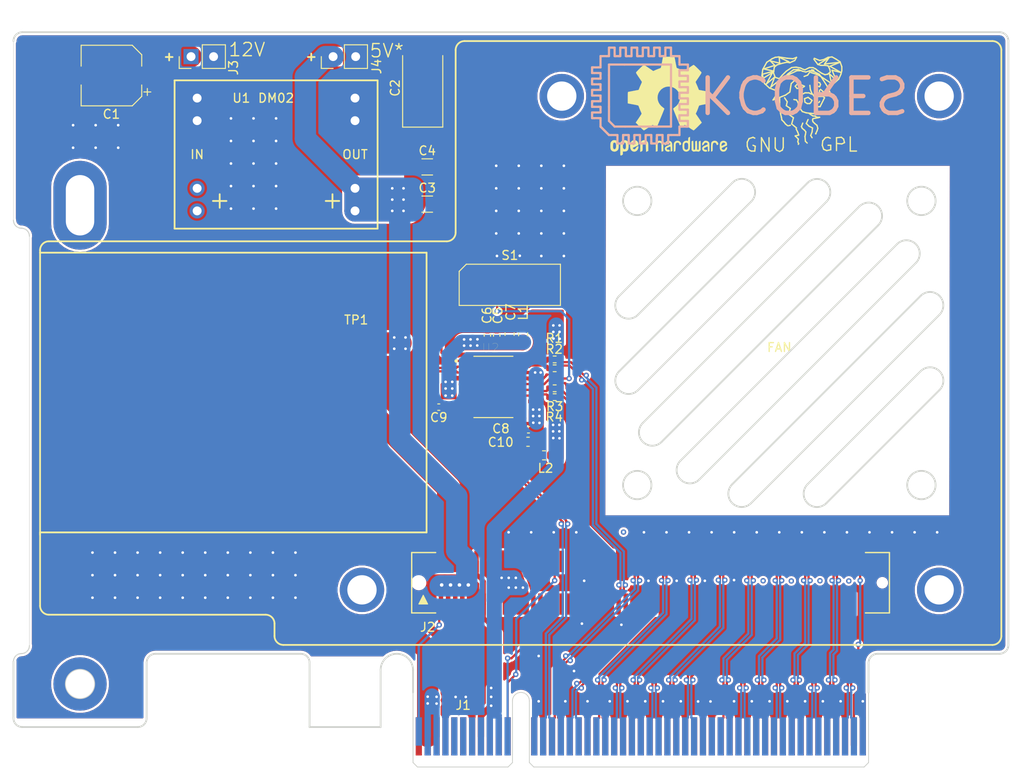
<source format=kicad_pcb>
(kicad_pcb (version 20171130) (host pcbnew "(5.1.9)-1")
  (layers (0 F.Cu mixed) (31 B.Cu signal) (34 B.Paste user) (35 F.Paste user) (36 B.SilkS user) (37 F.SilkS user) (38 B.Mask user) (39 F.Mask user) (44 Edge.Cuts user))
  (net 0 "")
  (net 1 "Net-(J2-Pad23)")
  (net 2 "Net-(J2-Pad22)")
  (net 3 "Net-(J2-Pad16)")
  (net 4 "Net-(J2-Pad15)")
  (net 5 "Net-(J2-Pad14)")
  (net 6 "Net-(J2-Pad80)")
  (net 7 "Net-(J2-Pad78)")
  (net 8 "Net-(J2-Pad76)")
  (net 9 "Net-(J2-Pad75)")
  (net 10 "Net-(J2-Pad74)")
  (net 11 "Net-(J1-PadA32)")
  (net 12 "Net-(J1-PadA19)")
  (net 13 "Net-(J1-PadB30)")
  (net 14 +12V)
  (net 15 GND)
  (net 16 +3V3)
  (net 17 "Net-(J1-PadB9)")
  (net 18 3V3AUX)
  (net 19 WAKE)
  (net 20 "Net-(J1-PadB17)")
  (net 21 "Net-(J1-PadB12)")
  (net 22 "Net-(J1-PadA5)")
  (net 23 "Net-(J1-PadA6)")
  (net 24 "Net-(J1-PadA7)")
  (net 25 "Net-(J1-PadA8)")
  (net 26 PERST)
  (net 27 REFCLK-)
  (net 28 REFCLK+)
  (net 29 "Net-(J2-Pad81)")
  (net 30 HSO3_N)
  (net 31 HSO3_P)
  (net 32 HSO2_N)
  (net 33 HSO2_P)
  (net 34 HSO1_N)
  (net 35 HSO1_P)
  (net 36 HSO0_P)
  (net 37 HSO0_N)
  (net 38 HSI3_N)
  (net 39 HSI3_P)
  (net 40 HSI2_N)
  (net 41 HSI2_P)
  (net 42 HSI1_N)
  (net 43 HSI1_P)
  (net 44 HSI0_P)
  (net 45 HSI0_N)
  (net 46 PRSNT2)
  (net 47 PRSNT1)
  (net 48 P5V_AUX)
  (net 49 3V3_A)
  (net 50 3V3_D)
  (net 51 HSI7_N)
  (net 52 HSI7_P)
  (net 53 HSI6_N)
  (net 54 HSI6_P)
  (net 55 "Net-(J1-PadB31)")
  (net 56 HSO4_P)
  (net 57 HSO4_N)
  (net 58 HSO5_P)
  (net 59 HSO5_N)
  (net 60 HSO6_P)
  (net 61 HSO6_N)
  (net 62 HSO7_P)
  (net 63 HSO7_N)
  (net 64 "Net-(J1-PadA33)")
  (net 65 HSI4_P)
  (net 66 HSI4_N)
  (net 67 HSI5_P)
  (net 68 HSI5_N)
  (net 69 REFCLK0-)
  (net 70 REFCLK0+)
  (net 71 REFCLK1-)
  (net 72 REFCLK1+)
  (net 73 OE1)
  (net 74 OE0)
  (net 75 "Net-(U2-Pad6)")
  (net 76 "Net-(U2-Pad7)")
  (net 77 "Net-(U2-Pad8)")
  (net 78 "Net-(U2-Pad11)")
  (net 79 "Net-(U2-Pad12)")
  (net 80 "Net-(U2-Pad13)")
  (net 81 DIF0_N)
  (net 82 DIF0_P)
  (net 83 DIF1_N)
  (net 84 DIF1_P)
  (net 85 "Net-(J1-PadB6)")
  (net 86 "Net-(J1-PadB5)")
  (net 87 "Net-(J2-Pad19)")
  (net 88 "Net-(J2-Pad18)")
  (module FCI_61082:SOP65P640X120-20N (layer F.Cu) (at 142.05 91.2)
    (fp_text reference U2 (at -0.325 -4.385) (layer F.SilkS) (effects (font (thickness 0.015))))
    (fp_text value 9DBL411B)
    (pad 1 smd rect (at -2.87 -2.925) (size 1.57 0.41) (layers F.Cu F.Paste F.Mask) (net 73 OE1))
    (pad 2 smd rect (at -2.87 -2.275) (size 1.57 0.41) (layers F.Cu F.Paste F.Mask) (net 28 REFCLK+))
    (pad 3 smd rect (at -2.87 -1.625) (size 1.57 0.41) (layers F.Cu F.Paste F.Mask) (net 27 REFCLK-))
    (pad 4 smd rect (at -2.87 -0.975) (size 1.57 0.41) (layers F.Cu F.Paste F.Mask) (net 49 3V3_A))
    (pad 5 smd rect (at -2.87 -0.325) (size 1.57 0.41) (layers F.Cu F.Paste F.Mask) (net 15 GND))
    (pad 6 smd rect (at -2.87 0.325) (size 1.57 0.41) (layers F.Cu F.Paste F.Mask) (net 75 "Net-(U2-Pad6)"))
    (pad 7 smd rect (at -2.87 0.975) (size 1.57 0.41) (layers F.Cu F.Paste F.Mask) (net 76 "Net-(U2-Pad7)"))
    (pad 8 smd rect (at -2.87 1.625) (size 1.57 0.41) (layers F.Cu F.Paste F.Mask) (net 77 "Net-(U2-Pad8)"))
    (pad 9 smd rect (at -2.87 2.275) (size 1.57 0.41) (layers F.Cu F.Paste F.Mask) (net 50 3V3_D))
    (pad 10 smd rect (at -2.87 2.925) (size 1.57 0.41) (layers F.Cu F.Paste F.Mask) (net 15 GND))
    (pad 11 smd rect (at 2.87 2.925) (size 1.57 0.41) (layers F.Cu F.Paste F.Mask) (net 78 "Net-(U2-Pad11)"))
    (pad 12 smd rect (at 2.87 2.275) (size 1.57 0.41) (layers F.Cu F.Paste F.Mask) (net 79 "Net-(U2-Pad12)"))
    (pad 13 smd rect (at 2.87 1.625) (size 1.57 0.41) (layers F.Cu F.Paste F.Mask) (net 80 "Net-(U2-Pad13)"))
    (pad 14 smd rect (at 2.87 0.975) (size 1.57 0.41) (layers F.Cu F.Paste F.Mask) (net 82 DIF0_P))
    (pad 15 smd rect (at 2.87 0.325) (size 1.57 0.41) (layers F.Cu F.Paste F.Mask) (net 81 DIF0_N))
    (pad 16 smd rect (at 2.87 -0.325) (size 1.57 0.41) (layers F.Cu F.Paste F.Mask) (net 74 OE0))
    (pad 17 smd rect (at 2.87 -0.975) (size 1.57 0.41) (layers F.Cu F.Paste F.Mask) (net 15 GND))
    (pad 18 smd rect (at 2.87 -1.625) (size 1.57 0.41) (layers F.Cu F.Paste F.Mask) (net 50 3V3_D))
    (pad 19 smd rect (at 2.87 -2.275) (size 1.57 0.41) (layers F.Cu F.Paste F.Mask) (net 84 DIF1_P))
    (pad 20 smd rect (at 2.87 -2.925) (size 1.57 0.41) (layers F.Cu F.Paste F.Mask) (net 83 DIF1_N))
  )
  (module FCI_61082:SOIC-4 (layer F.Cu) (at 143.9 79.7 270)
    (fp_text reference S1 (at -3.32 0) (layer F.SilkS))
    (fp_text value DM-02)
    (pad 2 smd rect (at 1.27 4.45 270) (size 1.1 1.5) (layers F.Cu F.Paste F.Mask) (net 73 OE1))
    (pad 3 smd rect (at 1.27 -4.45 270) (size 1.1 1.5) (layers F.Cu F.Paste F.Mask) (net 15 GND))
    (pad 1 smd rect (at -1.27 4.45 270) (size 1.1 1.5) (layers F.Cu F.Paste F.Mask) (net 74 OE0))
    (pad 4 smd rect (at -1.27 -4.45 270) (size 1.1 1.5) (layers F.Cu F.Paste F.Mask) (net 15 GND))
  )
  (module Resistor_SMD:R_0402_1005Metric_Pad0.72x0.64mm_HandSolder (layer F.Cu) (at 148.95 92.35 180)
    (fp_text reference R4 (at 0.0495 -2.24162 180) (layer F.SilkS))
    (fp_text value R)
    (pad 2 smd roundrect (at 0.5975 0 180) (size 0.715 0.64) (layers F.Cu F.Paste F.Mask) (net 82 DIF0_P))
    (pad 1 smd roundrect (at -0.5975 0 180) (size 0.715 0.64) (layers F.Cu F.Paste F.Mask) (net 70 REFCLK0+))
  )
  (module Resistor_SMD:R_0402_1005Metric_Pad0.72x0.64mm_HandSolder (layer F.Cu) (at 148.95 91.35 180)
    (fp_text reference R3 (at -0.0005 -2.05762 180) (layer F.SilkS))
    (fp_text value R)
    (pad 2 smd roundrect (at 0.5975 0 180) (size 0.715 0.64) (layers F.Cu F.Paste F.Mask) (net 81 DIF0_N))
    (pad 1 smd roundrect (at -0.5975 0 180) (size 0.715 0.64) (layers F.Cu F.Paste F.Mask) (net 69 REFCLK0-))
  )
  (module Resistor_SMD:R_0402_1005Metric_Pad0.72x0.64mm_HandSolder (layer F.Cu) (at 148.95 89.1 180)
    (fp_text reference R2 (at 0.05 2.15) (layer F.SilkS))
    (fp_text value R)
    (pad 2 smd roundrect (at 0.5975 0 180) (size 0.715 0.64) (layers F.Cu F.Paste F.Mask) (net 84 DIF1_P))
    (pad 1 smd roundrect (at -0.5975 0 180) (size 0.715 0.64) (layers F.Cu F.Paste F.Mask) (net 72 REFCLK1+))
  )
  (module Resistor_SMD:R_0402_1005Metric_Pad0.72x0.64mm_HandSolder (layer F.Cu) (at 148.95 88.1 180)
    (fp_text reference R1 (at 0.05 2.384) (layer F.SilkS))
    (fp_text value R)
    (pad 2 smd roundrect (at 0.5975 0 180) (size 0.715 0.64) (layers F.Cu F.Paste F.Mask) (net 83 DIF1_N))
    (pad 1 smd roundrect (at -0.5975 0 180) (size 0.715 0.64) (layers F.Cu F.Paste F.Mask) (net 71 REFCLK1-))
  )
  (module Inductor_SMD:L_0603_1608Metric_Pad1.05x0.95mm_HandSolder (layer F.Cu) (at 147.75 98.9)
    (fp_text reference L2 (at 0.175 1.45) (layer F.SilkS))
    (fp_text value L)
    (pad 2 smd roundrect (at 0.875 0) (size 1.05 0.95) (layers F.Cu F.Paste F.Mask) (net 16 +3V3))
    (pad 1 smd roundrect (at -0.875 0) (size 1.05 0.95) (layers F.Cu F.Paste F.Mask) (net 50 3V3_D))
  )
  (module Inductor_SMD:L_0603_1608Metric_Pad1.05x0.95mm_HandSolder (layer F.Cu) (at 145.4 85.275 90)
    (fp_text reference L1 (at 2.45 0 90) (layer F.SilkS))
    (fp_text value L)
    (pad 2 smd roundrect (at 0.875 0 90) (size 1.05 0.95) (layers F.Cu F.Paste F.Mask) (net 16 +3V3))
    (pad 1 smd roundrect (at -0.875 0 90) (size 1.05 0.95) (layers F.Cu F.Paste F.Mask) (net 49 3V3_A))
  )
  (module Connector_PCBEdge:BUS_PCIexpress_x8 (layer F.Cu) (at 133.65 130.55)
    (fp_text reference J1 (at 5 -3.5) (layer F.SilkS))
    (fp_text value PCIe_x8)
    (fp_line (start 50.65 2.95) (end 50.15 3.45) (layer Edge.Cuts) (width 0.1))
    (fp_line (start 12.45 2.95) (end 12.95 3.45) (layer Edge.Cuts) (width 0.1))
    (fp_line (start 10.55 2.95) (end 10.05 3.45) (layer Edge.Cuts) (width 0.1))
    (fp_line (start -0.65 2.95) (end -0.15 3.45) (layer Edge.Cuts) (width 0.1))
    (fp_line (start 12.95 3.45) (end 50.15 3.45) (layer Edge.Cuts) (width 0.1))
    (fp_line (start 50.65 -4.95) (end 50.65 2.95) (layer Edge.Cuts) (width 0.1))
    (fp_line (start -0.15 3.45) (end 10.05 3.45) (layer Edge.Cuts) (width 0.1))
    (fp_line (start -0.65 -4.95) (end -0.65 2.95) (layer Edge.Cuts) (width 0.1))
    (fp_line (start 12.45 -4) (end 12.45 2.95) (layer Edge.Cuts) (width 0.1))
    (fp_line (start 10.55 -4) (end 10.55 2.95) (layer Edge.Cuts) (width 0.1))
    (fp_arc (start 11.5 -4) (end 12.45 -4) (angle -180) (layer Edge.Cuts) (width 0.1))
    (pad A49 connect rect (at 50 0) (size 0.7 4.3) (layers B.Cu B.Mask) (net 15 GND))
    (pad A48 connect rect (at 49 0) (size 0.7 4.3) (layers B.Cu B.Mask) (net 51 HSI7_N))
    (pad A47 connect rect (at 48 0) (size 0.7 4.3) (layers B.Cu B.Mask) (net 52 HSI7_P))
    (pad A46 connect rect (at 47 0) (size 0.7 4.3) (layers B.Cu B.Mask) (net 15 GND))
    (pad A45 connect rect (at 46 0) (size 0.7 4.3) (layers B.Cu B.Mask) (net 15 GND))
    (pad A44 connect rect (at 45 0) (size 0.7 4.3) (layers B.Cu B.Mask) (net 53 HSI6_N))
    (pad A43 connect rect (at 44 0) (size 0.7 4.3) (layers B.Cu B.Mask) (net 54 HSI6_P))
    (pad A42 connect rect (at 43 0) (size 0.7 4.3) (layers B.Cu B.Mask) (net 15 GND))
    (pad A13 connect rect (at 14 0) (size 0.7 4.3) (layers B.Cu B.Mask) (net 28 REFCLK+))
    (pad A12 connect rect (at 13 0) (size 0.7 4.3) (layers B.Cu B.Mask) (net 15 GND))
    (pad A18 connect rect (at 19 0) (size 0.7 4.3) (layers B.Cu B.Mask) (net 15 GND))
    (pad A17 connect rect (at 18 0) (size 0.7 4.3) (layers B.Cu B.Mask) (net 45 HSI0_N))
    (pad A16 connect rect (at 17 0) (size 0.7 4.3) (layers B.Cu B.Mask) (net 44 HSI0_P))
    (pad A15 connect rect (at 16 0) (size 0.7 4.3) (layers B.Cu B.Mask) (net 15 GND))
    (pad A14 connect rect (at 15 0) (size 0.7 4.3) (layers B.Cu B.Mask) (net 27 REFCLK-))
    (pad A11 connect rect (at 10 0) (size 0.7 4.3) (layers B.Cu B.Mask) (net 26 PERST))
    (pad A10 connect rect (at 9 0) (size 0.7 4.3) (layers B.Cu B.Mask) (net 16 +3V3))
    (pad A9 connect rect (at 8 0) (size 0.7 4.3) (layers B.Cu B.Mask) (net 16 +3V3))
    (pad A8 connect rect (at 7 0) (size 0.7 4.3) (layers B.Cu B.Mask) (net 25 "Net-(J1-PadA8)"))
    (pad A7 connect rect (at 6 0) (size 0.7 4.3) (layers B.Cu B.Mask) (net 24 "Net-(J1-PadA7)"))
    (pad A6 connect rect (at 5 0) (size 0.7 4.3) (layers B.Cu B.Mask) (net 23 "Net-(J1-PadA6)"))
    (pad A5 connect rect (at 4 0) (size 0.7 4.3) (layers B.Cu B.Mask) (net 22 "Net-(J1-PadA5)"))
    (pad A4 connect rect (at 3 0) (size 0.7 4.3) (layers B.Cu B.Mask) (net 15 GND))
    (pad A3 connect rect (at 2 0) (size 0.7 4.3) (layers B.Cu B.Mask) (net 14 +12V))
    (pad A2 connect rect (at 1 0) (size 0.7 4.3) (layers B.Cu B.Mask) (net 14 +12V))
    (pad A1 connect rect (at 0 -0.55) (size 0.7 3.2) (layers B.Cu B.Mask) (net 47 PRSNT1))
    (pad B13 connect rect (at 14 0) (size 0.7 4.3) (layers F.Cu F.Mask) (net 15 GND))
    (pad B12 connect rect (at 13 0) (size 0.7 4.3) (layers F.Cu F.Mask) (net 21 "Net-(J1-PadB12)"))
    (pad B18 connect rect (at 19 0) (size 0.7 4.3) (layers F.Cu F.Mask) (net 15 GND))
    (pad B17 connect rect (at 18 0) (size 0.7 4.3) (layers F.Cu F.Mask) (net 20 "Net-(J1-PadB17)"))
    (pad B16 connect rect (at 17 0) (size 0.7 4.3) (layers F.Cu F.Mask) (net 15 GND))
    (pad B15 connect rect (at 16 0) (size 0.7 4.3) (layers F.Cu F.Mask) (net 37 HSO0_N))
    (pad B14 connect rect (at 15 0) (size 0.7 4.3) (layers F.Cu F.Mask) (net 36 HSO0_P))
    (pad B11 connect rect (at 10 0) (size 0.7 4.3) (layers F.Cu F.Mask) (net 19 WAKE))
    (pad B10 connect rect (at 9 0) (size 0.7 4.3) (layers F.Cu F.Mask) (net 18 3V3AUX))
    (pad B9 connect rect (at 8 0) (size 0.7 4.3) (layers F.Cu F.Mask) (net 17 "Net-(J1-PadB9)"))
    (pad B8 connect rect (at 7 0) (size 0.7 4.3) (layers F.Cu F.Mask) (net 16 +3V3))
    (pad B7 connect rect (at 6 0) (size 0.7 4.3) (layers F.Cu F.Mask) (net 15 GND))
    (pad B6 connect rect (at 5 0) (size 0.7 4.3) (layers F.Cu F.Mask) (net 85 "Net-(J1-PadB6)"))
    (pad B5 connect rect (at 4 0) (size 0.7 4.3) (layers F.Cu F.Mask) (net 86 "Net-(J1-PadB5)"))
    (pad B4 connect rect (at 3 0) (size 0.7 4.3) (layers F.Cu F.Mask) (net 15 GND))
    (pad B3 connect rect (at 2 0) (size 0.7 4.3) (layers F.Cu F.Mask) (net 14 +12V))
    (pad B2 connect rect (at 1 0) (size 0.7 4.3) (layers F.Cu F.Mask) (net 14 +12V))
    (pad B1 connect rect (at 0 0) (size 0.7 4.3) (layers F.Cu F.Mask) (net 14 +12V))
    (pad B19 connect rect (at 20 0) (size 0.7 4.3) (layers F.Cu F.Mask) (net 35 HSO1_P))
    (pad B20 connect rect (at 21 0) (size 0.7 4.3) (layers F.Cu F.Mask) (net 34 HSO1_N))
    (pad B21 connect rect (at 22 0) (size 0.7 4.3) (layers F.Cu F.Mask) (net 15 GND))
    (pad B22 connect rect (at 23 0) (size 0.7 4.3) (layers F.Cu F.Mask) (net 15 GND))
    (pad B23 connect rect (at 24 0) (size 0.7 4.3) (layers F.Cu F.Mask) (net 33 HSO2_P))
    (pad B24 connect rect (at 25 0) (size 0.7 4.3) (layers F.Cu F.Mask) (net 32 HSO2_N))
    (pad B25 connect rect (at 26 0) (size 0.7 4.3) (layers F.Cu F.Mask) (net 15 GND))
    (pad B26 connect rect (at 27 0) (size 0.7 4.3) (layers F.Cu F.Mask) (net 15 GND))
    (pad B27 connect rect (at 28 0) (size 0.7 4.3) (layers F.Cu F.Mask) (net 31 HSO3_P))
    (pad B28 connect rect (at 29 0) (size 0.7 4.3) (layers F.Cu F.Mask) (net 30 HSO3_N))
    (pad B29 connect rect (at 30 0) (size 0.7 4.3) (layers F.Cu F.Mask) (net 15 GND))
    (pad B30 connect rect (at 31 0) (size 0.7 4.3) (layers F.Cu F.Mask) (net 13 "Net-(J1-PadB30)"))
    (pad B31 connect rect (at 32 0) (size 0.7 4.3) (layers F.Cu F.Mask) (net 55 "Net-(J1-PadB31)"))
    (pad B32 connect rect (at 33 0) (size 0.7 4.3) (layers F.Cu F.Mask) (net 15 GND))
    (pad A19 connect rect (at 20 0) (size 0.7 4.3) (layers B.Cu B.Mask) (net 12 "Net-(J1-PadA19)"))
    (pad A20 connect rect (at 21 0) (size 0.7 4.3) (layers B.Cu B.Mask) (net 15 GND))
    (pad A21 connect rect (at 22 0) (size 0.7 4.3) (layers B.Cu B.Mask) (net 43 HSI1_P))
    (pad A22 connect rect (at 23 0) (size 0.7 4.3) (layers B.Cu B.Mask) (net 42 HSI1_N))
    (pad A23 connect rect (at 24 0) (size 0.7 4.3) (layers B.Cu B.Mask) (net 15 GND))
    (pad A24 connect rect (at 25 0) (size 0.7 4.3) (layers B.Cu B.Mask) (net 15 GND))
    (pad A25 connect rect (at 26 0) (size 0.7 4.3) (layers B.Cu B.Mask) (net 41 HSI2_P))
    (pad A26 connect rect (at 27 0) (size 0.7 4.3) (layers B.Cu B.Mask) (net 40 HSI2_N))
    (pad A27 connect rect (at 28 0) (size 0.7 4.3) (layers B.Cu B.Mask) (net 15 GND))
    (pad A28 connect rect (at 29 0) (size 0.7 4.3) (layers B.Cu B.Mask) (net 15 GND))
    (pad A29 connect rect (at 30 0) (size 0.7 4.3) (layers B.Cu B.Mask) (net 39 HSI3_P))
    (pad A30 connect rect (at 31 0) (size 0.7 4.3) (layers B.Cu B.Mask) (net 38 HSI3_N))
    (pad A31 connect rect (at 32 0) (size 0.7 4.3) (layers B.Cu B.Mask) (net 15 GND))
    (pad A32 connect rect (at 33 0) (size 0.7 4.3) (layers B.Cu B.Mask) (net 11 "Net-(J1-PadA32)"))
    (pad B33 connect rect (at 34 0) (size 0.7 4.3) (layers F.Cu F.Mask) (net 56 HSO4_P))
    (pad B34 connect rect (at 35 0) (size 0.7 4.3) (layers F.Cu F.Mask) (net 57 HSO4_N))
    (pad B35 connect rect (at 36 0) (size 0.7 4.3) (layers F.Cu F.Mask) (net 15 GND))
    (pad B36 connect rect (at 37 0) (size 0.7 4.3) (layers F.Cu F.Mask) (net 15 GND))
    (pad B37 connect rect (at 38 0) (size 0.7 4.3) (layers F.Cu F.Mask) (net 58 HSO5_P))
    (pad B38 connect rect (at 39 0) (size 0.7 4.3) (layers F.Cu F.Mask) (net 59 HSO5_N))
    (pad B39 connect rect (at 40 0) (size 0.7 4.3) (layers F.Cu F.Mask) (net 15 GND))
    (pad B40 connect rect (at 41 0) (size 0.7 4.3) (layers F.Cu F.Mask) (net 15 GND))
    (pad B41 connect rect (at 42 0) (size 0.7 4.3) (layers F.Cu F.Mask) (net 60 HSO6_P))
    (pad B42 connect rect (at 43 0) (size 0.7 4.3) (layers F.Cu F.Mask) (net 61 HSO6_N))
    (pad B43 connect rect (at 44 0) (size 0.7 4.3) (layers F.Cu F.Mask) (net 15 GND))
    (pad B44 connect rect (at 45 0) (size 0.7 4.3) (layers F.Cu F.Mask) (net 15 GND))
    (pad B45 connect rect (at 46 0) (size 0.7 4.3) (layers F.Cu F.Mask) (net 62 HSO7_P))
    (pad B46 connect rect (at 47 0) (size 0.7 4.3) (layers F.Cu F.Mask) (net 63 HSO7_N))
    (pad B47 connect rect (at 48 0) (size 0.7 4.3) (layers F.Cu F.Mask) (net 15 GND))
    (pad B48 connect rect (at 49 -0.55) (size 0.7 3.2) (layers F.Cu F.Mask) (net 46 PRSNT2))
    (pad B49 connect rect (at 50 0) (size 0.7 4.3) (layers F.Cu F.Mask) (net 15 GND))
    (pad A33 connect rect (at 34 0) (size 0.7 4.3) (layers B.Cu B.Mask) (net 64 "Net-(J1-PadA33)"))
    (pad A34 connect rect (at 35 0) (size 0.7 4.3) (layers B.Cu B.Mask) (net 15 GND))
    (pad A35 connect rect (at 36 0) (size 0.7 4.3) (layers B.Cu B.Mask) (net 65 HSI4_P))
    (pad A36 connect rect (at 37 0) (size 0.7 4.3) (layers B.Cu B.Mask) (net 66 HSI4_N))
    (pad A37 connect rect (at 38 0) (size 0.7 4.3) (layers B.Cu B.Mask) (net 15 GND))
    (pad A38 connect rect (at 39 0) (size 0.7 4.3) (layers B.Cu B.Mask) (net 15 GND))
    (pad A39 connect rect (at 40 0) (size 0.7 4.3) (layers B.Cu B.Mask) (net 67 HSI5_P))
    (pad A40 connect rect (at 41 0) (size 0.7 4.3) (layers B.Cu B.Mask) (net 68 HSI5_N))
    (pad A41 connect rect (at 42 0) (size 0.7 4.3) (layers B.Cu B.Mask) (net 15 GND))
  )
  (module Capacitor_SMD:C_0603_1608Metric_Pad1.08x0.95mm_HandSolder (layer F.Cu) (at 145.95 97.375 180)
    (fp_text reference C10 (at 3.075 -0.05) (layer F.SilkS))
    (fp_text value 10uf)
    (pad 2 smd roundrect (at 0.8625 0 180) (size 1.075 0.95) (layers F.Cu F.Paste F.Mask) (net 15 GND))
    (pad 1 smd roundrect (at -0.8625 0 180) (size 1.075 0.95) (layers F.Cu F.Paste F.Mask) (net 50 3V3_D))
  )
  (module Capacitor_SMD:C_0402_1005Metric_Pad0.74x0.62mm_HandSolder (layer F.Cu) (at 135.9 93.475 180)
    (fp_text reference C9 (at 0 -1.16) (layer F.SilkS))
    (fp_text value 1uf)
    (pad 2 smd roundrect (at 0.5675 0 180) (size 0.735 0.62) (layers F.Cu F.Paste F.Mask) (net 15 GND))
    (pad 1 smd roundrect (at -0.5675 0 180) (size 0.735 0.62) (layers F.Cu F.Paste F.Mask) (net 50 3V3_D))
  )
  (module Capacitor_SMD:C_0402_1005Metric_Pad0.74x0.62mm_HandSolder (layer F.Cu) (at 146 96.025 180)
    (fp_text reference C8 (at 3.1 0.125) (layer F.SilkS))
    (fp_text value 1uf)
    (pad 2 smd roundrect (at 0.5675 0 180) (size 0.735 0.62) (layers F.Cu F.Paste F.Mask) (net 15 GND))
    (pad 1 smd roundrect (at -0.5675 0 180) (size 0.735 0.62) (layers F.Cu F.Paste F.Mask) (net 50 3V3_D))
  )
  (module Capacitor_SMD:C_0603_1608Metric_Pad1.08x0.95mm_HandSolder (layer F.Cu) (at 143.875 85.25 90)
    (fp_text reference C7 (at 2.475 0.125 90) (layer F.SilkS))
    (fp_text value 10uf)
    (pad 2 smd roundrect (at 0.8625 0 90) (size 1.075 0.95) (layers F.Cu F.Paste F.Mask) (net 15 GND))
    (pad 1 smd roundrect (at -0.8625 0 90) (size 1.075 0.95) (layers F.Cu F.Paste F.Mask) (net 49 3V3_A))
  )
  (module Capacitor_SMD:C_0402_1005Metric_Pad0.74x0.62mm_HandSolder (layer F.Cu) (at 141.375 85.375 90)
    (fp_text reference C6 (at 2.25 -0.05 90) (layer F.SilkS))
    (fp_text value 1uf)
    (pad 2 smd roundrect (at 0.5675 0 90) (size 0.735 0.62) (layers F.Cu F.Paste F.Mask) (net 15 GND))
    (pad 1 smd roundrect (at -0.5675 0 90) (size 0.735 0.62) (layers F.Cu F.Paste F.Mask) (net 49 3V3_A))
  )
  (module Capacitor_SMD:C_0402_1005Metric_Pad0.74x0.62mm_HandSolder (layer F.Cu) (at 142.425 85.375 90)
    (fp_text reference C5 (at 2.225 0.125 90) (layer F.SilkS))
    (fp_text value 1uf)
    (pad 2 smd roundrect (at 0.5675 0 90) (size 0.735 0.62) (layers F.Cu F.Paste F.Mask) (net 15 GND))
    (pad 1 smd roundrect (at -0.5675 0 90) (size 0.735 0.62) (layers F.Cu F.Paste F.Mask) (net 49 3V3_A))
  )
  (module Connector_Wire:SolderWirePad_1x01_Drill0.8mm (layer F.Cu) (at 95.5 70.739)
    (fp_text reference REF** hide)
    (fp_text value "" hide)
    (pad 1 thru_hole oval (at 0 0) (size 6 10) (drill oval 3.2 6.8) (layers *.Cu *.Mask))
  )
  (module Connector_Wire:SolderWirePad_1x01_Drill0.8mm (layer F.Cu) (at 95.5 124.650001)
    (fp_text reference REF** hide)
    (fp_text value "" hide)
    (pad 1 thru_hole circle (at 0 0) (size 6 6) (drill 3.2) (layers *.Cu *.Mask))
  )
  (module FCI_61082:OCP_Mezz_V2.0 (layer F.Cu) (at 133.65 113.25)
    (fp_text reference J2 (at 1 5) (layer F.SilkS))
    (fp_text value Conn_02x40_Top_Bottom)
    (pad 120 smd rect (at 49.7 -2.4) (size 0.5 2.4) (layers F.Cu F.Paste F.Mask) (net 46 PRSNT2))
    (pad 119 smd rect (at 48.9 -2.4) (size 0.5 2.4) (layers F.Cu F.Paste F.Mask) (net 15 GND))
    (pad 118 smd rect (at 48.1 -2.4) (size 0.5 2.4) (layers F.Cu F.Paste F.Mask) (net 15 GND))
    (pad 117 smd rect (at 47.3 -2.4) (size 0.5 2.4) (layers F.Cu F.Paste F.Mask) (net 63 HSO7_N))
    (pad 116 smd rect (at 46.5 -2.4) (size 0.5 2.4) (layers F.Cu F.Paste F.Mask) (net 62 HSO7_P))
    (pad 115 smd rect (at 45.7 -2.4) (size 0.5 2.4) (layers F.Cu F.Paste F.Mask) (net 15 GND))
    (pad 114 smd rect (at 44.9 -2.4) (size 0.5 2.4) (layers F.Cu F.Paste F.Mask) (net 15 GND))
    (pad 113 smd rect (at 44.1 -2.4) (size 0.5 2.4) (layers F.Cu F.Paste F.Mask) (net 61 HSO6_N))
    (pad 112 smd rect (at 43.3 -2.4) (size 0.5 2.4) (layers F.Cu F.Paste F.Mask) (net 60 HSO6_P))
    (pad 111 smd rect (at 42.5 -2.4) (size 0.5 2.4) (layers F.Cu F.Paste F.Mask) (net 15 GND))
    (pad 110 smd rect (at 41.7 -2.4) (size 0.5 2.4) (layers F.Cu F.Paste F.Mask) (net 15 GND))
    (pad 109 smd rect (at 40.9 -2.4) (size 0.5 2.4) (layers F.Cu F.Paste F.Mask) (net 59 HSO5_N))
    (pad 108 smd rect (at 40.1 -2.4) (size 0.5 2.4) (layers F.Cu F.Paste F.Mask) (net 58 HSO5_P))
    (pad 107 smd rect (at 39.3 -2.4) (size 0.5 2.4) (layers F.Cu F.Paste F.Mask) (net 15 GND))
    (pad 106 smd rect (at 38.5 -2.4) (size 0.5 2.4) (layers F.Cu F.Paste F.Mask) (net 15 GND))
    (pad 105 smd rect (at 37.7 -2.4) (size 0.5 2.4) (layers F.Cu F.Paste F.Mask) (net 57 HSO4_N))
    (pad 104 smd rect (at 36.9 -2.4) (size 0.5 2.4) (layers F.Cu F.Paste F.Mask) (net 56 HSO4_P))
    (pad 103 smd rect (at 36.1 -2.4) (size 0.5 2.4) (layers F.Cu F.Paste F.Mask) (net 15 GND))
    (pad 102 smd rect (at 35.3 -2.4) (size 0.5 2.4) (layers F.Cu F.Paste F.Mask) (net 15 GND))
    (pad 101 smd rect (at 34.5 -2.4) (size 0.5 2.4) (layers F.Cu F.Paste F.Mask) (net 30 HSO3_N))
    (pad 100 smd rect (at 33.7 -2.4) (size 0.5 2.4) (layers F.Cu F.Paste F.Mask) (net 31 HSO3_P))
    (pad 99 smd rect (at 32.9 -2.4) (size 0.5 2.4) (layers F.Cu F.Paste F.Mask) (net 15 GND))
    (pad 98 smd rect (at 32.1 -2.4) (size 0.5 2.4) (layers F.Cu F.Paste F.Mask) (net 15 GND))
    (pad 97 smd rect (at 31.3 -2.4) (size 0.5 2.4) (layers F.Cu F.Paste F.Mask) (net 32 HSO2_N))
    (pad 96 smd rect (at 30.5 -2.4) (size 0.5 2.4) (layers F.Cu F.Paste F.Mask) (net 33 HSO2_P))
    (pad 95 smd rect (at 29.7 -2.4) (size 0.5 2.4) (layers F.Cu F.Paste F.Mask) (net 15 GND))
    (pad 94 smd rect (at 28.9 -2.4) (size 0.5 2.4) (layers F.Cu F.Paste F.Mask) (net 15 GND))
    (pad 93 smd rect (at 28.1 -2.4) (size 0.5 2.4) (layers F.Cu F.Paste F.Mask) (net 34 HSO1_N))
    (pad 92 smd rect (at 27.3 -2.4) (size 0.5 2.4) (layers F.Cu F.Paste F.Mask) (net 35 HSO1_P))
    (pad 91 smd rect (at 26.5 -2.4) (size 0.5 2.4) (layers F.Cu F.Paste F.Mask) (net 15 GND))
    (pad 90 smd rect (at 25.7 -2.4) (size 0.5 2.4) (layers F.Cu F.Paste F.Mask) (net 15 GND))
    (pad 89 smd rect (at 24.9 -2.4) (size 0.5 2.4) (layers F.Cu F.Paste F.Mask) (net 37 HSO0_N))
    (pad 88 smd rect (at 24.1 -2.4) (size 0.5 2.4) (layers F.Cu F.Paste F.Mask) (net 36 HSO0_P))
    (pad 87 smd rect (at 23.3 -2.4) (size 0.5 2.4) (layers F.Cu F.Paste F.Mask) (net 15 GND))
    (pad 86 smd rect (at 22.5 -2.4) (size 0.5 2.4) (layers F.Cu F.Paste F.Mask) (net 15 GND))
    (pad 85 smd rect (at 21.7 -2.4) (size 0.5 2.4) (layers F.Cu F.Paste F.Mask) (net 69 REFCLK0-))
    (pad 84 smd rect (at 20.9 -2.4) (size 0.5 2.4) (layers F.Cu F.Paste F.Mask) (net 70 REFCLK0+))
    (pad 83 smd rect (at 20.1 -2.4) (size 0.5 2.4) (layers F.Cu F.Paste F.Mask) (net 15 GND))
    (pad 82 smd rect (at 19.3 -2.4) (size 0.5 2.4) (layers F.Cu F.Paste F.Mask) (net 15 GND))
    (pad 81 smd rect (at 18.5 -2.4) (size 0.5 2.4) (layers F.Cu F.Paste F.Mask) (net 29 "Net-(J2-Pad81)"))
    (pad 80 smd rect (at 17.7 -2.4) (size 0.5 2.4) (layers F.Cu F.Paste F.Mask) (net 6 "Net-(J2-Pad80)"))
    (pad 79 smd rect (at 16.9 -2.4) (size 0.5 2.4) (layers F.Cu F.Paste F.Mask) (net 15 GND))
    (pad 78 smd rect (at 16.1 -2.4) (size 0.5 2.4) (layers F.Cu F.Paste F.Mask) (net 7 "Net-(J2-Pad78)"))
    (pad 77 smd rect (at 15.3 -2.4) (size 0.5 2.4) (layers F.Cu F.Paste F.Mask) (net 19 WAKE))
    (pad 76 smd rect (at 14.5 -2.4) (size 0.5 2.4) (layers F.Cu F.Paste F.Mask) (net 8 "Net-(J2-Pad76)"))
    (pad 75 smd rect (at 13.7 -2.4) (size 0.5 2.4) (layers F.Cu F.Paste F.Mask) (net 9 "Net-(J2-Pad75)"))
    (pad 74 smd rect (at 12.9 -2.4) (size 0.5 2.4) (layers F.Cu F.Paste F.Mask) (net 10 "Net-(J2-Pad74)"))
    (pad 73 smd rect (at 12.1 -2.4) (size 0.5 2.4) (layers F.Cu F.Paste F.Mask) (net 15 GND))
    (pad 72 smd rect (at 11.3 -2.4) (size 0.5 2.4) (layers F.Cu F.Paste F.Mask) (net 16 +3V3))
    (pad 71 smd rect (at 10.5 -2.4) (size 0.5 2.4) (layers F.Cu F.Paste F.Mask) (net 16 +3V3))
    (pad 70 smd rect (at 9.7 -2.4) (size 0.5 2.4) (layers F.Cu F.Paste F.Mask) (net 16 +3V3))
    (pad 69 smd rect (at 8.9 -2.4) (size 0.5 2.4) (layers F.Cu F.Paste F.Mask) (net 16 +3V3))
    (pad 68 smd rect (at 8.1 -2.4) (size 0.5 2.4) (layers F.Cu F.Paste F.Mask) (net 15 GND))
    (pad 67 smd rect (at 7.3 -2.4) (size 0.5 2.4) (layers F.Cu F.Paste F.Mask) (net 15 GND))
    (pad 66 smd rect (at 6.5 -2.4) (size 0.5 2.4) (layers F.Cu F.Paste F.Mask) (net 18 3V3AUX))
    (pad 65 smd rect (at 5.7 -2.4) (size 0.5 2.4) (layers F.Cu F.Paste F.Mask) (net 15 GND))
    (pad 64 smd rect (at 4.9 -2.4) (size 0.5 2.4) (layers F.Cu F.Paste F.Mask) (net 15 GND))
    (pad 63 smd rect (at 4.1 -2.4) (size 0.5 2.4) (layers F.Cu F.Paste F.Mask) (net 14 +12V))
    (pad 62 smd rect (at 3.3 -2.4) (size 0.5 2.4) (layers F.Cu F.Paste F.Mask) (net 14 +12V))
    (pad 61 smd rect (at 2.5 -2.4) (size 0.5 2.4) (layers F.Cu F.Paste F.Mask) (net 14 +12V))
    (pad 60 smd rect (at 49.7 2.4) (size 0.5 2.4) (layers F.Cu F.Paste F.Mask) (net 15 GND))
    (pad 59 smd rect (at 48.9 2.4) (size 0.5 2.4) (layers F.Cu F.Paste F.Mask) (net 51 HSI7_N))
    (pad 58 smd rect (at 48.1 2.4) (size 0.5 2.4) (layers F.Cu F.Paste F.Mask) (net 52 HSI7_P))
    (pad 57 smd rect (at 47.3 2.4) (size 0.5 2.4) (layers F.Cu F.Paste F.Mask) (net 15 GND))
    (pad 56 smd rect (at 46.5 2.4) (size 0.5 2.4) (layers F.Cu F.Paste F.Mask) (net 15 GND))
    (pad 55 smd rect (at 45.7 2.4) (size 0.5 2.4) (layers F.Cu F.Paste F.Mask) (net 53 HSI6_N))
    (pad 54 smd rect (at 44.9 2.4) (size 0.5 2.4) (layers F.Cu F.Paste F.Mask) (net 54 HSI6_P))
    (pad 53 smd rect (at 44.1 2.4) (size 0.5 2.4) (layers F.Cu F.Paste F.Mask) (net 15 GND))
    (pad 52 smd rect (at 43.3 2.4) (size 0.5 2.4) (layers F.Cu F.Paste F.Mask) (net 15 GND))
    (pad 51 smd rect (at 42.5 2.4) (size 0.5 2.4) (layers F.Cu F.Paste F.Mask) (net 68 HSI5_N))
    (pad 50 smd rect (at 41.7 2.4) (size 0.5 2.4) (layers F.Cu F.Paste F.Mask) (net 67 HSI5_P))
    (pad 49 smd rect (at 40.9 2.4) (size 0.5 2.4) (layers F.Cu F.Paste F.Mask) (net 15 GND))
    (pad 48 smd rect (at 40.1 2.4) (size 0.5 2.4) (layers F.Cu F.Paste F.Mask) (net 15 GND))
    (pad 47 smd rect (at 39.3 2.4) (size 0.5 2.4) (layers F.Cu F.Paste F.Mask) (net 66 HSI4_N))
    (pad 46 smd rect (at 38.5 2.4) (size 0.5 2.4) (layers F.Cu F.Paste F.Mask) (net 65 HSI4_P))
    (pad 45 smd rect (at 37.7 2.4) (size 0.5 2.4) (layers F.Cu F.Paste F.Mask) (net 15 GND))
    (pad 44 smd rect (at 36.9 2.4) (size 0.5 2.4) (layers F.Cu F.Paste F.Mask) (net 15 GND))
    (pad 43 smd rect (at 36.1 2.4) (size 0.5 2.4) (layers F.Cu F.Paste F.Mask) (net 38 HSI3_N))
    (pad 42 smd rect (at 35.3 2.4) (size 0.5 2.4) (layers F.Cu F.Paste F.Mask) (net 39 HSI3_P))
    (pad 41 smd rect (at 34.5 2.4) (size 0.5 2.4) (layers F.Cu F.Paste F.Mask) (net 15 GND))
    (pad 40 smd rect (at 33.7 2.4) (size 0.5 2.4) (layers F.Cu F.Paste F.Mask) (net 15 GND))
    (pad 39 smd rect (at 32.9 2.4) (size 0.5 2.4) (layers F.Cu F.Paste F.Mask) (net 40 HSI2_N))
    (pad 38 smd rect (at 32.1 2.4) (size 0.5 2.4) (layers F.Cu F.Paste F.Mask) (net 41 HSI2_P))
    (pad 37 smd rect (at 31.3 2.4) (size 0.5 2.4) (layers F.Cu F.Paste F.Mask) (net 15 GND))
    (pad 36 smd rect (at 30.5 2.4) (size 0.5 2.4) (layers F.Cu F.Paste F.Mask) (net 15 GND))
    (pad 35 smd rect (at 29.7 2.4) (size 0.5 2.4) (layers F.Cu F.Paste F.Mask) (net 42 HSI1_N))
    (pad 34 smd rect (at 28.9 2.4) (size 0.5 2.4) (layers F.Cu F.Paste F.Mask) (net 43 HSI1_P))
    (pad 33 smd rect (at 28.1 2.4) (size 0.5 2.4) (layers F.Cu F.Paste F.Mask) (net 15 GND))
    (pad 32 smd rect (at 27.3 2.4) (size 0.5 2.4) (layers F.Cu F.Paste F.Mask) (net 15 GND))
    (pad 31 smd rect (at 26.5 2.4) (size 0.5 2.4) (layers F.Cu F.Paste F.Mask) (net 45 HSI0_N))
    (pad 30 smd rect (at 25.7 2.4) (size 0.5 2.4) (layers F.Cu F.Paste F.Mask) (net 44 HSI0_P))
    (pad 29 smd rect (at 24.9 2.4) (size 0.5 2.4) (layers F.Cu F.Paste F.Mask) (net 15 GND))
    (pad 28 smd rect (at 24.1 2.4) (size 0.5 2.4) (layers F.Cu F.Paste F.Mask) (net 15 GND))
    (pad 27 smd rect (at 23.3 2.4) (size 0.5 2.4) (layers F.Cu F.Paste F.Mask) (net 71 REFCLK1-))
    (pad 26 smd rect (at 22.5 2.4) (size 0.5 2.4) (layers F.Cu F.Paste F.Mask) (net 72 REFCLK1+))
    (pad 25 smd rect (at 21.7 2.4) (size 0.5 2.4) (layers F.Cu F.Paste F.Mask) (net 15 GND))
    (pad 24 smd rect (at 20.9 2.4) (size 0.5 2.4) (layers F.Cu F.Paste F.Mask) (net 15 GND))
    (pad 23 smd rect (at 20.1 2.4) (size 0.5 2.4) (layers F.Cu F.Paste F.Mask) (net 1 "Net-(J2-Pad23)"))
    (pad 22 smd rect (at 19.3 2.4) (size 0.5 2.4) (layers F.Cu F.Paste F.Mask) (net 2 "Net-(J2-Pad22)"))
    (pad 21 smd rect (at 18.5 2.4) (size 0.5 2.4) (layers F.Cu F.Paste F.Mask) (net 15 GND))
    (pad 20 smd rect (at 17.7 2.4) (size 0.5 2.4) (layers F.Cu F.Paste F.Mask) (net 15 GND))
    (pad 19 smd rect (at 16.9 2.4) (size 0.5 2.4) (layers F.Cu F.Paste F.Mask) (net 87 "Net-(J2-Pad19)"))
    (pad 18 smd rect (at 16.1 2.4) (size 0.5 2.4) (layers F.Cu F.Paste F.Mask) (net 88 "Net-(J2-Pad18)"))
    (pad 17 smd rect (at 15.3 2.4) (size 0.5 2.4) (layers F.Cu F.Paste F.Mask) (net 26 PERST))
    (pad 16 smd rect (at 14.5 2.4) (size 0.5 2.4) (layers F.Cu F.Paste F.Mask) (net 3 "Net-(J2-Pad16)"))
    (pad 15 smd rect (at 13.7 2.4) (size 0.5 2.4) (layers F.Cu F.Paste F.Mask) (net 4 "Net-(J2-Pad15)"))
    (pad 14 smd rect (at 12.9 2.4) (size 0.5 2.4) (layers F.Cu F.Paste F.Mask) (net 5 "Net-(J2-Pad14)"))
    (pad 13 smd rect (at 12.1 2.4) (size 0.5 2.4) (layers F.Cu F.Paste F.Mask) (net 16 +3V3))
    (pad 12 smd rect (at 11.3 2.4) (size 0.5 2.4) (layers F.Cu F.Paste F.Mask) (net 16 +3V3))
    (pad 11 smd rect (at 10.5 2.4) (size 0.5 2.4) (layers F.Cu F.Paste F.Mask) (net 16 +3V3))
    (pad 10 smd rect (at 9.7 2.4) (size 0.5 2.4) (layers F.Cu F.Paste F.Mask) (net 16 +3V3))
    (pad 9 smd rect (at 8.9 2.4) (size 0.5 2.4) (layers F.Cu F.Paste F.Mask) (net 15 GND))
    (pad 8 smd rect (at 8.1 2.4) (size 0.5 2.4) (layers F.Cu F.Paste F.Mask) (net 15 GND))
    (pad 7 smd rect (at 7.3 2.4) (size 0.5 2.4) (layers F.Cu F.Paste F.Mask) (net 18 3V3AUX))
    (pad 6 smd rect (at 6.5 2.4) (size 0.5 2.4) (layers F.Cu F.Paste F.Mask) (net 15 GND))
    (pad 5 smd rect (at 5.7 2.4) (size 0.5 2.4) (layers F.Cu F.Paste F.Mask) (net 15 GND))
    (pad 4 smd rect (at 4.9 2.4) (size 0.5 2.4) (layers F.Cu F.Paste F.Mask) (net 48 P5V_AUX))
    (pad 3 smd rect (at 4.1 2.4) (size 0.5 2.4) (layers F.Cu F.Paste F.Mask) (net 48 P5V_AUX))
    (pad 2 smd rect (at 3.3 2.4) (size 0.5 2.4) (layers F.Cu F.Paste F.Mask) (net 48 P5V_AUX))
    (pad "" thru_hole circle (at 58.6 0.8) (size 5 5) (drill 3.3) (layers *.Cu *.Mask))
    (pad "" thru_hole circle (at 58.6 -54.8) (size 5 5) (drill 3.3) (layers *.Cu *.Mask))
    (pad "" thru_hole circle (at 16.1 -54.8) (size 5 5) (drill 3.3) (layers *.Cu *.Mask))
    (pad 1 smd rect (at 2.5 2.4) (size 0.5 2.4) (layers F.Cu F.Paste F.Mask) (net 47 PRSNT1))
    (pad "" np_thru_hole circle (at 0 0) (size 1.2 1.2) (drill 1.2) (layers *.Cu *.Mask))
    (pad "" np_thru_hole circle (at 52.2 0) (size 0.8 0.8) (drill 0.8) (layers *.Cu *.Mask))
    (pad "" thru_hole circle (at -6.4 0.8) (size 5 5) (drill 3.3) (layers *.Cu *.Mask))
  )
  (module Symbol:OSHW-Logo2_14.6x12mm_SilkScreen (layer F.Cu) (at 161.798 59.563)
    (fp_text reference REF** hide)
    (fp_text value OSHW-Logo2_14.6x12mm_SilkScreen hide)
  )
  (module Symbol:Symbol_GNU-Logo_SilkscreenTop (layer F.Cu) (at 177.038 57.785)
    (fp_text reference REF** hide)
    (fp_text value Symbol_GNU-Logo_SilkscreenTop)
  )
  (module Connector_PinHeader_2.54mm:PinHeader_1x02_P2.54mm_Vertical (layer F.Cu) (at 124 54 90)
    (fp_text reference J4 (at -1.118 4.905 270) (layer F.SilkS))
    (fp_text value Conn_01x02)
    (pad 1 thru_hole rect (at 0 0 90) (size 1.7 1.7) (drill 1) (layers *.Cu *.Mask) (net 48 P5V_AUX))
    (pad 2 thru_hole oval (at 0 2.54 90) (size 1.7 1.7) (drill 1) (layers *.Cu *.Mask) (net 15 GND))
  )
  (module Connector_PinHeader_2.54mm:PinHeader_1x02_P2.54mm_Vertical (layer F.Cu) (at 108 54 90)
    (fp_text reference J3 (at -1.245 4.776 90) (layer F.SilkS))
    (fp_text value Conn_01x02)
    (pad 1 thru_hole rect (at 0 0 90) (size 1.7 1.7) (drill 1) (layers *.Cu *.Mask) (net 14 +12V))
    (pad 2 thru_hole oval (at 0 2.54 90) (size 1.7 1.7) (drill 1) (layers *.Cu *.Mask) (net 15 GND))
  )
  (module FCI_61082:TestPlot (layer F.Cu) (at 126.6 86.25)
    (fp_text reference TP1 (at 0 -2.6) (layer F.SilkS))
    (fp_text value TestPoint_2Pole)
    (pad 2 smd rect (at 1.325 0) (size 2.4 2) (layers F.Cu F.Paste F.Mask) (net 48 P5V_AUX))
    (pad 1 smd rect (at -1.325 0) (size 2.4 2) (layers F.Cu F.Paste F.Mask) (net 14 +12V))
  )
  (module FCI_61082:DM02 (layer F.Cu) (at 126.468 71.374 180)
    (fp_text reference U1 (at 12.803 12.7) (layer F.SilkS))
    (fp_text value DM02)
    (fp_text user DM02 (at 8.89 12.7) (layer F.SilkS))
    (fp_text user IN (at 17.78 6.35) (layer F.SilkS))
    (fp_text user OUT (at 0 6.35) (layer F.SilkS))
    (fp_text user + (at 15.24 1.27) (layer F.SilkS) (effects (font (size 2 2) (thickness 0.2))))
    (fp_text user + (at 2.54 1.27) (layer F.SilkS) (effects (font (size 2 2) (thickness 0.2))))
    (pad 1 thru_hole circle (at 0 0 180) (size 1.7 1.7) (drill 1) (layers *.Cu *.Mask) (net 48 P5V_AUX))
    (pad 1 connect oval (at 0 0 180) (size 4.24 1.7) (drill (offset -1.27 0)) (layers F.Cu F.Mask) (net 48 P5V_AUX))
    (pad 1 connect oval (at 0 2.54 180) (size 4.24 1.7) (drill (offset -1.27 0)) (layers F.Cu F.Mask) (net 48 P5V_AUX))
    (pad 1 thru_hole circle (at 0 2.54 180) (size 1.7 1.7) (drill 1) (layers *.Cu *.Mask) (net 48 P5V_AUX))
    (pad 2 connect oval (at 0 10.16 180) (size 4.24 1.7) (drill (offset -1.27 0)) (layers F.Cu F.Mask) (net 15 GND))
    (pad 2 thru_hole circle (at 0 12.7 180) (size 1.7 1.7) (drill 1) (layers *.Cu *.Mask) (net 15 GND))
    (pad 2 thru_hole circle (at 0 10.16 180) (size 1.7 1.7) (drill 1) (layers *.Cu *.Mask) (net 15 GND))
    (pad 2 connect oval (at 0 12.7 180) (size 4.24 1.7) (drill (offset -1.27 0)) (layers F.Cu F.Mask) (net 15 GND))
    (pad 3 connect oval (at 17.78 10.16) (size 4.24 1.7) (drill (offset -1.27 0)) (layers F.Cu F.Mask) (net 15 GND))
    (pad 3 thru_hole circle (at 17.78 10.16) (size 1.7 1.7) (drill 1) (layers *.Cu *.Mask) (net 15 GND))
    (pad 3 connect oval (at 17.78 12.7) (size 4.24 1.7) (drill (offset -1.27 0)) (layers F.Cu F.Mask) (net 15 GND))
    (pad 3 thru_hole circle (at 17.78 12.7) (size 1.7 1.7) (drill 1) (layers *.Cu *.Mask) (net 15 GND))
    (pad 4 connect oval (at 17.78 0) (size 4.24 1.7) (drill (offset -1.27 0)) (layers F.Cu F.Mask) (net 14 +12V))
    (pad 4 thru_hole circle (at 17.78 0) (size 1.7 1.7) (drill 1) (layers *.Cu *.Mask) (net 14 +12V))
    (pad 4 connect oval (at 17.78 2.54) (size 4.24 1.7) (drill (offset -1.27 0)) (layers F.Cu F.Mask) (net 14 +12V))
    (pad 4 thru_hole circle (at 17.78 2.54) (size 1.7 1.7) (drill 1) (layers *.Cu *.Mask) (net 14 +12V))
  )
  (module Capacitor_SMD:C_1206_3216Metric (layer F.Cu) (at 134.599 66.421)
    (fp_text reference C4 (at 0 -1.82) (layer F.SilkS))
    (fp_text value C)
    (pad 1 smd roundrect (at -1.4 0) (size 1.25 1.75) (layers F.Cu F.Paste F.Mask) (roundrect_rratio 0.2) (net 48 P5V_AUX))
    (pad 2 smd roundrect (at 1.4 0) (size 1.25 1.75) (layers F.Cu F.Paste F.Mask) (roundrect_rratio 0.2) (net 15 GND))
  )
  (module Capacitor_SMD:C_1206_3216Metric (layer F.Cu) (at 134.599 70.612)
    (fp_text reference C3 (at 0 -1.82) (layer F.SilkS))
    (fp_text value C)
    (pad 1 smd roundrect (at -1.4 0) (size 1.25 1.75) (layers F.Cu F.Paste F.Mask) (roundrect_rratio 0.2) (net 48 P5V_AUX))
    (pad 2 smd roundrect (at 1.4 0) (size 1.25 1.75) (layers F.Cu F.Paste F.Mask) (roundrect_rratio 0.2) (net 15 GND))
  )
  (module Capacitor_Tantalum_SMD:CP_EIA-7343-31_Kemet-D (layer F.Cu) (at 134.088 57.531 90)
    (fp_text reference C2 (at 0 -3.1 90) (layer F.SilkS))
    (fp_text value C)
    (pad 1 smd roundrect (at -3.1125 0 90) (size 2.075 2.55) (layers F.Cu F.Paste F.Mask) (roundrect_rratio 0.1204819277108434) (net 48 P5V_AUX))
    (pad 2 smd roundrect (at 3.1125 0 90) (size 2.075 2.55) (layers F.Cu F.Paste F.Mask) (roundrect_rratio 0.1204819277108434) (net 15 GND))
  )
  (module Capacitor_SMD:CP_Elec_6.3x5.4 (layer F.Cu) (at 99.036 56.134 180)
    (fp_text reference C1 (at 0 -4.35) (layer F.SilkS))
    (fp_text value C)
    (pad 2 smd roundrect (at 2.8 0 180) (size 3.5 1.6) (layers F.Cu F.Paste F.Mask) (roundrect_rratio 0.15625) (net 15 GND))
    (pad 1 smd roundrect (at -2.8 0 180) (size 3.5 1.6) (layers F.Cu F.Paste F.Mask) (roundrect_rratio 0.15625) (net 14 +12V))
  )
  (module FCI_61082:Fan_4010 (layer F.Cu) (at 174.25 86.25)
    (fp_text reference FAN (at 0 0.5) (layer F.SilkS))
    (fp_text value Fan_4010)
    (fp_line (start -3.172167 -15.919715) (end -15.919715 -3.172167) (layer Edge.Cuts) (width 0.2))
    (fp_line (start -18.041036 -5.293487) (end -5.293487 -18.041036) (layer Edge.Cuts) (width 0.2))
    (fp_line (start 5.309191 -15.915793) (end -15.915793 5.309191) (layer Edge.Cuts) (width 0.2))
    (fp_line (start -18.037113 3.187871) (end 3.187871 -18.037113) (layer Edge.Cuts) (width 0.2))
    (fp_line (start 3.172167 15.919715) (end 15.919715 3.172167) (layer Edge.Cuts) (width 0.2))
    (fp_line (start 18.041036 5.293487) (end 5.293487 18.041036) (layer Edge.Cuts) (width 0.2))
    (fp_line (start -5.309191 15.915793) (end 15.915793 -5.309191) (layer Edge.Cuts) (width 0.2))
    (fp_line (start 18.037113 -3.187871) (end -3.187871 18.037113) (layer Edge.Cuts) (width 0.2))
    (fp_line (start -15.373165 9.009204) (end 9.009204 -15.373165) (layer Edge.Cuts) (width 0.2))
    (fp_line (start 11.130525 -13.251845) (end -13.251845 11.130525) (layer Edge.Cuts) (width 0.2))
    (fp_line (start 13.251845 -11.130525) (end -11.130525 13.251845) (layer Edge.Cuts) (width 0.2))
    (fp_line (start -9.009204 15.373165) (end 15.373165 -9.009204) (layer Edge.Cuts) (width 0.2))
    (fp_circle (center -16 16) (end -14.4 16) (layer Edge.Cuts) (width 0.2))
    (fp_circle (center 16 16) (end 17.6 16) (layer Edge.Cuts) (width 0.2))
    (fp_circle (center -16 -16) (end -14.4 -16) (layer Edge.Cuts) (width 0.2))
    (fp_circle (center 16 -16) (end 17.6 -16) (layer Edge.Cuts) (width 0.2))
    (fp_arc (start -16.980376 -4.232827) (end -18.041036 -5.293487) (angle -180) (layer Edge.Cuts) (width 0.2))
    (fp_arc (start -4.232827 -16.980376) (end -3.172167 -15.919715) (angle -180) (layer Edge.Cuts) (width 0.2))
    (fp_arc (start -16.976453 4.248531) (end -18.037113 3.187871) (angle -180) (layer Edge.Cuts) (width 0.2))
    (fp_arc (start 4.248531 -16.976453) (end 5.309191 -15.915793) (angle -180) (layer Edge.Cuts) (width 0.2))
    (fp_arc (start 16.980376 4.232827) (end 18.041036 5.293487) (angle -180) (layer Edge.Cuts) (width 0.2))
    (fp_arc (start 4.232827 16.980376) (end 3.172167 15.919715) (angle -180) (layer Edge.Cuts) (width 0.2))
    (fp_arc (start 16.976453 -4.248531) (end 18.037113 -3.187871) (angle -180) (layer Edge.Cuts) (width 0.2))
    (fp_arc (start -4.248531 16.976453) (end -5.309191 15.915793) (angle -180) (layer Edge.Cuts) (width 0.2))
    (fp_arc (start 10.069864 -14.312505) (end 11.130525 -13.251845) (angle -180) (layer Edge.Cuts) (width 0.2))
    (fp_arc (start -14.312505 10.069864) (end -15.373165 9.009204) (angle -180) (layer Edge.Cuts) (width 0.2))
    (fp_arc (start -10.069864 14.312505) (end -11.130525 13.251845) (angle -180) (layer Edge.Cuts) (width 0.2))
    (fp_arc (start 14.312505 -10.069864) (end 15.373165 -9.009204) (angle -180) (layer Edge.Cuts) (width 0.2))
  )
  (gr_arc (start 185.325 122.275) (end 185.35 121.25) (angle -92.76518278) (layer Edge.Cuts) (width 0.2032))
  (gr_text + (at 121.539 53.975) (layer F.SilkS) (effects (font (size 1 1) (thickness 0.2)) (justify mirror)))
  (gr_text KCORES (at 177.038 58.166 180) (layer B.SilkS) (effects (font (size 4 4) (thickness 0.5)) (justify mirror)))
  (gr_line (start 155.066719 54.895205) (end 156.812703 54.895205) (layer B.SilkS) (width 0.25))
  (gr_line (start 155.066719 62.83179) (end 155.304774 62.83179) (layer B.SilkS) (width 0.25))
  (gr_line (start 155.304774 62.83179) (end 155.840499 62.83179) (layer B.SilkS) (width 0.25))
  (gr_line (start 156.019024 62.91109) (end 156.018954 63.56584) (layer B.SilkS) (width 0.25))
  (gr_line (start 162.050859 60.56984) (end 162.050859 61.87929) (layer B.SilkS) (width 0.25))
  (gr_line (start 155.066719 56.085685) (end 155.066719 54.895205) (layer B.SilkS) (width 0.25))
  (gr_line (start 162.050859 61.87929) (end 160.463459 61.87929) (layer B.SilkS) (width 0.25))
  (gr_line (start 162.050859 54.895205) (end 162.050859 56.64124) (layer B.SilkS) (width 0.25))
  (gr_line (start 156.892008 61.87929) (end 155.701594 61.87929) (layer B.SilkS) (width 0.25))
  (gr_line (start 155.066719 59.657139) (end 155.066719 56.085685) (layer B.SilkS) (width 0.25))
  (gr_line (start 155.840499 62.83179) (end 156.019094 62.83179) (layer B.SilkS) (width 0.25))
  (gr_line (start 160.463459 61.87929) (end 156.892008 61.87929) (layer B.SilkS) (width 0.25))
  (gr_line (start 156.018954 63.56584) (end 156.018954 63.78404) (layer B.SilkS) (width 0.25))
  (gr_line (start 156.019094 62.83179) (end 156.019024 62.91109) (layer B.SilkS) (width 0.25))
  (gr_line (start 160.741259 54.895205) (end 162.050859 54.895205) (layer B.SilkS) (width 0.25))
  (gr_line (start 155.701594 61.87929) (end 155.066719 61.24444) (layer B.SilkS) (width 0.25))
  (gr_line (start 162.050859 56.64124) (end 162.050859 60.56984) (layer B.SilkS) (width 0.25))
  (gr_line (start 156.812703 54.895205) (end 160.741259 54.895205) (layer B.SilkS) (width 0.25))
  (gr_line (start 155.066719 61.24444) (end 155.066719 59.657139) (layer B.SilkS) (width 0.25))
  (gr_line (start 155.017803 62.78294) (end 155.066719 62.83179) (layer B.SilkS) (width 0.25))
  (gr_line (start 161.613709 63.78404) (end 161.732759 63.78404) (layer B.SilkS) (width 0.25))
  (gr_line (start 163.002659 61.87929) (end 163.240709 61.87929) (layer B.SilkS) (width 0.25))
  (gr_line (start 163.955009 58.07004) (end 163.955009 57.91139) (layer B.SilkS) (width 0.25))
  (gr_line (start 163.955009 59.339889) (end 163.955009 59.18119) (layer B.SilkS) (width 0.25))
  (gr_line (start 163.776409 58.07004) (end 163.955009 58.07004) (layer B.SilkS) (width 0.25))
  (gr_line (start 163.955009 60.450889) (end 163.955009 60.09379) (layer B.SilkS) (width 0.25))
  (gr_line (start 163.240709 60.60959) (end 163.776409 60.60959) (layer B.SilkS) (width 0.25))
  (gr_line (start 163.240709 58.07004) (end 163.776409 58.07004) (layer B.SilkS) (width 0.25))
  (gr_line (start 163.002659 58.07004) (end 163.240709 58.07004) (layer B.SilkS) (width 0.25))
  (gr_line (start 163.002659 59.97474) (end 163.002659 59.816039) (layer B.SilkS) (width 0.25))
  (gr_line (start 163.002659 58.18914) (end 163.002659 58.07004) (layer B.SilkS) (width 0.25))
  (gr_line (start 163.002659 58.54624) (end 163.002659 58.18914) (layer B.SilkS) (width 0.25))
  (gr_line (start 163.955009 59.18119) (end 163.955009 58.82399) (layer B.SilkS) (width 0.25))
  (gr_line (start 163.002659 60.72864) (end 163.002659 60.60959) (layer B.SilkS) (width 0.25))
  (gr_line (start 163.955009 61.24444) (end 163.716859 61.24444) (layer B.SilkS) (width 0.25))
  (gr_line (start 161.732759 63.78404) (end 161.732759 63.54599) (layer B.SilkS) (width 0.25))
  (gr_line (start 163.181159 61.24444) (end 163.002659 61.24444) (layer B.SilkS) (width 0.25))
  (gr_line (start 163.240709 59.339889) (end 163.776409 59.339889) (layer B.SilkS) (width 0.25))
  (gr_line (start 163.955009 61.36349) (end 163.955009 61.24444) (layer B.SilkS) (width 0.25))
  (gr_line (start 161.256609 63.78404) (end 161.613709 63.78404) (layer B.SilkS) (width 0.25))
  (gr_line (start 161.732759 63.54599) (end 161.732759 63.01029) (layer B.SilkS) (width 0.25))
  (gr_line (start 163.181159 58.70494) (end 163.002659 58.70494) (layer B.SilkS) (width 0.25))
  (gr_line (start 163.955009 58.70494) (end 163.716859 58.70494) (layer B.SilkS) (width 0.25))
  (gr_line (start 163.955009 58.82399) (end 163.955009 58.70494) (layer B.SilkS) (width 0.25))
  (gr_line (start 163.181159 59.97474) (end 163.002659 59.97474) (layer B.SilkS) (width 0.25))
  (gr_line (start 163.955009 60.09379) (end 163.955009 59.97474) (layer B.SilkS) (width 0.25))
  (gr_line (start 163.955009 61.87929) (end 163.955009 61.72064) (layer B.SilkS) (width 0.25))
  (gr_line (start 163.776409 60.60959) (end 163.955009 60.60959) (layer B.SilkS) (width 0.25))
  (gr_line (start 163.002659 61.24444) (end 163.002659 61.08574) (layer B.SilkS) (width 0.25))
  (gr_line (start 163.776409 61.87929) (end 163.955009 61.87929) (layer B.SilkS) (width 0.25))
  (gr_line (start 162.050209 62.83169) (end 162.764509 62.83169) (layer B.SilkS) (width 0.25))
  (gr_line (start 163.955009 60.60959) (end 163.955009 60.450889) (layer B.SilkS) (width 0.25))
  (gr_line (start 163.002659 62.59359) (end 163.002659 62.05789) (layer B.SilkS) (width 0.25))
  (gr_line (start 163.002659 59.339889) (end 163.240709 59.339889) (layer B.SilkS) (width 0.25))
  (gr_line (start 163.002659 62.05789) (end 163.002659 61.87929) (layer B.SilkS) (width 0.25))
  (gr_line (start 163.716859 58.70494) (end 163.181159 58.70494) (layer B.SilkS) (width 0.25))
  (gr_line (start 163.955009 61.72064) (end 163.955009 61.36349) (layer B.SilkS) (width 0.25))
  (gr_line (start 163.776409 59.339889) (end 163.955009 59.339889) (layer B.SilkS) (width 0.25))
  (gr_line (start 163.240709 61.87929) (end 163.776409 61.87929) (layer B.SilkS) (width 0.25))
  (gr_line (start 163.955009 59.97474) (end 163.716859 59.97474) (layer B.SilkS) (width 0.25))
  (gr_line (start 161.732759 62.83169) (end 162.050209 62.83169) (layer B.SilkS) (width 0.25))
  (gr_line (start 163.002659 60.60959) (end 163.240709 60.60959) (layer B.SilkS) (width 0.25))
  (gr_line (start 161.732759 63.01029) (end 161.732759 62.83169) (layer B.SilkS) (width 0.25))
  (gr_line (start 163.002659 59.458939) (end 163.002659 59.339889) (layer B.SilkS) (width 0.25))
  (gr_line (start 163.716859 61.24444) (end 163.181159 61.24444) (layer B.SilkS) (width 0.25))
  (gr_line (start 162.764509 62.83169) (end 163.002659 62.83169) (layer B.SilkS) (width 0.25))
  (gr_line (start 163.002659 62.83169) (end 163.002659 62.59359) (layer B.SilkS) (width 0.25))
  (gr_line (start 163.955009 57.91139) (end 163.955009 57.554265) (layer B.SilkS) (width 0.25))
  (gr_line (start 163.002659 58.70494) (end 163.002659 58.54624) (layer B.SilkS) (width 0.25))
  (gr_line (start 163.002659 59.816039) (end 163.002659 59.458939) (layer B.SilkS) (width 0.25))
  (gr_line (start 163.002659 61.08574) (end 163.002659 60.72864) (layer B.SilkS) (width 0.25))
  (gr_line (start 163.716859 59.97474) (end 163.181159 59.97474) (layer B.SilkS) (width 0.25))
  (gr_line (start 157.288674 63.78404) (end 157.447349 63.78404) (layer B.SilkS) (width 0.25))
  (gr_line (start 157.288674 63.06979) (end 157.288674 63.60554) (layer B.SilkS) (width 0.25))
  (gr_line (start 157.169609 62.83169) (end 157.288674 62.83169) (layer B.SilkS) (width 0.25))
  (gr_line (start 161.097909 63.78404) (end 161.256609 63.78404) (layer B.SilkS) (width 0.25))
  (gr_line (start 161.097909 63.60554) (end 161.097909 63.78404) (layer B.SilkS) (width 0.25))
  (gr_line (start 161.097909 63.06979) (end 161.097909 63.60554) (layer B.SilkS) (width 0.25))
  (gr_line (start 158.558459 62.83169) (end 158.558459 63.06979) (layer B.SilkS) (width 0.25))
  (gr_line (start 156.534749 63.78404) (end 156.653814 63.78404) (layer B.SilkS) (width 0.25))
  (gr_line (start 160.463059 63.01029) (end 160.463059 62.83169) (layer B.SilkS) (width 0.25))
  (gr_line (start 158.082259 62.83169) (end 158.439409 62.83169) (layer B.SilkS) (width 0.25))
  (gr_line (start 161.097909 62.83169) (end 161.097909 63.06979) (layer B.SilkS) (width 0.25))
  (gr_line (start 160.978859 62.83169) (end 161.097909 62.83169) (layer B.SilkS) (width 0.25))
  (gr_line (start 160.463059 63.78404) (end 160.463059 63.54599) (layer B.SilkS) (width 0.25))
  (gr_line (start 157.288674 63.60554) (end 157.288674 63.78404) (layer B.SilkS) (width 0.25))
  (gr_line (start 157.288674 62.83169) (end 157.288674 63.06979) (layer B.SilkS) (width 0.25))
  (gr_line (start 159.828209 63.78404) (end 159.986859 63.78404) (layer B.SilkS) (width 0.25))
  (gr_line (start 159.193359 63.78404) (end 159.193359 63.54599) (layer B.SilkS) (width 0.25))
  (gr_line (start 156.653814 63.54599) (end 156.653814 63.01029) (layer B.SilkS) (width 0.25))
  (gr_line (start 158.558459 63.60554) (end 158.558459 63.78404) (layer B.SilkS) (width 0.25))
  (gr_line (start 160.344009 63.78404) (end 160.463059 63.78404) (layer B.SilkS) (width 0.25))
  (gr_line (start 156.653814 62.83169) (end 156.812494 62.83169) (layer B.SilkS) (width 0.25))
  (gr_line (start 157.447349 63.78404) (end 157.804539 63.78404) (layer B.SilkS) (width 0.25))
  (gr_line (start 157.923599 63.01029) (end 157.923599 62.83169) (layer B.SilkS) (width 0.25))
  (gr_line (start 156.653814 63.01029) (end 156.653814 62.83169) (layer B.SilkS) (width 0.25))
  (gr_line (start 156.653814 63.78404) (end 156.653814 63.54599) (layer B.SilkS) (width 0.25))
  (gr_line (start 159.986859 63.78404) (end 160.344009 63.78404) (layer B.SilkS) (width 0.25))
  (gr_line (start 159.193359 62.83169) (end 159.352009 62.83169) (layer B.SilkS) (width 0.25))
  (gr_line (start 158.717159 63.78404) (end 159.074259 63.78404) (layer B.SilkS) (width 0.25))
  (gr_line (start 157.923599 63.54599) (end 157.923599 63.01029) (layer B.SilkS) (width 0.25))
  (gr_line (start 156.812494 62.83169) (end 157.169609 62.83169) (layer B.SilkS) (width 0.25))
  (gr_line (start 156.177634 63.78404) (end 156.534749 63.78404) (layer B.SilkS) (width 0.25))
  (gr_line (start 160.621709 62.83169) (end 160.978859 62.83169) (layer B.SilkS) (width 0.25))
  (gr_line (start 159.828209 62.83169) (end 159.828209 63.06979) (layer B.SilkS) (width 0.25))
  (gr_line (start 160.463059 62.83169) (end 160.621709 62.83169) (layer B.SilkS) (width 0.25))
  (gr_line (start 157.923599 62.83169) (end 158.082259 62.83169) (layer B.SilkS) (width 0.25))
  (gr_line (start 156.018954 63.78404) (end 156.177634 63.78404) (layer B.SilkS) (width 0.25))
  (gr_line (start 160.463059 63.54599) (end 160.463059 63.01029) (layer B.SilkS) (width 0.25))
  (gr_line (start 159.828209 63.60554) (end 159.828209 63.78404) (layer B.SilkS) (width 0.25))
  (gr_line (start 159.828209 63.06979) (end 159.828209 63.60554) (layer B.SilkS) (width 0.25))
  (gr_line (start 159.709109 62.83169) (end 159.828209 62.83169) (layer B.SilkS) (width 0.25))
  (gr_line (start 159.193359 63.54599) (end 159.193359 63.01029) (layer B.SilkS) (width 0.25))
  (gr_line (start 159.352009 62.83169) (end 159.709109 62.83169) (layer B.SilkS) (width 0.25))
  (gr_line (start 159.193359 63.01029) (end 159.193359 62.83169) (layer B.SilkS) (width 0.25))
  (gr_line (start 158.439409 62.83169) (end 158.558459 62.83169) (layer B.SilkS) (width 0.25))
  (gr_line (start 158.558459 63.06979) (end 158.558459 63.60554) (layer B.SilkS) (width 0.25))
  (gr_line (start 157.923599 63.78404) (end 157.923599 63.54599) (layer B.SilkS) (width 0.25))
  (gr_line (start 159.074259 63.78404) (end 159.193359 63.78404) (layer B.SilkS) (width 0.25))
  (gr_line (start 158.558459 63.78404) (end 158.717159 63.78404) (layer B.SilkS) (width 0.25))
  (gr_line (start 157.804539 63.78404) (end 157.923599 63.78404) (layer B.SilkS) (width 0.25))
  (gr_line (start 160.899559 53.943395) (end 160.780559 53.943395) (layer B.SilkS) (width 0.25))
  (gr_line (start 161.256658 53.943395) (end 160.899559 53.943395) (layer B.SilkS) (width 0.25))
  (gr_line (start 161.415409 53.943395) (end 161.256658 53.943395) (layer B.SilkS) (width 0.25))
  (gr_line (start 161.415409 53.229156) (end 161.415409 53.764869) (layer B.SilkS) (width 0.25))
  (gr_line (start 162.764509 53.943395) (end 162.228809 53.943395) (layer B.SilkS) (width 0.25))
  (gr_line (start 161.534409 52.991031) (end 161.415409 52.991031) (layer B.SilkS) (width 0.25))
  (gr_line (start 163.955009 56.641665) (end 163.955009 56.284544) (layer B.SilkS) (width 0.25))
  (gr_line (start 162.050259 53.705339) (end 162.050259 53.169625) (layer B.SilkS) (width 0.25))
  (gr_line (start 163.955009 54.89575) (end 163.716859 54.89575) (layer B.SilkS) (width 0.25))
  (gr_line (start 163.181159 56.165485) (end 163.002659 56.165485) (layer B.SilkS) (width 0.25))
  (gr_line (start 163.955009 55.37193) (end 163.955009 55.01481) (layer B.SilkS) (width 0.25))
  (gr_line (start 163.955009 55.530625) (end 163.955009 55.37193) (layer B.SilkS) (width 0.25))
  (gr_line (start 163.955009 57.435205) (end 163.716859 57.435205) (layer B.SilkS) (width 0.25))
  (gr_line (start 163.002659 55.64969) (end 163.002659 55.530625) (layer B.SilkS) (width 0.25))
  (gr_line (start 163.002659 56.165485) (end 163.002659 56.006805) (layer B.SilkS) (width 0.25))
  (gr_line (start 163.776409 56.800345) (end 163.955009 56.800345) (layer B.SilkS) (width 0.25))
  (gr_line (start 161.415409 52.991031) (end 161.415409 53.229156) (layer B.SilkS) (width 0.25))
  (gr_line (start 163.955009 56.165485) (end 163.716859 56.165485) (layer B.SilkS) (width 0.25))
  (gr_line (start 163.240709 55.530625) (end 163.776409 55.530625) (layer B.SilkS) (width 0.25))
  (gr_line (start 163.002659 54.89575) (end 163.002659 54.657695) (layer B.SilkS) (width 0.25))
  (gr_line (start 158.994959 52.991031) (end 158.875959 52.991031) (layer B.SilkS) (width 0.25))
  (gr_line (start 161.415409 53.764869) (end 161.415409 53.943395) (layer B.SilkS) (width 0.25))
  (gr_line (start 163.716859 56.165485) (end 163.181159 56.165485) (layer B.SilkS) (width 0.25))
  (gr_line (start 160.145709 53.764869) (end 160.145709 53.943395) (layer B.SilkS) (width 0.25))
  (gr_line (start 163.002659 57.435205) (end 163.002659 57.276525) (layer B.SilkS) (width 0.25))
  (gr_line (start 163.955009 56.284544) (end 163.955009 56.165485) (layer B.SilkS) (width 0.25))
  (gr_line (start 162.050259 53.169625) (end 162.050259 52.991031) (layer B.SilkS) (width 0.25))
  (gr_line (start 159.352109 52.991031) (end 158.994959 52.991031) (layer B.SilkS) (width 0.25))
  (gr_line (start 159.510858 52.991031) (end 159.352109 52.991031) (layer B.SilkS) (width 0.25))
  (gr_line (start 159.510858 53.169625) (end 159.510858 52.991031) (layer B.SilkS) (width 0.25))
  (gr_line (start 159.510858 53.705339) (end 159.510858 53.169625) (layer B.SilkS) (width 0.25))
  (gr_line (start 160.264708 52.991031) (end 160.145709 52.991031) (layer B.SilkS) (width 0.25))
  (gr_line (start 160.621809 52.991031) (end 160.264708 52.991031) (layer B.SilkS) (width 0.25))
  (gr_line (start 162.050259 53.943395) (end 162.050259 53.705339) (layer B.SilkS) (width 0.25))
  (gr_line (start 160.780559 53.705339) (end 160.780559 53.169625) (layer B.SilkS) (width 0.25))
  (gr_line (start 160.780559 53.943395) (end 160.780559 53.705339) (layer B.SilkS) (width 0.25))
  (gr_line (start 161.891509 52.991031) (end 161.534409 52.991031) (layer B.SilkS) (width 0.25))
  (gr_line (start 162.050259 52.991031) (end 161.891509 52.991031) (layer B.SilkS) (width 0.25))
  (gr_line (start 163.002659 54.12199) (end 163.002659 53.943395) (layer B.SilkS) (width 0.25))
  (gr_line (start 162.228809 53.943395) (end 162.050259 53.943395) (layer B.SilkS) (width 0.25))
  (gr_line (start 163.240709 56.800345) (end 163.776409 56.800345) (layer B.SilkS) (width 0.25))
  (gr_line (start 163.955009 55.01481) (end 163.955009 54.89575) (layer B.SilkS) (width 0.25))
  (gr_line (start 163.776409 55.530625) (end 163.955009 55.530625) (layer B.SilkS) (width 0.25))
  (gr_line (start 163.955009 56.800345) (end 163.955009 56.641665) (layer B.SilkS) (width 0.25))
  (gr_line (start 163.716859 57.435205) (end 163.181159 57.435205) (layer B.SilkS) (width 0.25))
  (gr_line (start 163.002659 55.530625) (end 163.240709 55.530625) (layer B.SilkS) (width 0.25))
  (gr_line (start 163.002659 56.800345) (end 163.240709 56.800345) (layer B.SilkS) (width 0.25))
  (gr_line (start 163.181159 57.435205) (end 163.002659 57.435205) (layer B.SilkS) (width 0.25))
  (gr_line (start 163.181159 54.89575) (end 163.002659 54.89575) (layer B.SilkS) (width 0.25))
  (gr_line (start 160.780559 52.991031) (end 160.621809 52.991031) (layer B.SilkS) (width 0.25))
  (gr_line (start 163.716859 54.89575) (end 163.181159 54.89575) (layer B.SilkS) (width 0.25))
  (gr_line (start 160.780559 53.169625) (end 160.780559 52.991031) (layer B.SilkS) (width 0.25))
  (gr_line (start 163.002659 53.943395) (end 162.764509 53.943395) (layer B.SilkS) (width 0.25))
  (gr_line (start 163.002659 54.657695) (end 163.002659 54.12199) (layer B.SilkS) (width 0.25))
  (gr_line (start 159.510858 53.943395) (end 159.510858 53.705339) (layer B.SilkS) (width 0.25))
  (gr_line (start 159.629809 53.943395) (end 159.510858 53.943395) (layer B.SilkS) (width 0.25))
  (gr_line (start 163.002659 56.919405) (end 163.002659 56.800345) (layer B.SilkS) (width 0.25))
  (gr_line (start 159.986959 53.943395) (end 159.629809 53.943395) (layer B.SilkS) (width 0.25))
  (gr_line (start 163.002659 56.006805) (end 163.002659 55.64969) (layer B.SilkS) (width 0.25))
  (gr_line (start 163.002659 57.276525) (end 163.002659 56.919405) (layer B.SilkS) (width 0.25))
  (gr_line (start 163.955009 57.554265) (end 163.955009 57.435205) (layer B.SilkS) (width 0.25))
  (gr_line (start 160.145709 53.943395) (end 159.986959 53.943395) (layer B.SilkS) (width 0.25))
  (gr_line (start 160.145709 53.229156) (end 160.145709 53.764869) (layer B.SilkS) (width 0.25))
  (gr_line (start 160.145709 52.991031) (end 160.145709 53.229156) (layer B.SilkS) (width 0.25))
  (gr_line (start 154.114364 61.87944) (end 154.114364 61.87944) (layer B.SilkS) (width 0.25))
  (gr_line (start 154.690523 62.45569) (end 154.871049 62.63619) (layer B.SilkS) (width 0.25))
  (gr_line (start 154.528534 62.29369) (end 154.690523 62.45569) (layer B.SilkS) (width 0.25))
  (gr_line (start 154.388384 62.15354) (end 154.528534 62.29369) (layer B.SilkS) (width 0.25))
  (gr_line (start 154.133174 61.89834) (end 154.187329 61.95249) (layer B.SilkS) (width 0.25))
  (gr_line (start 154.114364 61.70094) (end 154.114364 61.87944) (layer B.SilkS) (width 0.25))
  (gr_line (start 153.162 60.45099) (end 153.162 60.80809) (layer B.SilkS) (width 0.25))
  (gr_line (start 154.114364 61.87944) (end 154.133174 61.89834) (layer B.SilkS) (width 0.25))
  (gr_line (start 154.114364 61.165189) (end 154.114364 61.70094) (layer B.SilkS) (width 0.25))
  (gr_line (start 153.400057 60.927089) (end 153.935769 60.927089) (layer B.SilkS) (width 0.25))
  (gr_line (start 153.935769 60.927089) (end 154.114364 60.927089) (layer B.SilkS) (width 0.25))
  (gr_line (start 153.340525 60.292239) (end 153.162 60.292239) (layer B.SilkS) (width 0.25))
  (gr_line (start 153.162 60.927089) (end 153.400057 60.927089) (layer B.SilkS) (width 0.25))
  (gr_line (start 153.162 60.292239) (end 153.162 60.45099) (layer B.SilkS) (width 0.25))
  (gr_line (start 153.876238 60.292239) (end 153.340525 60.292239) (layer B.SilkS) (width 0.25))
  (gr_line (start 154.114364 60.292239) (end 153.876238 60.292239) (layer B.SilkS) (width 0.25))
  (gr_line (start 153.162 60.80809) (end 153.162 60.927089) (layer B.SilkS) (width 0.25))
  (gr_line (start 154.871049 62.63619) (end 155.017803 62.78294) (layer B.SilkS) (width 0.25))
  (gr_line (start 154.273524 62.03869) (end 154.388384 62.15354) (layer B.SilkS) (width 0.25))
  (gr_line (start 154.187329 61.95249) (end 154.273524 62.03869) (layer B.SilkS) (width 0.25))
  (gr_line (start 154.114364 60.927089) (end 154.114364 61.165189) (layer B.SilkS) (width 0.25))
  (gr_line (start 156.336454 53.764869) (end 156.336454 53.943395) (layer B.SilkS) (width 0.25))
  (gr_line (start 157.090304 53.943395) (end 156.971314 53.943395) (layer B.SilkS) (width 0.25))
  (gr_line (start 158.082359 52.991031) (end 157.725164 52.991031) (layer B.SilkS) (width 0.25))
  (gr_line (start 158.875959 52.991031) (end 158.875959 53.229156) (layer B.SilkS) (width 0.25))
  (gr_line (start 158.360109 53.943395) (end 158.241109 53.943395) (layer B.SilkS) (width 0.25))
  (gr_line (start 156.177704 53.943395) (end 155.820589 53.943395) (layer B.SilkS) (width 0.25))
  (gr_line (start 156.971314 53.169625) (end 156.971314 52.991031) (layer B.SilkS) (width 0.25))
  (gr_line (start 156.455444 52.991031) (end 156.336454 52.991031) (layer B.SilkS) (width 0.25))
  (gr_line (start 157.606174 53.229156) (end 157.606174 53.764869) (layer B.SilkS) (width 0.25))
  (gr_line (start 156.336454 53.943395) (end 156.177704 53.943395) (layer B.SilkS) (width 0.25))
  (gr_line (start 156.336454 52.991031) (end 156.336454 53.229156) (layer B.SilkS) (width 0.25))
  (gr_line (start 156.971314 53.705339) (end 156.971314 53.169625) (layer B.SilkS) (width 0.25))
  (gr_line (start 158.241109 53.169625) (end 158.241109 52.991031) (layer B.SilkS) (width 0.25))
  (gr_line (start 157.447424 53.943395) (end 157.090304 53.943395) (layer B.SilkS) (width 0.25))
  (gr_line (start 157.606174 53.764869) (end 157.606174 53.943395) (layer B.SilkS) (width 0.25))
  (gr_line (start 157.606174 52.991031) (end 157.606174 53.229156) (layer B.SilkS) (width 0.25))
  (gr_line (start 157.725164 52.991031) (end 157.606174 52.991031) (layer B.SilkS) (width 0.25))
  (gr_line (start 158.241109 52.991031) (end 158.082359 52.991031) (layer B.SilkS) (width 0.25))
  (gr_line (start 158.241109 53.705339) (end 158.241109 53.169625) (layer B.SilkS) (width 0.25))
  (gr_line (start 158.241109 53.943395) (end 158.241109 53.705339) (layer B.SilkS) (width 0.25))
  (gr_line (start 158.717209 53.943395) (end 158.360109 53.943395) (layer B.SilkS) (width 0.25))
  (gr_line (start 158.875959 53.229156) (end 158.875959 53.764869) (layer B.SilkS) (width 0.25))
  (gr_line (start 158.875959 53.943395) (end 158.717209 53.943395) (layer B.SilkS) (width 0.25))
  (gr_line (start 156.336454 53.229156) (end 156.336454 53.764869) (layer B.SilkS) (width 0.25))
  (gr_line (start 156.812564 52.991031) (end 156.455444 52.991031) (layer B.SilkS) (width 0.25))
  (gr_line (start 156.971314 52.991031) (end 156.812564 52.991031) (layer B.SilkS) (width 0.25))
  (gr_line (start 156.971314 53.943395) (end 156.971314 53.705339) (layer B.SilkS) (width 0.25))
  (gr_line (start 157.606174 53.943395) (end 157.447424 53.943395) (layer B.SilkS) (width 0.25))
  (gr_line (start 158.875959 53.764869) (end 158.875959 53.943395) (layer B.SilkS) (width 0.25))
  (gr_line (start 154.114364 55.21325) (end 153.876238 55.21325) (layer B.SilkS) (width 0.25))
  (gr_line (start 154.114364 56.006875) (end 154.114364 56.363994) (layer B.SilkS) (width 0.25))
  (gr_line (start 155.066719 53.764869) (end 155.066719 53.943395) (layer B.SilkS) (width 0.25))
  (gr_line (start 155.701594 53.169625) (end 155.701594 52.991031) (layer B.SilkS) (width 0.25))
  (gr_line (start 155.066719 52.991031) (end 155.066719 53.229156) (layer B.SilkS) (width 0.25))
  (gr_line (start 154.114364 58.54629) (end 154.114364 58.90344) (layer B.SilkS) (width 0.25))
  (gr_line (start 153.400057 58.38754) (end 153.935769 58.38754) (layer B.SilkS) (width 0.25))
  (gr_line (start 154.114364 58.38754) (end 154.114364 58.54629) (layer B.SilkS) (width 0.25))
  (gr_line (start 154.114364 60.17324) (end 154.114364 60.292239) (layer B.SilkS) (width 0.25))
  (gr_line (start 154.828594 53.943395) (end 154.292889 53.943395) (layer B.SilkS) (width 0.25))
  (gr_line (start 154.114364 59.81614) (end 154.114364 60.17324) (layer B.SilkS) (width 0.25))
  (gr_line (start 154.114364 59.65739) (end 154.114364 59.81614) (layer B.SilkS) (width 0.25))
  (gr_line (start 154.114364 56.363994) (end 154.114364 56.482985) (layer B.SilkS) (width 0.25))
  (gr_line (start 153.935769 59.65739) (end 154.114364 59.65739) (layer B.SilkS) (width 0.25))
  (gr_line (start 155.701594 53.705339) (end 155.701594 53.169625) (layer B.SilkS) (width 0.25))
  (gr_line (start 153.400057 59.65739) (end 153.935769 59.65739) (layer B.SilkS) (width 0.25))
  (gr_line (start 153.162 59.65739) (end 153.400057 59.65739) (layer B.SilkS) (width 0.25))
  (gr_line (start 153.162 59.538389) (end 153.162 59.65739) (layer B.SilkS) (width 0.25))
  (gr_line (start 154.114364 55.848125) (end 154.114364 56.006875) (layer B.SilkS) (width 0.25))
  (gr_line (start 153.162 55.848125) (end 153.400057 55.848125) (layer B.SilkS) (width 0.25))
  (gr_line (start 154.114364 54.975195) (end 154.114364 55.21325) (layer B.SilkS) (width 0.25))
  (gr_line (start 155.185709 52.991031) (end 155.066719 52.991031) (layer B.SilkS) (width 0.25))
  (gr_line (start 153.935769 58.38754) (end 154.114364 58.38754) (layer B.SilkS) (width 0.25))
  (gr_line (start 153.935769 55.848125) (end 154.114364 55.848125) (layer B.SilkS) (width 0.25))
  (gr_line (start 153.162 59.18119) (end 153.162 59.538389) (layer B.SilkS) (width 0.25))
  (gr_line (start 153.162 59.02244) (end 153.162 59.18119) (layer B.SilkS) (width 0.25))
  (gr_line (start 153.340525 59.02244) (end 153.162 59.02244) (layer B.SilkS) (width 0.25))
  (gr_line (start 153.876238 59.02244) (end 153.340525 59.02244) (layer B.SilkS) (width 0.25))
  (gr_line (start 154.114364 59.02244) (end 153.876238 59.02244) (layer B.SilkS) (width 0.25))
  (gr_line (start 153.162 58.26859) (end 153.162 58.38754) (layer B.SilkS) (width 0.25))
  (gr_line (start 153.162 56.482985) (end 153.162 56.641734) (layer B.SilkS) (width 0.25))
  (gr_line (start 154.114364 57.752705) (end 153.876238 57.752705) (layer B.SilkS) (width 0.25))
  (gr_line (start 154.114364 53.943395) (end 154.114364 54.260895) (layer B.SilkS) (width 0.25))
  (gr_line (start 155.066719 53.943395) (end 154.828594 53.943395) (layer B.SilkS) (width 0.25))
  (gr_line (start 153.162 57.91144) (end 153.162 58.26859) (layer B.SilkS) (width 0.25))
  (gr_line (start 153.876238 57.752705) (end 153.340525 57.752705) (layer B.SilkS) (width 0.25))
  (gr_line (start 154.114364 57.63371) (end 154.114364 57.752705) (layer B.SilkS) (width 0.25))
  (gr_line (start 154.114364 57.276595) (end 154.114364 57.63371) (layer B.SilkS) (width 0.25))
  (gr_line (start 153.162 57.117845) (end 153.400057 57.117845) (layer B.SilkS) (width 0.25))
  (gr_line (start 153.162 55.729115) (end 153.162 55.848125) (layer B.SilkS) (width 0.25))
  (gr_line (start 154.114364 54.260895) (end 154.114364 54.975195) (layer B.SilkS) (width 0.25))
  (gr_line (start 153.162 56.641734) (end 153.162 56.99885) (layer B.SilkS) (width 0.25))
  (gr_line (start 153.340525 55.21325) (end 153.162 55.21325) (layer B.SilkS) (width 0.25))
  (gr_line (start 153.162 57.752705) (end 153.162 57.91144) (layer B.SilkS) (width 0.25))
  (gr_line (start 153.340525 57.752705) (end 153.162 57.752705) (layer B.SilkS) (width 0.25))
  (gr_line (start 155.542844 52.991031) (end 155.185709 52.991031) (layer B.SilkS) (width 0.25))
  (gr_line (start 155.701594 52.991031) (end 155.542844 52.991031) (layer B.SilkS) (width 0.25))
  (gr_line (start 154.292889 53.943395) (end 154.114364 53.943395) (layer B.SilkS) (width 0.25))
  (gr_line (start 154.114364 57.117845) (end 154.114364 57.276595) (layer B.SilkS) (width 0.25))
  (gr_line (start 153.876238 56.482985) (end 153.340525 56.482985) (layer B.SilkS) (width 0.25))
  (gr_line (start 153.400057 55.848125) (end 153.935769 55.848125) (layer B.SilkS) (width 0.25))
  (gr_line (start 153.162 56.99885) (end 153.162 57.117845) (layer B.SilkS) (width 0.25))
  (gr_line (start 154.114364 56.482985) (end 153.876238 56.482985) (layer B.SilkS) (width 0.25))
  (gr_line (start 153.876238 55.21325) (end 153.340525 55.21325) (layer B.SilkS) (width 0.25))
  (gr_line (start 155.820589 53.943395) (end 155.701594 53.943395) (layer B.SilkS) (width 0.25))
  (gr_line (start 154.114364 58.90344) (end 154.114364 59.02244) (layer B.SilkS) (width 0.25))
  (gr_line (start 153.162 58.38754) (end 153.400057 58.38754) (layer B.SilkS) (width 0.25))
  (gr_line (start 153.162 55.21325) (end 153.162 55.372) (layer B.SilkS) (width 0.25))
  (gr_line (start 153.935769 57.117845) (end 154.114364 57.117845) (layer B.SilkS) (width 0.25))
  (gr_line (start 153.400057 57.117845) (end 153.935769 57.117845) (layer B.SilkS) (width 0.25))
  (gr_line (start 155.066719 53.229156) (end 155.066719 53.764869) (layer B.SilkS) (width 0.25))
  (gr_line (start 155.701594 53.943395) (end 155.701594 53.705339) (layer B.SilkS) (width 0.25))
  (gr_line (start 153.340525 56.482985) (end 153.162 56.482985) (layer B.SilkS) (width 0.25))
  (gr_line (start 153.162 55.372) (end 153.162 55.729115) (layer B.SilkS) (width 0.25))
  (gr_line (start 88 52.25) (end 88 72.426) (layer Edge.Cuts) (width 0.05))
  (gr_arc (start 88.9 74.226) (end 89.8 74.226) (angle -90) (layer Edge.Cuts) (width 0.12))
  (gr_arc (start 88.9 72.426) (end 88 72.426) (angle -90) (layer Edge.Cuts) (width 0.12))
  (gr_line (start 89.8 120.326) (end 89.8 74.226) (layer Edge.Cuts) (width 0.05))
  (gr_arc (start 88.9 120.326) (end 88.9 121.226) (angle -90) (layer Edge.Cuts) (width 0.12))
  (gr_arc (start 88.9 122.126) (end 88.9 121.226) (angle -90) (layer Edge.Cuts) (width 0.12))
  (gr_text + (at 105.537 53.975) (layer F.SilkS) (effects (font (size 1 1) (thickness 0.2)) (justify mirror)))
  (gr_text 5V* (at 130.048 53.34) (layer F.SilkS) (effects (font (size 1.5 1.5))))
  (gr_text 12V (at 114.3 53.213) (layer F.SilkS) (effects (font (size 1.5 1.5))))
  (gr_line (start 133 123.075) (end 133 125.6) (layer Edge.Cuts) (width 0.2))
  (gr_arc (start 131.175 123.075) (end 129.35 123.075) (angle 180) (layer Edge.Cuts) (width 0.2))
  (gr_line (start 129.35 129.5) (end 129.35 123.075) (layer Edge.Cuts) (width 0.2))
  (gr_line (start 121.35 129.5) (end 129.35 129.5) (layer Edge.Cuts) (width 0.2))
  (gr_line (start 121.35 122.25) (end 121.35 129.5) (layer Edge.Cuts) (width 0.2))
  (gr_arc (start 120.35 122.25) (end 121.35 122.25) (angle -90) (layer Edge.Cuts) (width 0.2))
  (gr_line (start 104 121.25) (end 120.35 121.25) (layer Edge.Cuts) (width 0.2))
  (gr_arc (start 104 122.25) (end 104 121.25) (angle -90) (layer Edge.Cuts) (width 0.2))
  (gr_line (start 103 122.25) (end 103 128.5) (layer Edge.Cuts) (width 0.2))
  (gr_arc (start 102 128.5) (end 103 128.5) (angle 90) (layer Edge.Cuts) (width 0.2))
  (gr_line (start 89 129.5) (end 102 129.5) (layer Edge.Cuts) (width 0.2))
  (gr_arc (start 89 128.5) (end 89 129.5) (angle 90) (layer Edge.Cuts) (width 0.2))
  (gr_line (start 88 128.5) (end 88 122.126) (layer Edge.Cuts) (width 0.2))
  (gr_arc (start 89 52.25) (end 88 52.25) (angle 90) (layer Edge.Cuts) (width 0.2))
  (gr_line (start 89 51.25) (end 199.05 51.25) (layer Edge.Cuts) (width 0.2))
  (gr_arc (start 199.05 52.25) (end 199.05 51.25) (angle 90) (layer Edge.Cuts) (width 0.2))
  (gr_line (start 200.05 52.25) (end 200.05 120.25) (layer Edge.Cuts) (width 0.2))
  (gr_circle (center 95.5 124.650001) (end 97.1 124.650001) (layer Edge.Cuts) (width 0.2))
  (gr_line (start 185.35 121.25) (end 199.05 121.25) (layer Edge.Cuts) (width 0.2))
  (gr_arc (start 199.05 120.25) (end 200.05 120.25) (angle 90) (layer Edge.Cuts) (width 0.2))
  (gr_line (start 184.3 125.6) (end 184.3 122.3) (layer Edge.Cuts) (width 0.2))
  (via (at 156.704 107.544) (size 0.6) (drill 0.3) (layers F.Cu B.Cu) (net 0))
  (via (at 172.425 113.025) (size 0.6) (drill 0.3) (layers F.Cu B.Cu) (net 0))
  (via (at 175.6 113.05) (size 0.6) (drill 0.3) (layers F.Cu B.Cu) (net 0))
  (via (at 178.825 113.025) (size 0.6) (drill 0.3) (layers F.Cu B.Cu) (net 0))
  (via (at 182.075 113.05) (size 0.6) (drill 0.3) (layers F.Cu B.Cu) (net 0))
  (segment (start 134.65 130.55) (end 134.65 126.843) (width 0.7) (layer B.Cu) (net 14))
  (segment (start 135.65 130.55) (end 135.65 126.859) (width 0.7) (layer B.Cu) (net 14))
  (segment (start 135.144 126) (end 135.144 127.238) (width 1.7) (layer B.Cu) (net 14))
  (segment (start 135.144 126) (end 135.65 126) (width 0.7) (layer B.Cu) (net 14))
  (segment (start 134.65 126) (end 135.144 126) (width 0.7) (layer B.Cu) (net 14))
  (segment (start 135.144 127.238) (end 135.128 127.222) (width 1.7) (layer B.Cu) (net 14))
  (segment (start 134.65 126.081) (end 134.65 126) (width 0.7) (layer B.Cu) (net 14))
  (via (at 134.65 126.081) (size 0.6) (drill 0.3) (layers F.Cu B.Cu) (net 14))
  (segment (start 134.65 126.843) (end 134.65 126.081) (width 0.7) (layer B.Cu) (net 14))
  (via (at 134.65 126.843) (size 0.6) (drill 0.3) (layers F.Cu B.Cu) (net 14))
  (segment (start 135.65 126.859) (end 135.65 126.097) (width 0.7) (layer B.Cu) (net 14))
  (via (at 135.65 126.859) (size 0.6) (drill 0.3) (layers F.Cu B.Cu) (net 14))
  (segment (start 135.65 126.097) (end 135.65 126) (width 0.7) (layer B.Cu) (net 14))
  (via (at 135.65 126.097) (size 0.6) (drill 0.3) (layers F.Cu B.Cu) (net 14))
  (segment (start 108.688 68.834) (end 108.688 71.374) (width 2.4) (layer F.Cu) (net 14))
  (segment (start 108.688 68.834) (end 106.142 68.834) (width 2.4) (layer F.Cu) (net 14))
  (segment (start 101.836 67.189) (end 101.836 56.134) (width 2.4) (layer F.Cu) (net 14))
  (segment (start 108.688 68.834) (end 103.481 68.834) (width 2.4) (layer F.Cu) (net 14))
  (segment (start 103.481 68.834) (end 101.836 67.189) (width 2.4) (layer F.Cu) (net 14))
  (segment (start 103.97 54) (end 108 54) (width 2.4) (layer F.Cu) (net 14))
  (segment (start 101.836 56.134) (end 103.97 54) (width 2.4) (layer F.Cu) (net 14))
  (segment (start 108.688 74.779) (end 108.688 71.374) (width 2.4) (layer F.Cu) (net 14))
  (segment (start 131.974 110.85) (end 135.95 110.85) (width 2.4) (layer F.Cu) (net 14))
  (segment (start 131.318 111.506) (end 131.974 110.85) (width 2.4) (layer F.Cu) (net 14))
  (segment (start 131.318 117.518) (end 131.318 111.506) (width 2.4) (layer F.Cu) (net 14))
  (segment (start 134.65 120.85) (end 131.318 117.518) (width 2.4) (layer F.Cu) (net 14))
  (segment (start 134.65 130.55) (end 134.65 120.85) (width 2.4) (layer F.Cu) (net 14))
  (segment (start 125.275 86.25) (end 125.275 80.45) (width 2.4) (layer F.Cu) (net 14))
  (segment (start 119.604 74.779) (end 108.688 74.779) (width 2.4) (layer F.Cu) (net 14))
  (segment (start 125.275 80.45) (end 119.604 74.779) (width 2.4) (layer F.Cu) (net 14))
  (segment (start 136.899999 102.624999) (end 136.899999 110.85) (width 2.4) (layer F.Cu) (net 14))
  (segment (start 125.275 91) (end 136.899999 102.624999) (width 2.4) (layer F.Cu) (net 14))
  (segment (start 125.275 86.25) (end 125.275 91) (width 2.4) (layer F.Cu) (net 14))
  (via (at 145.022 76.429) (size 0.6) (drill 0.3) (layers F.Cu B.Cu) (net 15))
  (via (at 142.45 76.45) (size 0.6) (drill 0.3) (layers F.Cu B.Cu) (net 15))
  (via (at 181.15 126.6) (size 0.6) (drill 0.3) (layers F.Cu B.Cu) (net 15))
  (segment (start 181.65 127.1) (end 181.15 126.6) (width 0.5) (layer F.Cu) (net 15))
  (segment (start 180.65 130.55) (end 180.65 127.1) (width 0.5) (layer B.Cu) (net 15))
  (segment (start 180.65 127.1) (end 181.15 126.6) (width 0.5) (layer B.Cu) (net 15))
  (segment (start 181.65 130.55) (end 181.65 127.1) (width 0.5) (layer F.Cu) (net 15))
  (via (at 177.15 126.6) (size 0.6) (drill 0.3) (layers F.Cu B.Cu) (net 15))
  (via (at 179.15 126.6) (size 0.6) (drill 0.3) (layers F.Cu B.Cu) (net 15))
  (segment (start 178.65 127.1) (end 179.15 126.6) (width 0.5) (layer F.Cu) (net 15))
  (segment (start 178.65 130.55) (end 178.65 127.1) (width 0.5) (layer F.Cu) (net 15))
  (segment (start 179.65 127.1) (end 179.15 126.6) (width 0.5) (layer B.Cu) (net 15))
  (segment (start 179.65 130.55) (end 179.65 127.1) (width 0.5) (layer B.Cu) (net 15))
  (segment (start 177.65 127.1) (end 177.15 126.6) (width 0.5) (layer F.Cu) (net 15))
  (segment (start 176.65 130.55) (end 176.65 127.1) (width 0.5) (layer B.Cu) (net 15))
  (segment (start 176.65 127.1) (end 177.15 126.6) (width 0.5) (layer B.Cu) (net 15))
  (segment (start 177.65 130.55) (end 177.65 127.1) (width 0.5) (layer F.Cu) (net 15))
  (via (at 173.15 126.6) (size 0.6) (drill 0.3) (layers F.Cu B.Cu) (net 15))
  (via (at 175.15 126.6) (size 0.6) (drill 0.3) (layers F.Cu B.Cu) (net 15))
  (segment (start 174.65 127.1) (end 175.15 126.6) (width 0.5) (layer F.Cu) (net 15))
  (segment (start 174.65 130.55) (end 174.65 127.1) (width 0.5) (layer F.Cu) (net 15))
  (segment (start 175.65 127.1) (end 175.15 126.6) (width 0.5) (layer B.Cu) (net 15))
  (segment (start 175.65 130.55) (end 175.65 127.1) (width 0.5) (layer B.Cu) (net 15))
  (segment (start 173.65 127.1) (end 173.15 126.6) (width 0.5) (layer F.Cu) (net 15))
  (segment (start 172.65 130.55) (end 172.65 127.1) (width 0.5) (layer B.Cu) (net 15))
  (segment (start 172.65 127.1) (end 173.15 126.6) (width 0.5) (layer B.Cu) (net 15))
  (segment (start 173.65 130.55) (end 173.65 127.1) (width 0.5) (layer F.Cu) (net 15))
  (via (at 171.15 126.6) (size 0.6) (drill 0.3) (layers F.Cu B.Cu) (net 15))
  (segment (start 170.65 130.55) (end 170.65 127.1) (width 0.5) (layer F.Cu) (net 15))
  (segment (start 171.65 127.1) (end 171.15 126.6) (width 0.5) (layer B.Cu) (net 15))
  (segment (start 171.65 130.55) (end 171.65 127.1) (width 0.5) (layer B.Cu) (net 15))
  (segment (start 170.65 127.1) (end 171.15 126.6) (width 0.5) (layer F.Cu) (net 15))
  (via (at 169.15 126.6) (size 0.6) (drill 0.3) (layers F.Cu B.Cu) (net 15))
  (segment (start 169.65 130.55) (end 169.65 127.1) (width 0.5) (layer F.Cu) (net 15))
  (segment (start 169.65 127.1) (end 169.15 126.6) (width 0.5) (layer F.Cu) (net 15))
  (segment (start 168.65 127.1) (end 169.15 126.6) (width 0.5) (layer B.Cu) (net 15))
  (segment (start 168.65 130.55) (end 168.65 127.1) (width 0.5) (layer B.Cu) (net 15))
  (via (at 157.15 126.6) (size 0.6) (drill 0.3) (layers F.Cu B.Cu) (net 15))
  (via (at 155.15 126.6) (size 0.6) (drill 0.3) (layers F.Cu B.Cu) (net 15))
  (via (at 152.65 126.6) (size 0.6) (drill 0.3) (layers F.Cu B.Cu) (net 15))
  (via (at 150.15 126.6) (size 0.6) (drill 0.3) (layers F.Cu B.Cu) (net 15))
  (via (at 159.15 126.6) (size 0.6) (drill 0.3) (layers F.Cu B.Cu) (net 15))
  (via (at 147.15 126.6) (size 0.6) (drill 0.3) (layers F.Cu B.Cu) (net 15))
  (via (at 147.15 121.5) (size 0.6) (drill 0.3) (layers F.Cu B.Cu) (net 15))
  (via (at 161.15 126.6) (size 0.6) (drill 0.3) (layers F.Cu B.Cu) (net 15))
  (segment (start 160.65 130.55) (end 160.65 127.1) (width 0.5) (layer F.Cu) (net 15))
  (segment (start 160.65 127.1) (end 161.15 126.6) (width 0.5) (layer F.Cu) (net 15))
  (segment (start 161.65 130.55) (end 161.65 127.1) (width 0.5) (layer B.Cu) (net 15))
  (segment (start 161.65 127.1) (end 161.15 126.6) (width 0.5) (layer B.Cu) (net 15))
  (via (at 163.15 126.6) (size 0.6) (drill 0.3) (layers F.Cu B.Cu) (net 15))
  (segment (start 163.65 130.55) (end 163.65 127.1) (width 0.5) (layer F.Cu) (net 15))
  (segment (start 163.65 127.1) (end 163.15 126.6) (width 0.5) (layer F.Cu) (net 15))
  (segment (start 162.65 130.55) (end 162.65 127.1) (width 0.5) (layer B.Cu) (net 15))
  (segment (start 162.65 127.1) (end 163.15 126.6) (width 0.5) (layer B.Cu) (net 15))
  (via (at 169.15 112.95) (size 0.6) (drill 0.3) (layers F.Cu B.Cu) (net 15))
  (segment (start 147.65 127.1) (end 147.15 126.6) (width 0.5) (layer F.Cu) (net 15))
  (segment (start 147.65 130.55) (end 147.65 127.1) (width 0.5) (layer F.Cu) (net 15))
  (via (at 166.497 126.619) (size 0.6) (drill 0.3) (layers F.Cu B.Cu) (net 15))
  (via (at 137.795 126.111) (size 0.6) (drill 0.3) (layers F.Cu B.Cu) (net 15))
  (via (at 138.938 126.111) (size 0.6) (drill 0.3) (layers F.Cu B.Cu) (net 15))
  (segment (start 150.65 127.1) (end 150.15 126.6) (width 0.5) (layer F.Cu) (net 15))
  (segment (start 150.65 130.55) (end 150.65 127.1) (width 0.5) (layer F.Cu) (net 15))
  (segment (start 149.65 127.1) (end 150.15 126.6) (width 0.5) (layer B.Cu) (net 15))
  (segment (start 149.65 130.55) (end 149.65 127.1) (width 0.5) (layer B.Cu) (net 15))
  (segment (start 146.65 127.1) (end 147.15 126.6) (width 0.5) (layer B.Cu) (net 15))
  (segment (start 146.65 130.55) (end 146.65 127.1) (width 0.5) (layer B.Cu) (net 15))
  (segment (start 155.65 127.1) (end 155.15 126.6) (width 0.5) (layer F.Cu) (net 15))
  (segment (start 155.65 130.55) (end 155.65 127.1) (width 0.5) (layer F.Cu) (net 15))
  (segment (start 156.65 127.1) (end 157.15 126.6) (width 0.5) (layer F.Cu) (net 15))
  (segment (start 156.65 130.55) (end 156.65 127.1) (width 0.5) (layer F.Cu) (net 15))
  (segment (start 154.65 127.1) (end 155.15 126.6) (width 0.5) (layer B.Cu) (net 15))
  (segment (start 154.65 130.55) (end 154.65 127.1) (width 0.5) (layer B.Cu) (net 15))
  (segment (start 157.65 127.1) (end 157.15 126.6) (width 0.5) (layer B.Cu) (net 15))
  (segment (start 157.65 130.55) (end 157.65 127.1) (width 0.5) (layer B.Cu) (net 15))
  (segment (start 158.65 127.1) (end 159.15 126.6) (width 0.5) (layer B.Cu) (net 15))
  (segment (start 158.65 130.55) (end 158.65 127.1) (width 0.5) (layer B.Cu) (net 15))
  (segment (start 159.65 127.1) (end 159.15 126.6) (width 0.5) (layer F.Cu) (net 15))
  (segment (start 159.65 130.55) (end 159.65 127.1) (width 0.5) (layer F.Cu) (net 15))
  (segment (start 139.65 126.823) (end 138.938 126.111) (width 0.5) (layer F.Cu) (net 15))
  (segment (start 139.65 130.55) (end 139.65 126.823) (width 0.5) (layer F.Cu) (net 15))
  (segment (start 136.65 127.256) (end 137.795 126.111) (width 0.5) (layer F.Cu) (net 15))
  (segment (start 136.65 130.55) (end 136.65 127.256) (width 0.5) (layer F.Cu) (net 15))
  (segment (start 152.65 130.55) (end 152.65 126.6) (width 0.5) (layer F.Cu) (net 15))
  (segment (start 152.65 130.55) (end 152.65 126.6) (width 0.5) (layer B.Cu) (net 15))
  (segment (start 136.65 127.256) (end 137.795 126.111) (width 0.5) (layer B.Cu) (net 15))
  (segment (start 136.65 130.55) (end 136.65 127.256) (width 0.5) (layer B.Cu) (net 15))
  (segment (start 166.65 126.772) (end 166.497 126.619) (width 0.5) (layer F.Cu) (net 15))
  (segment (start 166.65 130.55) (end 166.65 126.772) (width 0.5) (layer F.Cu) (net 15))
  (segment (start 165.65 127.466) (end 166.497 126.619) (width 0.5) (layer B.Cu) (net 15))
  (segment (start 165.65 130.55) (end 165.65 127.466) (width 0.5) (layer B.Cu) (net 15))
  (via (at 165.1 126.619) (size 0.6) (drill 0.3) (layers F.Cu B.Cu) (net 15))
  (via (at 165.862 113.03) (size 0.6) (drill 0.3) (layers F.Cu B.Cu) (net 15))
  (via (at 162.687 113.03) (size 0.6) (drill 0.3) (layers F.Cu B.Cu) (net 15))
  (via (at 159.512 113.03) (size 0.6) (drill 0.3) (layers F.Cu B.Cu) (net 15))
  (via (at 152.273 113.03) (size 0.6) (drill 0.3) (layers F.Cu B.Cu) (net 15))
  (via (at 156.464 117.983) (size 0.6) (drill 0.3) (layers F.Cu B.Cu) (net 15))
  (via (at 152.019 117.856) (size 0.6) (drill 0.3) (layers F.Cu B.Cu) (net 15))
  (via (at 151.13 123.19) (size 0.6) (drill 0.3) (layers F.Cu B.Cu) (net 15))
  (via (at 112.498 60.96) (size 0.6) (drill 0.3) (layers F.Cu B.Cu) (net 15))
  (via (at 142.367 66.294) (size 0.6) (drill 0.3) (layers F.Cu B.Cu) (net 15))
  (via (at 144.907 66.294) (size 0.6) (drill 0.3) (layers F.Cu B.Cu) (net 15))
  (via (at 147.447 66.294) (size 0.6) (drill 0.3) (layers F.Cu B.Cu) (net 15))
  (via (at 149.987 66.294) (size 0.6) (drill 0.3) (layers F.Cu B.Cu) (net 15))
  (via (at 142.367 68.834) (size 0.6) (drill 0.3) (layers F.Cu B.Cu) (net 15))
  (via (at 144.907 68.834) (size 0.6) (drill 0.3) (layers F.Cu B.Cu) (net 15))
  (via (at 147.447 68.834) (size 0.6) (drill 0.3) (layers F.Cu B.Cu) (net 15))
  (via (at 149.987 68.834) (size 0.6) (drill 0.3) (layers F.Cu B.Cu) (net 15))
  (via (at 115.038 60.96) (size 0.6) (drill 0.3) (layers F.Cu B.Cu) (net 15))
  (via (at 117.578 60.96) (size 0.6) (drill 0.3) (layers F.Cu B.Cu) (net 15))
  (via (at 112.498 63.5) (size 0.6) (drill 0.3) (layers F.Cu B.Cu) (net 15))
  (via (at 115.038 63.5) (size 0.6) (drill 0.3) (layers F.Cu B.Cu) (net 15))
  (via (at 117.578 63.5) (size 0.6) (drill 0.3) (layers F.Cu B.Cu) (net 15))
  (via (at 112.498 66.04) (size 0.6) (drill 0.3) (layers F.Cu B.Cu) (net 15))
  (via (at 115.038 66.04) (size 0.6) (drill 0.3) (layers F.Cu B.Cu) (net 15))
  (via (at 117.578 66.04) (size 0.6) (drill 0.3) (layers F.Cu B.Cu) (net 15))
  (via (at 112.498 68.58) (size 0.6) (drill 0.3) (layers F.Cu B.Cu) (net 15))
  (via (at 115.038 68.58) (size 0.6) (drill 0.3) (layers F.Cu B.Cu) (net 15))
  (via (at 117.578 68.58) (size 0.6) (drill 0.3) (layers F.Cu B.Cu) (net 15))
  (via (at 112.498 71.12) (size 0.6) (drill 0.3) (layers F.Cu B.Cu) (net 15))
  (via (at 115.038 71.12) (size 0.6) (drill 0.3) (layers F.Cu B.Cu) (net 15))
  (via (at 117.578 71.12) (size 0.6) (drill 0.3) (layers F.Cu B.Cu) (net 15))
  (via (at 143.764 107.569) (size 0.6) (drill 0.3) (layers F.Cu B.Cu) (net 15))
  (via (at 146.304 107.569) (size 0.6) (drill 0.3) (layers F.Cu B.Cu) (net 15))
  (via (at 148.844 107.569) (size 0.6) (drill 0.3) (layers F.Cu B.Cu) (net 15))
  (via (at 151.384 107.569) (size 0.6) (drill 0.3) (layers F.Cu B.Cu) (net 15))
  (via (at 159.004 107.569) (size 0.6) (drill 0.3) (layers F.Cu B.Cu) (net 15))
  (via (at 161.544 107.569) (size 0.6) (drill 0.3) (layers F.Cu B.Cu) (net 15))
  (via (at 164.084 107.569) (size 0.6) (drill 0.3) (layers F.Cu B.Cu) (net 15))
  (via (at 166.624 107.569) (size 0.6) (drill 0.3) (layers F.Cu B.Cu) (net 15))
  (via (at 169.164 107.569) (size 0.6) (drill 0.3) (layers F.Cu B.Cu) (net 15))
  (via (at 171.704 107.569) (size 0.6) (drill 0.3) (layers F.Cu B.Cu) (net 15))
  (via (at 174.244 107.569) (size 0.6) (drill 0.3) (layers F.Cu B.Cu) (net 15))
  (via (at 176.784 107.569) (size 0.6) (drill 0.3) (layers F.Cu B.Cu) (net 15))
  (via (at 179.324 107.569) (size 0.6) (drill 0.3) (layers F.Cu B.Cu) (net 15))
  (via (at 181.864 107.569) (size 0.6) (drill 0.3) (layers F.Cu B.Cu) (net 15))
  (via (at 184.404 107.569) (size 0.6) (drill 0.3) (layers F.Cu B.Cu) (net 15))
  (via (at 186.944 107.569) (size 0.6) (drill 0.3) (layers F.Cu B.Cu) (net 15))
  (via (at 189.484 107.569) (size 0.6) (drill 0.3) (layers F.Cu B.Cu) (net 15))
  (via (at 192.024 107.569) (size 0.6) (drill 0.3) (layers F.Cu B.Cu) (net 15))
  (via (at 96.901 109.855) (size 0.6) (drill 0.3) (layers F.Cu B.Cu) (net 15))
  (via (at 99.441 109.855) (size 0.6) (drill 0.3) (layers F.Cu B.Cu) (net 15))
  (via (at 101.981 109.855) (size 0.6) (drill 0.3) (layers F.Cu B.Cu) (net 15))
  (via (at 104.521 109.855) (size 0.6) (drill 0.3) (layers F.Cu B.Cu) (net 15))
  (via (at 107.061 109.855) (size 0.6) (drill 0.3) (layers F.Cu B.Cu) (net 15))
  (via (at 109.601 109.855) (size 0.6) (drill 0.3) (layers F.Cu B.Cu) (net 15))
  (via (at 112.141 109.855) (size 0.6) (drill 0.3) (layers F.Cu B.Cu) (net 15))
  (via (at 114.681 109.855) (size 0.6) (drill 0.3) (layers F.Cu B.Cu) (net 15))
  (via (at 117.221 109.855) (size 0.6) (drill 0.3) (layers F.Cu B.Cu) (net 15))
  (via (at 119.761 109.855) (size 0.6) (drill 0.3) (layers F.Cu B.Cu) (net 15))
  (via (at 96.901 112.395) (size 0.6) (drill 0.3) (layers F.Cu B.Cu) (net 15))
  (via (at 99.441 112.395) (size 0.6) (drill 0.3) (layers F.Cu B.Cu) (net 15))
  (via (at 101.981 112.395) (size 0.6) (drill 0.3) (layers F.Cu B.Cu) (net 15))
  (via (at 104.521 112.395) (size 0.6) (drill 0.3) (layers F.Cu B.Cu) (net 15))
  (via (at 107.061 112.395) (size 0.6) (drill 0.3) (layers F.Cu B.Cu) (net 15))
  (via (at 109.601 112.395) (size 0.6) (drill 0.3) (layers F.Cu B.Cu) (net 15))
  (via (at 112.141 112.395) (size 0.6) (drill 0.3) (layers F.Cu B.Cu) (net 15))
  (via (at 114.681 112.395) (size 0.6) (drill 0.3) (layers F.Cu B.Cu) (net 15))
  (via (at 117.221 112.395) (size 0.6) (drill 0.3) (layers F.Cu B.Cu) (net 15))
  (via (at 119.761 112.395) (size 0.6) (drill 0.3) (layers F.Cu B.Cu) (net 15))
  (via (at 96.901 114.935) (size 0.6) (drill 0.3) (layers F.Cu B.Cu) (net 15))
  (via (at 99.441 114.935) (size 0.6) (drill 0.3) (layers F.Cu B.Cu) (net 15))
  (via (at 101.981 114.935) (size 0.6) (drill 0.3) (layers F.Cu B.Cu) (net 15))
  (via (at 104.521 114.935) (size 0.6) (drill 0.3) (layers F.Cu B.Cu) (net 15))
  (via (at 107.061 114.935) (size 0.6) (drill 0.3) (layers F.Cu B.Cu) (net 15))
  (via (at 109.601 114.935) (size 0.6) (drill 0.3) (layers F.Cu B.Cu) (net 15))
  (via (at 112.141 114.935) (size 0.6) (drill 0.3) (layers F.Cu B.Cu) (net 15))
  (via (at 114.681 114.935) (size 0.6) (drill 0.3) (layers F.Cu B.Cu) (net 15))
  (via (at 117.221 114.935) (size 0.6) (drill 0.3) (layers F.Cu B.Cu) (net 15))
  (via (at 119.761 114.935) (size 0.6) (drill 0.3) (layers F.Cu B.Cu) (net 15))
  (via (at 94.718 61.722) (size 0.6) (drill 0.3) (layers F.Cu B.Cu) (net 15))
  (via (at 97.258 61.722) (size 0.6) (drill 0.3) (layers F.Cu B.Cu) (net 15))
  (via (at 99.798 61.722) (size 0.6) (drill 0.3) (layers F.Cu B.Cu) (net 15))
  (via (at 94.718 64.262) (size 0.6) (drill 0.3) (layers F.Cu B.Cu) (net 15))
  (via (at 97.258 64.262) (size 0.6) (drill 0.3) (layers F.Cu B.Cu) (net 15))
  (via (at 99.798 64.262) (size 0.6) (drill 0.3) (layers F.Cu B.Cu) (net 15))
  (segment (start 168.65 128.239998) (end 168.65 130.55) (width 0.5) (layer B.Cu) (net 15))
  (segment (start 167.029002 126.619) (end 168.65 128.239998) (width 0.5) (layer B.Cu) (net 15))
  (segment (start 166.497 126.619) (end 167.029002 126.619) (width 0.5) (layer B.Cu) (net 15))
  (via (at 183.65 126.6) (size 0.6) (drill 0.3) (layers F.Cu B.Cu) (net 15))
  (segment (start 183.65 130.55) (end 183.65 126.6) (width 0.5) (layer F.Cu) (net 15))
  (segment (start 183.65 126.6) (end 183.65 130.55) (width 0.5) (layer B.Cu) (net 15))
  (via (at 144.907 73.914) (size 0.6) (drill 0.3) (layers F.Cu B.Cu) (net 15))
  (via (at 147.447 71.374) (size 0.6) (drill 0.3) (layers F.Cu B.Cu) (net 15))
  (via (at 149.987 73.914) (size 0.6) (drill 0.3) (layers F.Cu B.Cu) (net 15))
  (via (at 147.447 73.914) (size 0.6) (drill 0.3) (layers F.Cu B.Cu) (net 15))
  (via (at 142.367 73.914) (size 0.6) (drill 0.3) (layers F.Cu B.Cu) (net 15))
  (via (at 142.367 71.374) (size 0.6) (drill 0.3) (layers F.Cu B.Cu) (net 15))
  (via (at 144.907 71.374) (size 0.6) (drill 0.3) (layers F.Cu B.Cu) (net 15))
  (via (at 149.987 71.374) (size 0.6) (drill 0.3) (layers F.Cu B.Cu) (net 15))
  (via (at 149.987 76.454) (size 0.6) (drill 0.3) (layers F.Cu B.Cu) (net 15))
  (via (at 147.447 76.454) (size 0.6) (drill 0.3) (layers F.Cu B.Cu) (net 15))
  (via (at 149.492 96.979) (size 0.6) (drill 0.3) (layers F.Cu B.Cu) (net 16))
  (via (at 149.475 95.475) (size 0.6) (drill 0.3) (layers F.Cu B.Cu) (net 16))
  (via (at 148.792 96.954) (size 0.6) (drill 0.3) (layers F.Cu B.Cu) (net 16))
  (via (at 149.475 96.2) (size 0.6) (drill 0.3) (layers F.Cu B.Cu) (net 16))
  (via (at 148.775 95.475) (size 0.6) (drill 0.3) (layers F.Cu B.Cu) (net 16))
  (via (at 148.775 96.204) (size 0.6) (drill 0.3) (layers F.Cu B.Cu) (net 16))
  (via (at 149.517 85.779) (size 0.6) (drill 0.3) (layers F.Cu B.Cu) (net 16))
  (via (at 148.817 85.754) (size 0.6) (drill 0.3) (layers F.Cu B.Cu) (net 16))
  (via (at 149.5 85) (size 0.6) (drill 0.3) (layers F.Cu B.Cu) (net 16))
  (via (at 148.8 85.004) (size 0.6) (drill 0.3) (layers F.Cu B.Cu) (net 16))
  (via (at 149.5 84.275) (size 0.6) (drill 0.3) (layers F.Cu B.Cu) (net 16))
  (via (at 148.8 84.275) (size 0.6) (drill 0.3) (layers F.Cu B.Cu) (net 16))
  (via (at 142.975 112.7) (size 0.6) (drill 0.3) (layers F.Cu B.Cu) (net 16))
  (via (at 143.775 112.7) (size 0.6) (drill 0.3) (layers F.Cu B.Cu) (net 16))
  (via (at 144.575 112.7) (size 0.6) (drill 0.3) (layers F.Cu B.Cu) (net 16))
  (via (at 143.775 113.8) (size 0.6) (drill 0.3) (layers F.Cu B.Cu) (net 16))
  (via (at 144.575 113.8) (size 0.6) (drill 0.3) (layers F.Cu B.Cu) (net 16))
  (via (at 145.375 113.8) (size 0.6) (drill 0.3) (layers F.Cu B.Cu) (net 16))
  (segment (start 142.65 130.55) (end 142.65 128.2) (width 0.7) (layer B.Cu) (net 16))
  (segment (start 141.65 130.55) (end 141.65 128.15) (width 0.7) (layer B.Cu) (net 16))
  (segment (start 142.65 128.2) (end 142.15 127.7) (width 0.7) (layer B.Cu) (net 16))
  (segment (start 142.15 115.2) (end 143.55 113.8) (width 1.7) (layer B.Cu) (net 16))
  (segment (start 142.15 127.7) (end 142.15 115.2) (width 1.7) (layer B.Cu) (net 16))
  (via (at 141.8 127.1) (size 0.6) (drill 0.3) (layers F.Cu B.Cu) (net 16))
  (segment (start 140.65 130.55) (end 140.65 128.25) (width 0.7) (layer F.Cu) (net 16))
  (segment (start 140.65 128.25) (end 141.8 127.1) (width 0.7) (layer F.Cu) (net 16))
  (via (at 141.8 126.1) (size 0.6) (drill 0.3) (layers F.Cu B.Cu) (net 16))
  (via (at 141.8 125.1) (size 0.6) (drill 0.3) (layers F.Cu B.Cu) (net 16))
  (segment (start 141.8 127.1) (end 141.8 126.1) (width 0.7) (layer F.Cu) (net 16))
  (segment (start 141.8 126.1) (end 141.8 125.1) (width 0.7) (layer F.Cu) (net 16))
  (segment (start 143.55 113.8) (end 145.15 113.8) (width 1.7) (layer B.Cu) (net 16))
  (segment (start 144.35 112.7) (end 142.75 112.7) (width 1.7) (layer B.Cu) (net 16))
  (segment (start 142.75 113) (end 143.55 113.8) (width 1.7) (layer B.Cu) (net 16))
  (segment (start 142.75 112.7) (end 142.75 113) (width 1.7) (layer B.Cu) (net 16))
  (segment (start 144.35 113) (end 145.15 113.8) (width 1.7) (layer B.Cu) (net 16))
  (segment (start 144.35 112.7) (end 144.35 113) (width 1.7) (layer B.Cu) (net 16))
  (segment (start 142.15 113.3) (end 142.15 115.2) (width 1.7) (layer B.Cu) (net 16))
  (segment (start 142.75 112.7) (end 142.15 113.3) (width 1.7) (layer B.Cu) (net 16))
  (segment (start 142.15 115.2) (end 142.15 110.677006) (width 1.7) (layer B.Cu) (net 16))
  (segment (start 142.15 107.184998) (end 149.125 100.209998) (width 1.7) (layer B.Cu) (net 16))
  (segment (start 142.15 110.677006) (end 142.15 107.184998) (width 1.7) (layer B.Cu) (net 16))
  (segment (start 149.125 87.162981) (end 149.1 87.137981) (width 1.7) (layer B.Cu) (net 16))
  (segment (start 149.125 100.209998) (end 149.125 87.162981) (width 1.7) (layer B.Cu) (net 16))
  (segment (start 149.125 87.162981) (end 149.125 84.225) (width 1.7) (layer B.Cu) (net 16))
  (segment (start 149.125 95.6) (end 149.125 99.175) (width 1.7) (layer F.Cu) (net 16))
  (segment (start 140.95 117.225) (end 140.95 115.65) (width 0.5) (layer F.Cu) (net 18))
  (segment (start 142.630308 118.905308) (end 140.95 117.225) (width 0.5) (layer F.Cu) (net 18))
  (segment (start 142.65 118.905308) (end 142.630308 118.905308) (width 0.5) (layer F.Cu) (net 18))
  (segment (start 142.65 130.55) (end 142.65 118.905308) (width 0.5) (layer F.Cu) (net 18))
  (segment (start 140.15 112.310002) (end 140.15 110.85) (width 0.5) (layer F.Cu) (net 18))
  (segment (start 140.95 113.110002) (end 140.15 112.310002) (width 0.5) (layer F.Cu) (net 18))
  (segment (start 140.95 115.65) (end 140.95 113.110002) (width 0.5) (layer F.Cu) (net 18))
  (segment (start 143.65 130.55) (end 143.65 124.490304) (width 0.25) (layer F.Cu) (net 19))
  (segment (start 143.65 124.490304) (end 144.570152 123.570152) (width 0.25) (layer F.Cu) (net 19))
  (via (at 144.570152 123.570152) (size 0.6) (drill 0.3) (layers F.Cu B.Cu) (net 19))
  (via (at 148.95 113) (size 0.6) (drill 0.3) (layers F.Cu B.Cu) (net 19))
  (segment (start 148.95 110.85) (end 148.95 113) (width 0.254) (layer F.Cu) (net 19))
  (segment (start 148.95 113) (end 144.620152 117.329848) (width 0.254) (layer B.Cu) (net 19))
  (segment (start 144.620152 123.520152) (end 144.570152 123.570152) (width 0.254) (layer B.Cu) (net 19))
  (segment (start 144.620152 117.329848) (end 144.620152 123.520152) (width 0.254) (layer B.Cu) (net 19))
  (segment (start 143.65 130.55) (end 143.65 121.75) (width 0.25) (layer B.Cu) (net 26))
  (via (at 143.65 121.75) (size 0.6) (drill 0.3) (layers F.Cu B.Cu) (net 26))
  (segment (start 144.088602 121.75) (end 148.95 116.888602) (width 0.254) (layer F.Cu) (net 26))
  (segment (start 148.95 116.888602) (end 148.95 115.65) (width 0.254) (layer F.Cu) (net 26))
  (segment (start 143.65 121.75) (end 144.088602 121.75) (width 0.254) (layer F.Cu) (net 26))
  (segment (start 148.65 128.75) (end 148.3405 128.4405) (width 0.254) (layer B.Cu) (net 27))
  (segment (start 148.65 130.55) (end 148.65 128.75) (width 0.254) (layer B.Cu) (net 27))
  (segment (start 148.3405 128.4405) (end 148.3405 119.128908) (width 0.254) (layer B.Cu) (net 27))
  (segment (start 150.2405 106.798) (end 150.4135 106.625) (width 0.254) (layer B.Cu) (net 27))
  (segment (start 150.2405 117.228908) (end 150.2405 106.798) (width 0.254) (layer B.Cu) (net 27))
  (segment (start 148.3405 119.128908) (end 150.2405 117.228908) (width 0.254) (layer B.Cu) (net 27))
  (via (at 150.4135 106.625) (size 0.6) (drill 0.3) (layers F.Cu B.Cu) (net 27))
  (segment (start 137.703908 98.7595) (end 142.753908 98.7595) (width 0.254) (layer F.Cu) (net 27))
  (segment (start 133.8655 91.178908) (end 133.8655 94.921092) (width 0.254) (layer F.Cu) (net 27))
  (segment (start 134.413322 90.631086) (end 133.8655 91.178908) (width 0.254) (layer F.Cu) (net 27))
  (segment (start 134.466684 90.577726) (end 134.413322 90.631086) (width 0.254) (layer F.Cu) (net 27))
  (segment (start 134.516977 90.537619) (end 134.466684 90.577726) (width 0.254) (layer F.Cu) (net 27))
  (segment (start 134.574934 90.509708) (end 134.516977 90.537619) (width 0.254) (layer F.Cu) (net 27))
  (segment (start 134.637648 90.495394) (end 134.574934 90.509708) (width 0.254) (layer F.Cu) (net 27))
  (segment (start 135.365224 90.261711) (end 135.379538 90.324425) (width 0.254) (layer F.Cu) (net 27))
  (segment (start 135.228905 90.617832) (end 135.170948 90.645743) (width 0.254) (layer F.Cu) (net 27))
  (segment (start 135.337313 90.203754) (end 135.365224 90.261711) (width 0.254) (layer F.Cu) (net 27))
  (segment (start 135.229187 90.04521) (end 135.257098 90.103167) (width 0.254) (layer F.Cu) (net 27))
  (segment (start 135.229187 89.855454) (end 135.214873 89.918168) (width 0.254) (layer F.Cu) (net 27))
  (segment (start 135.297204 89.747204) (end 135.257098 89.797497) (width 0.254) (layer F.Cu) (net 27))
  (segment (start 138.002499 89.575) (end 137.867999 89.4405) (width 0.254) (layer F.Cu) (net 27))
  (segment (start 135.257098 90.103167) (end 135.337313 90.203754) (width 0.254) (layer F.Cu) (net 27))
  (segment (start 133.8655 94.921092) (end 137.703908 98.7595) (width 0.254) (layer F.Cu) (net 27))
  (segment (start 135.603908 89.4405) (end 135.297204 89.747204) (width 0.254) (layer F.Cu) (net 27))
  (segment (start 135.214873 89.982496) (end 135.229187 90.04521) (width 0.254) (layer F.Cu) (net 27))
  (segment (start 135.279198 90.577725) (end 135.228905 90.617832) (width 0.254) (layer F.Cu) (net 27))
  (segment (start 137.867999 89.4405) (end 135.603908 89.4405) (width 0.254) (layer F.Cu) (net 27))
  (segment (start 135.257098 89.797497) (end 135.229187 89.855454) (width 0.254) (layer F.Cu) (net 27))
  (segment (start 135.214873 89.918168) (end 135.214873 89.982496) (width 0.254) (layer F.Cu) (net 27))
  (segment (start 150.2405 106.452) (end 150.4135 106.625) (width 0.254) (layer F.Cu) (net 27))
  (segment (start 139.18 89.575) (end 138.002499 89.575) (width 0.254) (layer F.Cu) (net 27))
  (segment (start 134.923235 90.617832) (end 134.87294 90.577726) (width 0.254) (layer F.Cu) (net 27))
  (segment (start 135.379538 90.324425) (end 135.379538 90.388753) (width 0.254) (layer F.Cu) (net 27))
  (segment (start 135.379538 90.388753) (end 135.365224 90.451467) (width 0.254) (layer F.Cu) (net 27))
  (segment (start 135.365224 90.451467) (end 135.337313 90.509424) (width 0.254) (layer F.Cu) (net 27))
  (segment (start 142.753908 98.7595) (end 150.2405 106.246092) (width 0.254) (layer F.Cu) (net 27))
  (segment (start 134.87294 90.577726) (end 134.822647 90.537619) (width 0.254) (layer F.Cu) (net 27))
  (segment (start 135.337313 90.509424) (end 135.297204 90.559718) (width 0.254) (layer F.Cu) (net 27))
  (segment (start 135.297204 90.559718) (end 135.279198 90.577725) (width 0.254) (layer F.Cu) (net 27))
  (segment (start 135.170948 90.645743) (end 135.108234 90.660057) (width 0.254) (layer F.Cu) (net 27))
  (segment (start 134.822647 90.537619) (end 134.76469 90.509708) (width 0.254) (layer F.Cu) (net 27))
  (segment (start 135.108234 90.660057) (end 135.043906 90.660057) (width 0.254) (layer F.Cu) (net 27))
  (segment (start 135.043906 90.660057) (end 134.981192 90.645743) (width 0.254) (layer F.Cu) (net 27))
  (segment (start 134.981192 90.645743) (end 134.923235 90.617832) (width 0.254) (layer F.Cu) (net 27))
  (segment (start 150.2405 106.246092) (end 150.2405 106.452) (width 0.254) (layer F.Cu) (net 27))
  (segment (start 134.76469 90.509708) (end 134.701976 90.495394) (width 0.254) (layer F.Cu) (net 27))
  (segment (start 134.701976 90.495394) (end 134.637648 90.495394) (width 0.254) (layer F.Cu) (net 27))
  (segment (start 147.65 128.75) (end 147.9595 128.4405) (width 0.254) (layer B.Cu) (net 28))
  (segment (start 147.65 130.55) (end 147.65 128.75) (width 0.254) (layer B.Cu) (net 28))
  (segment (start 147.9595 128.4405) (end 147.9595 118.971092) (width 0.254) (layer B.Cu) (net 28))
  (segment (start 149.8595 117.071092) (end 149.8595 106.798) (width 0.254) (layer B.Cu) (net 28))
  (segment (start 147.9595 118.971092) (end 149.8595 117.071092) (width 0.254) (layer B.Cu) (net 28))
  (segment (start 149.8595 106.798) (end 149.6865 106.625) (width 0.254) (layer B.Cu) (net 28))
  (via (at 149.6865 106.625) (size 0.6) (drill 0.3) (layers F.Cu B.Cu) (net 28))
  (segment (start 149.8595 106.452) (end 149.8595 106.403908) (width 0.254) (layer F.Cu) (net 28))
  (segment (start 149.6865 106.625) (end 149.8595 106.452) (width 0.254) (layer F.Cu) (net 28))
  (segment (start 149.8595 106.403908) (end 142.596092 99.1405) (width 0.254) (layer F.Cu) (net 28))
  (segment (start 142.596092 99.1405) (end 137.546092 99.1405) (width 0.254) (layer F.Cu) (net 28))
  (segment (start 137.546092 99.1405) (end 133.4845 95.078908) (width 0.254) (layer F.Cu) (net 28))
  (segment (start 133.4845 95.078908) (end 133.4845 91.021092) (width 0.254) (layer F.Cu) (net 28))
  (segment (start 138.002499 88.925) (end 139.18 88.925) (width 0.254) (layer F.Cu) (net 28))
  (segment (start 137.867999 89.0595) (end 138.002499 88.925) (width 0.254) (layer F.Cu) (net 28))
  (segment (start 135.446092 89.0595) (end 137.867999 89.0595) (width 0.254) (layer F.Cu) (net 28))
  (segment (start 133.4845 91.021092) (end 135.446092 89.0595) (width 0.254) (layer F.Cu) (net 28))
  (segment (start 162.65 128.75) (end 162.3405 128.4405) (width 0.254) (layer F.Cu) (net 30))
  (segment (start 162.65 130.55) (end 162.65 128.75) (width 0.254) (layer F.Cu) (net 30))
  (segment (start 162.3405 124.373) (end 162.5135 124.2) (width 0.254) (layer F.Cu) (net 30))
  (segment (start 162.3405 128.4405) (end 162.3405 124.373) (width 0.254) (layer F.Cu) (net 30))
  (via (at 162.5135 124.2) (size 0.6) (drill 0.3) (layers F.Cu B.Cu) (net 30))
  (segment (start 167.9405 112.0095) (end 167.9405 112.777) (width 0.254) (layer F.Cu) (net 30))
  (segment (start 168.15 111.8) (end 167.9405 112.0095) (width 0.254) (layer F.Cu) (net 30))
  (segment (start 168.15 110.85) (end 168.15 111.8) (width 0.254) (layer F.Cu) (net 30))
  (segment (start 167.9405 112.777) (end 168.1135 112.95) (width 0.254) (layer F.Cu) (net 30))
  (via (at 168.1135 112.95) (size 0.6) (drill 0.3) (layers F.Cu B.Cu) (net 30))
  (segment (start 162.3405 124.027) (end 162.5135 124.2) (width 0.254) (layer B.Cu) (net 30))
  (segment (start 162.3405 123.928908) (end 162.3405 124.027) (width 0.254) (layer B.Cu) (net 30))
  (segment (start 167.9405 118.328908) (end 162.3405 123.928908) (width 0.254) (layer B.Cu) (net 30))
  (segment (start 167.9405 113.123) (end 167.9405 118.328908) (width 0.254) (layer B.Cu) (net 30))
  (segment (start 168.1135 112.95) (end 167.9405 113.123) (width 0.254) (layer B.Cu) (net 30))
  (segment (start 161.65 128.75) (end 161.9595 128.4405) (width 0.254) (layer F.Cu) (net 31))
  (segment (start 161.65 130.55) (end 161.65 128.75) (width 0.254) (layer F.Cu) (net 31))
  (segment (start 161.9595 124.373) (end 161.7865 124.2) (width 0.254) (layer F.Cu) (net 31))
  (segment (start 161.9595 128.4405) (end 161.9595 124.373) (width 0.254) (layer F.Cu) (net 31))
  (via (at 161.7865 124.2) (size 0.6) (drill 0.3) (layers F.Cu B.Cu) (net 31))
  (segment (start 167.5595 112.777) (end 167.3865 112.95) (width 0.254) (layer F.Cu) (net 31))
  (segment (start 167.35 111.8) (end 167.5595 112.0095) (width 0.254) (layer F.Cu) (net 31))
  (segment (start 167.5595 112.0095) (end 167.5595 112.777) (width 0.254) (layer F.Cu) (net 31))
  (segment (start 167.35 110.85) (end 167.35 111.8) (width 0.254) (layer F.Cu) (net 31))
  (via (at 167.3865 112.95) (size 0.6) (drill 0.3) (layers F.Cu B.Cu) (net 31))
  (segment (start 161.9595 124.027) (end 161.7865 124.2) (width 0.254) (layer B.Cu) (net 31))
  (segment (start 161.9595 123.771092) (end 161.9595 124.027) (width 0.254) (layer B.Cu) (net 31))
  (segment (start 167.5595 118.171092) (end 161.9595 123.771092) (width 0.254) (layer B.Cu) (net 31))
  (segment (start 167.5595 113.123) (end 167.5595 118.171092) (width 0.254) (layer B.Cu) (net 31))
  (segment (start 167.3865 112.95) (end 167.5595 113.123) (width 0.254) (layer B.Cu) (net 31))
  (segment (start 164.7405 112.0095) (end 164.7405 112.777) (width 0.254) (layer F.Cu) (net 32))
  (segment (start 164.7405 112.777) (end 164.9135 112.95) (width 0.254) (layer F.Cu) (net 32))
  (segment (start 164.95 111.8) (end 164.7405 112.0095) (width 0.254) (layer F.Cu) (net 32))
  (segment (start 164.95 110.85) (end 164.95 111.8) (width 0.254) (layer F.Cu) (net 32))
  (via (at 164.9135 112.95) (size 0.6) (drill 0.3) (layers F.Cu B.Cu) (net 32))
  (segment (start 158.65 128.75) (end 158.3405 128.4405) (width 0.254) (layer F.Cu) (net 32))
  (segment (start 158.65 130.55) (end 158.65 128.75) (width 0.254) (layer F.Cu) (net 32))
  (segment (start 158.3405 124.373) (end 158.5135 124.2) (width 0.254) (layer F.Cu) (net 32))
  (segment (start 158.3405 128.4405) (end 158.3405 124.373) (width 0.254) (layer F.Cu) (net 32))
  (via (at 158.5135 124.2) (size 0.6) (drill 0.3) (layers F.Cu B.Cu) (net 32))
  (segment (start 158.3405 124.027) (end 158.5135 124.2) (width 0.254) (layer B.Cu) (net 32))
  (segment (start 158.3405 123.878908) (end 158.3405 124.027) (width 0.254) (layer B.Cu) (net 32))
  (segment (start 164.7405 117.478908) (end 158.3405 123.878908) (width 0.254) (layer B.Cu) (net 32))
  (segment (start 164.7405 113.123) (end 164.7405 117.478908) (width 0.254) (layer B.Cu) (net 32))
  (segment (start 164.9135 112.95) (end 164.7405 113.123) (width 0.254) (layer B.Cu) (net 32))
  (segment (start 164.3595 112.777) (end 164.1865 112.95) (width 0.254) (layer F.Cu) (net 33))
  (segment (start 164.3595 112.0095) (end 164.3595 112.777) (width 0.254) (layer F.Cu) (net 33))
  (segment (start 164.15 111.8) (end 164.3595 112.0095) (width 0.254) (layer F.Cu) (net 33))
  (segment (start 164.15 110.85) (end 164.15 111.8) (width 0.254) (layer F.Cu) (net 33))
  (via (at 164.1865 112.95) (size 0.6) (drill 0.3) (layers F.Cu B.Cu) (net 33))
  (segment (start 157.65 128.75) (end 157.9595 128.4405) (width 0.254) (layer F.Cu) (net 33))
  (segment (start 157.65 130.55) (end 157.65 128.75) (width 0.254) (layer F.Cu) (net 33))
  (segment (start 157.9595 124.373) (end 157.7865 124.2) (width 0.254) (layer F.Cu) (net 33))
  (segment (start 157.9595 128.4405) (end 157.9595 124.373) (width 0.254) (layer F.Cu) (net 33))
  (via (at 157.7865 124.2) (size 0.6) (drill 0.3) (layers F.Cu B.Cu) (net 33))
  (segment (start 157.9595 123.721092) (end 157.9595 124.027) (width 0.254) (layer B.Cu) (net 33))
  (segment (start 157.9595 124.027) (end 157.7865 124.2) (width 0.254) (layer B.Cu) (net 33))
  (segment (start 164.3595 117.321092) (end 157.9595 123.721092) (width 0.254) (layer B.Cu) (net 33))
  (segment (start 164.3595 113.123) (end 164.3595 117.321092) (width 0.254) (layer B.Cu) (net 33))
  (segment (start 164.1865 112.95) (end 164.3595 113.123) (width 0.254) (layer B.Cu) (net 33))
  (segment (start 154.65 128.75) (end 154.3405 128.4405) (width 0.254) (layer F.Cu) (net 34))
  (segment (start 154.65 130.55) (end 154.65 128.75) (width 0.254) (layer F.Cu) (net 34))
  (segment (start 154.3405 128.4405) (end 154.3405 124.373) (width 0.254) (layer F.Cu) (net 34))
  (segment (start 154.3405 124.373) (end 154.5135 124.2) (width 0.254) (layer F.Cu) (net 34))
  (via (at 154.5135 124.2) (size 0.6) (drill 0.3) (layers F.Cu B.Cu) (net 34))
  (segment (start 161.5405 112.824901) (end 161.7135 112.997901) (width 0.254) (layer F.Cu) (net 34))
  (segment (start 161.75 110.85) (end 161.75 111.8) (width 0.254) (layer F.Cu) (net 34))
  (via (at 161.7135 112.997901) (size 0.6) (drill 0.3) (layers F.Cu B.Cu) (net 34))
  (segment (start 161.5405 112.0095) (end 161.5405 112.824901) (width 0.254) (layer F.Cu) (net 34))
  (segment (start 161.75 111.8) (end 161.5405 112.0095) (width 0.254) (layer F.Cu) (net 34))
  (segment (start 154.3405 124.027) (end 154.5135 124.2) (width 0.254) (layer B.Cu) (net 34))
  (segment (start 154.3405 123.978908) (end 154.3405 124.027) (width 0.254) (layer B.Cu) (net 34))
  (segment (start 161.5405 116.778908) (end 154.3405 123.978908) (width 0.254) (layer B.Cu) (net 34))
  (segment (start 161.5405 113.170901) (end 161.5405 116.778908) (width 0.254) (layer B.Cu) (net 34))
  (segment (start 161.7135 112.997901) (end 161.5405 113.170901) (width 0.254) (layer B.Cu) (net 34))
  (segment (start 153.65 128.75) (end 153.9595 128.4405) (width 0.254) (layer F.Cu) (net 35))
  (segment (start 153.65 130.55) (end 153.65 128.75) (width 0.254) (layer F.Cu) (net 35))
  (segment (start 153.9595 124.373) (end 153.7865 124.2) (width 0.254) (layer F.Cu) (net 35))
  (segment (start 153.9595 128.4405) (end 153.9595 124.373) (width 0.254) (layer F.Cu) (net 35))
  (via (at 153.7865 124.2) (size 0.6) (drill 0.3) (layers F.Cu B.Cu) (net 35))
  (segment (start 161.1595 112.0095) (end 161.1595 112.824901) (width 0.254) (layer F.Cu) (net 35))
  (segment (start 160.95 111.8) (end 161.1595 112.0095) (width 0.254) (layer F.Cu) (net 35))
  (segment (start 161.1595 112.824901) (end 160.9865 112.997901) (width 0.254) (layer F.Cu) (net 35))
  (segment (start 160.95 110.85) (end 160.95 111.8) (width 0.254) (layer F.Cu) (net 35))
  (via (at 160.9865 112.997901) (size 0.6) (drill 0.3) (layers F.Cu B.Cu) (net 35))
  (segment (start 153.9595 124.027) (end 153.7865 124.2) (width 0.254) (layer B.Cu) (net 35))
  (segment (start 153.9595 123.821092) (end 153.9595 124.027) (width 0.254) (layer B.Cu) (net 35))
  (segment (start 161.1595 116.621092) (end 153.9595 123.821092) (width 0.254) (layer B.Cu) (net 35))
  (segment (start 161.1595 113.170901) (end 161.1595 116.621092) (width 0.254) (layer B.Cu) (net 35))
  (segment (start 160.9865 112.997901) (end 161.1595 113.170901) (width 0.254) (layer B.Cu) (net 35))
  (segment (start 157.9595 112.825622) (end 157.7865 112.998622) (width 0.254) (layer F.Cu) (net 36))
  (segment (start 157.9595 112.0095) (end 157.9595 112.825622) (width 0.254) (layer F.Cu) (net 36))
  (segment (start 157.75 111.8) (end 157.9595 112.0095) (width 0.254) (layer F.Cu) (net 36))
  (segment (start 157.75 110.85) (end 157.75 111.8) (width 0.254) (layer F.Cu) (net 36))
  (via (at 157.7865 112.998622) (size 0.6) (drill 0.3) (layers F.Cu B.Cu) (net 36))
  (segment (start 150.437626 121.492966) (end 150.192966 121.492966) (width 0.254) (layer B.Cu) (net 36))
  (segment (start 157.9595 113.971092) (end 150.437626 121.492966) (width 0.254) (layer B.Cu) (net 36))
  (segment (start 157.9595 113.171622) (end 157.9595 113.971092) (width 0.254) (layer B.Cu) (net 36))
  (segment (start 157.7865 112.998622) (end 157.9595 113.171622) (width 0.254) (layer B.Cu) (net 36))
  (via (at 150.192966 121.492966) (size 0.6) (drill 0.3) (layers F.Cu B.Cu) (net 36))
  (segment (start 148.65 128.75) (end 148.9595 128.4405) (width 0.254) (layer F.Cu) (net 36))
  (segment (start 148.65 130.55) (end 148.65 128.75) (width 0.254) (layer F.Cu) (net 36))
  (segment (start 150.192966 121.737626) (end 150.192966 121.492966) (width 0.254) (layer F.Cu) (net 36))
  (segment (start 148.9595 122.971092) (end 150.192966 121.737626) (width 0.254) (layer F.Cu) (net 36))
  (segment (start 148.9595 128.4405) (end 148.9595 122.971092) (width 0.254) (layer F.Cu) (net 36))
  (segment (start 158.3405 112.825622) (end 158.5135 112.998622) (width 0.254) (layer F.Cu) (net 37))
  (segment (start 158.55 111.8) (end 158.3405 112.0095) (width 0.254) (layer F.Cu) (net 37))
  (segment (start 158.55 110.85) (end 158.55 111.8) (width 0.254) (layer F.Cu) (net 37))
  (segment (start 158.3405 112.0095) (end 158.3405 112.825622) (width 0.254) (layer F.Cu) (net 37))
  (via (at 158.5135 112.998622) (size 0.6) (drill 0.3) (layers F.Cu B.Cu) (net 37))
  (via (at 150.707034 122.007034) (size 0.6) (drill 0.3) (layers F.Cu B.Cu) (net 37))
  (segment (start 149.65 128.75) (end 149.3405 128.4405) (width 0.254) (layer F.Cu) (net 37))
  (segment (start 149.65 130.55) (end 149.65 128.75) (width 0.254) (layer F.Cu) (net 37))
  (segment (start 150.462374 122.007034) (end 150.707034 122.007034) (width 0.254) (layer F.Cu) (net 37))
  (segment (start 149.3405 123.128908) (end 150.462374 122.007034) (width 0.254) (layer F.Cu) (net 37))
  (segment (start 149.3405 128.4405) (end 149.3405 123.128908) (width 0.254) (layer F.Cu) (net 37))
  (segment (start 150.707034 121.762374) (end 150.707034 122.007034) (width 0.254) (layer B.Cu) (net 37))
  (segment (start 158.3405 114.128908) (end 150.707034 121.762374) (width 0.254) (layer B.Cu) (net 37))
  (segment (start 158.3405 113.171622) (end 158.3405 114.128908) (width 0.254) (layer B.Cu) (net 37))
  (segment (start 158.5135 112.998622) (end 158.3405 113.171622) (width 0.254) (layer B.Cu) (net 37))
  (segment (start 164.65 128.75) (end 164.3405 128.4405) (width 0.254) (layer B.Cu) (net 38))
  (segment (start 164.65 130.55) (end 164.65 128.75) (width 0.254) (layer B.Cu) (net 38))
  (segment (start 164.3405 124.373) (end 164.5135 124.2) (width 0.254) (layer B.Cu) (net 38))
  (segment (start 164.3405 128.4405) (end 164.3405 124.373) (width 0.254) (layer B.Cu) (net 38))
  (via (at 164.5135 124.2) (size 0.6) (drill 0.3) (layers F.Cu B.Cu) (net 38))
  (segment (start 164.3405 124.027) (end 164.5135 124.2) (width 0.254) (layer F.Cu) (net 38))
  (segment (start 164.3405 123.828908) (end 164.3405 124.027) (width 0.254) (layer F.Cu) (net 38))
  (segment (start 169.5405 118.628908) (end 164.3405 123.828908) (width 0.254) (layer F.Cu) (net 38))
  (segment (start 169.5405 116.8095) (end 169.5405 118.628908) (width 0.254) (layer F.Cu) (net 38))
  (segment (start 169.75 116.6) (end 169.5405 116.8095) (width 0.254) (layer F.Cu) (net 38))
  (segment (start 169.75 115.65) (end 169.75 116.6) (width 0.254) (layer F.Cu) (net 38))
  (segment (start 163.65 128.75) (end 163.9595 128.4405) (width 0.254) (layer B.Cu) (net 39))
  (segment (start 163.65 130.55) (end 163.65 128.75) (width 0.254) (layer B.Cu) (net 39))
  (segment (start 163.9595 124.373) (end 163.7865 124.2) (width 0.254) (layer B.Cu) (net 39))
  (segment (start 163.9595 128.4405) (end 163.9595 124.373) (width 0.254) (layer B.Cu) (net 39))
  (via (at 163.7865 124.2) (size 0.6) (drill 0.3) (layers F.Cu B.Cu) (net 39))
  (segment (start 163.9595 124.027) (end 163.7865 124.2) (width 0.254) (layer F.Cu) (net 39))
  (segment (start 163.9595 123.671092) (end 163.9595 124.027) (width 0.254) (layer F.Cu) (net 39))
  (segment (start 169.1595 118.471092) (end 163.9595 123.671092) (width 0.254) (layer F.Cu) (net 39))
  (segment (start 169.1595 116.8095) (end 169.1595 118.471092) (width 0.254) (layer F.Cu) (net 39))
  (segment (start 168.95 116.6) (end 169.1595 116.8095) (width 0.254) (layer F.Cu) (net 39))
  (segment (start 168.95 115.65) (end 168.95 116.6) (width 0.254) (layer F.Cu) (net 39))
  (segment (start 160.65 128.75) (end 160.3405 128.4405) (width 0.254) (layer B.Cu) (net 40))
  (segment (start 160.65 130.55) (end 160.65 128.75) (width 0.254) (layer B.Cu) (net 40))
  (segment (start 160.3405 128.4405) (end 160.3405 125.273) (width 0.254) (layer B.Cu) (net 40))
  (segment (start 160.3405 125.273) (end 160.5135 125.1) (width 0.254) (layer B.Cu) (net 40))
  (via (at 160.5135 125.1) (size 0.6) (drill 0.3) (layers F.Cu B.Cu) (net 40))
  (segment (start 160.3405 124.927) (end 160.5135 125.1) (width 0.254) (layer F.Cu) (net 40))
  (segment (start 166.3405 117.928908) (end 160.3405 123.928908) (width 0.254) (layer F.Cu) (net 40))
  (segment (start 166.3405 116.8095) (end 166.3405 117.928908) (width 0.254) (layer F.Cu) (net 40))
  (segment (start 160.3405 123.928908) (end 160.3405 124.927) (width 0.254) (layer F.Cu) (net 40))
  (segment (start 166.55 116.6) (end 166.3405 116.8095) (width 0.254) (layer F.Cu) (net 40))
  (segment (start 166.55 115.65) (end 166.55 116.6) (width 0.254) (layer F.Cu) (net 40))
  (segment (start 159.65 128.75) (end 159.9595 128.4405) (width 0.254) (layer B.Cu) (net 41))
  (segment (start 159.65 130.55) (end 159.65 128.75) (width 0.254) (layer B.Cu) (net 41))
  (segment (start 159.9595 128.4405) (end 159.9595 125.273) (width 0.254) (layer B.Cu) (net 41))
  (segment (start 159.9595 125.273) (end 159.7865 125.1) (width 0.254) (layer B.Cu) (net 41))
  (via (at 159.7865 125.1) (size 0.6) (drill 0.3) (layers F.Cu B.Cu) (net 41))
  (segment (start 165.9595 117.771092) (end 159.9595 123.771092) (width 0.254) (layer F.Cu) (net 41))
  (segment (start 165.9595 116.8095) (end 165.9595 117.771092) (width 0.254) (layer F.Cu) (net 41))
  (segment (start 159.9595 124.927) (end 159.7865 125.1) (width 0.254) (layer F.Cu) (net 41))
  (segment (start 159.9595 123.771092) (end 159.9595 124.927) (width 0.254) (layer F.Cu) (net 41))
  (segment (start 165.75 116.6) (end 165.9595 116.8095) (width 0.254) (layer F.Cu) (net 41))
  (segment (start 165.75 115.65) (end 165.75 116.6) (width 0.254) (layer F.Cu) (net 41))
  (segment (start 163.1405 115.8595) (end 163.1405 116.878908) (width 0.254) (layer F.Cu) (net 42))
  (segment (start 163.35 115.65) (end 163.1405 115.8595) (width 0.254) (layer F.Cu) (net 42))
  (via (at 156.5135 125.1) (size 0.6) (drill 0.3) (layers F.Cu B.Cu) (net 42))
  (segment (start 156.65 128.75) (end 156.3405 128.4405) (width 0.254) (layer B.Cu) (net 42))
  (segment (start 156.65 130.55) (end 156.65 128.75) (width 0.254) (layer B.Cu) (net 42))
  (segment (start 156.3405 125.273) (end 156.5135 125.1) (width 0.254) (layer B.Cu) (net 42))
  (segment (start 156.3405 128.4405) (end 156.3405 125.273) (width 0.254) (layer B.Cu) (net 42))
  (segment (start 156.3405 124.927) (end 156.5135 125.1) (width 0.254) (layer F.Cu) (net 42))
  (segment (start 156.3405 124.078908) (end 156.3405 124.927) (width 0.254) (layer F.Cu) (net 42))
  (segment (start 163.1405 117.278908) (end 156.3405 124.078908) (width 0.254) (layer F.Cu) (net 42))
  (segment (start 163.1405 116.8095) (end 163.1405 117.278908) (width 0.254) (layer F.Cu) (net 42))
  (segment (start 163.35 116.6) (end 163.1405 116.8095) (width 0.254) (layer F.Cu) (net 42))
  (segment (start 163.35 115.65) (end 163.35 116.6) (width 0.254) (layer F.Cu) (net 42))
  (segment (start 162.7595 115.8595) (end 162.7595 116.721092) (width 0.254) (layer F.Cu) (net 43))
  (segment (start 162.55 115.65) (end 162.7595 115.8595) (width 0.254) (layer F.Cu) (net 43))
  (via (at 155.7865 125.1) (size 0.6) (drill 0.3) (layers F.Cu B.Cu) (net 43))
  (segment (start 155.65 128.75) (end 155.9595 128.4405) (width 0.254) (layer B.Cu) (net 43))
  (segment (start 155.65 130.55) (end 155.65 128.75) (width 0.254) (layer B.Cu) (net 43))
  (segment (start 155.9595 125.273) (end 155.7865 125.1) (width 0.254) (layer B.Cu) (net 43))
  (segment (start 155.9595 128.4405) (end 155.9595 125.273) (width 0.254) (layer B.Cu) (net 43))
  (segment (start 155.9595 123.921092) (end 155.9595 124.927) (width 0.254) (layer F.Cu) (net 43))
  (segment (start 162.7595 117.121092) (end 155.9595 123.921092) (width 0.254) (layer F.Cu) (net 43))
  (segment (start 155.9595 124.927) (end 155.7865 125.1) (width 0.254) (layer F.Cu) (net 43))
  (segment (start 162.7595 116.8095) (end 162.7595 117.121092) (width 0.254) (layer F.Cu) (net 43))
  (segment (start 162.55 116.6) (end 162.7595 116.8095) (width 0.254) (layer F.Cu) (net 43))
  (segment (start 162.55 115.65) (end 162.55 116.6) (width 0.254) (layer F.Cu) (net 43))
  (segment (start 151.687626 124.592966) (end 151.442966 124.592966) (width 0.254) (layer F.Cu) (net 44))
  (segment (start 159.5595 116.721092) (end 151.687626 124.592966) (width 0.254) (layer F.Cu) (net 44))
  (segment (start 159.5595 115.8595) (end 159.5595 116.721092) (width 0.254) (layer F.Cu) (net 44))
  (segment (start 159.35 115.65) (end 159.5595 115.8595) (width 0.254) (layer F.Cu) (net 44))
  (via (at 151.442966 124.592966) (size 0.6) (drill 0.3) (layers F.Cu B.Cu) (net 44))
  (segment (start 150.65 128.75) (end 150.9595 128.4405) (width 0.254) (layer B.Cu) (net 44))
  (segment (start 150.65 130.55) (end 150.65 128.75) (width 0.254) (layer B.Cu) (net 44))
  (segment (start 151.442966 124.837626) (end 151.442966 124.592966) (width 0.254) (layer B.Cu) (net 44))
  (segment (start 150.9595 125.321092) (end 151.442966 124.837626) (width 0.254) (layer B.Cu) (net 44))
  (segment (start 150.9595 128.4405) (end 150.9595 125.321092) (width 0.254) (layer B.Cu) (net 44))
  (via (at 151.957034 125.107034) (size 0.6) (drill 0.3) (layers F.Cu B.Cu) (net 45))
  (segment (start 151.65 128.75) (end 151.3405 128.4405) (width 0.254) (layer B.Cu) (net 45))
  (segment (start 151.65 130.55) (end 151.65 128.75) (width 0.254) (layer B.Cu) (net 45))
  (segment (start 151.712374 125.107034) (end 151.957034 125.107034) (width 0.254) (layer B.Cu) (net 45))
  (segment (start 151.3405 128.4405) (end 151.3405 125.478908) (width 0.254) (layer B.Cu) (net 45))
  (segment (start 151.3405 125.478908) (end 151.712374 125.107034) (width 0.254) (layer B.Cu) (net 45))
  (segment (start 151.957034 124.862374) (end 151.957034 125.107034) (width 0.254) (layer F.Cu) (net 45))
  (segment (start 159.9405 116.878908) (end 151.957034 124.862374) (width 0.254) (layer F.Cu) (net 45))
  (segment (start 159.9405 115.8595) (end 159.9405 116.878908) (width 0.254) (layer F.Cu) (net 45))
  (segment (start 160.15 115.65) (end 159.9405 115.8595) (width 0.254) (layer F.Cu) (net 45))
  (via (at 183.35 113) (size 0.6) (drill 0.3) (layers F.Cu B.Cu) (net 46))
  (segment (start 183.35 110.85) (end 183.35 113) (width 0.254) (layer F.Cu) (net 46))
  (segment (start 183.140501 125.395961) (end 183.140501 120.190501) (width 0.254) (layer F.Cu) (net 46))
  (segment (start 182.65 125.886462) (end 183.140501 125.395961) (width 0.254) (layer F.Cu) (net 46))
  (segment (start 182.65 130) (end 182.65 125.886462) (width 0.254) (layer F.Cu) (net 46))
  (via (at 183.140501 120.190501) (size 0.6) (drill 0.3) (layers F.Cu B.Cu) (net 46))
  (segment (start 183.35 119.981002) (end 183.140501 120.190501) (width 0.254) (layer B.Cu) (net 46))
  (segment (start 183.35 113) (end 183.35 119.981002) (width 0.254) (layer B.Cu) (net 46))
  (segment (start 135.95 115.65) (end 135.95 118) (width 0.25) (layer F.Cu) (net 47))
  (segment (start 133.65 120.3) (end 133.65 130) (width 0.25) (layer B.Cu) (net 47))
  (segment (start 135.95 118) (end 133.65 120.3) (width 0.25) (layer B.Cu) (net 47))
  (via (at 135.95 118) (size 0.6) (drill 0.3) (layers F.Cu B.Cu) (net 47))
  (via (at 130.884 86.899) (size 0.6) (drill 0.3) (layers F.Cu B.Cu) (net 48))
  (via (at 130.884 85.629) (size 0.6) (drill 0.3) (layers F.Cu B.Cu) (net 48))
  (via (at 132.154 85.629) (size 0.6) (drill 0.3) (layers F.Cu B.Cu) (net 48))
  (via (at 132.154 86.899) (size 0.6) (drill 0.3) (layers F.Cu B.Cu) (net 48))
  (via (at 136.225 113.5) (size 0.8) (drill 0.4) (layers F.Cu B.Cu) (net 48))
  (via (at 137.225 113.5) (size 0.8) (drill 0.4) (layers F.Cu B.Cu) (net 48))
  (via (at 139.225 113.5) (size 0.8) (drill 0.4) (layers F.Cu B.Cu) (net 48))
  (segment (start 139.05 113.6) (end 136.05 113.6) (width 2.4) (layer B.Cu) (net 48))
  (segment (start 139.05 113.6) (end 139.05 110.759) (width 2.4) (layer B.Cu) (net 48))
  (segment (start 139.05 110.759) (end 137.922 109.631) (width 2.4) (layer B.Cu) (net 48))
  (segment (start 133.199 61.5325) (end 134.088 60.6435) (width 2.4) (layer F.Cu) (net 48))
  (via (at 130.659 68.834) (size 0.6) (drill 0.3) (layers F.Cu B.Cu) (net 48))
  (via (at 131.929 68.834) (size 0.6) (drill 0.3) (layers F.Cu B.Cu) (net 48))
  (via (at 130.659 70.104) (size 0.6) (drill 0.3) (layers F.Cu B.Cu) (net 48))
  (via (at 131.929 70.104) (size 0.6) (drill 0.3) (layers F.Cu B.Cu) (net 48))
  (via (at 130.659 71.374) (size 0.6) (drill 0.3) (layers F.Cu B.Cu) (net 48))
  (via (at 131.929 71.374) (size 0.6) (drill 0.3) (layers F.Cu B.Cu) (net 48))
  (segment (start 132.945 68.834) (end 133.199 68.58) (width 2.4) (layer F.Cu) (net 48))
  (segment (start 126.468 68.834) (end 132.945 68.834) (width 2.4) (layer F.Cu) (net 48))
  (segment (start 133.199 70.612) (end 133.199 68.58) (width 2.4) (layer F.Cu) (net 48))
  (segment (start 133.199 68.58) (end 133.199 61.5325) (width 2.4) (layer F.Cu) (net 48))
  (segment (start 126.468 68.834) (end 120.88 63.246) (width 2.4) (layer B.Cu) (net 48))
  (segment (start 120.88 63.246) (end 120.88 56.261) (width 2.4) (layer B.Cu) (net 48))
  (segment (start 123.141 54) (end 124 54) (width 2.4) (layer B.Cu) (net 48))
  (segment (start 120.88 56.261) (end 123.141 54) (width 2.4) (layer B.Cu) (net 48))
  (segment (start 132.437 71.374) (end 133.199 70.612) (width 2.4) (layer F.Cu) (net 48))
  (segment (start 126.468 71.374) (end 132.437 71.374) (width 2.4) (layer F.Cu) (net 48))
  (segment (start 126.468 68.834) (end 132.945 68.834) (width 2.4) (layer B.Cu) (net 48))
  (segment (start 132.945 68.834) (end 132.945 71.374) (width 2.4) (layer B.Cu) (net 48))
  (segment (start 126.468 68.834) (end 126.468 71.374) (width 2.4) (layer B.Cu) (net 48))
  (segment (start 126.468 71.374) (end 126.468 68.834) (width 2.4) (layer F.Cu) (net 48))
  (segment (start 137.922 109.631) (end 137.922 103.522) (width 2.4) (layer B.Cu) (net 48))
  (segment (start 131.501 97.101) (end 131.501 71.374) (width 2.4) (layer B.Cu) (net 48))
  (segment (start 137.922 103.522) (end 131.501 97.101) (width 2.4) (layer B.Cu) (net 48))
  (segment (start 131.501 71.374) (end 126.468 71.374) (width 2.4) (layer B.Cu) (net 48))
  (segment (start 132.945 71.374) (end 131.501 71.374) (width 2.4) (layer B.Cu) (net 48))
  (segment (start 127.925 86.25) (end 131.65 86.25) (width 2.4) (layer F.Cu) (net 48))
  (via (at 138.225 113.5) (size 0.8) (drill 0.4) (layers F.Cu B.Cu) (net 48))
  (segment (start 138.55 113.825) (end 138.225 113.5) (width 0.5) (layer F.Cu) (net 48))
  (segment (start 138.55 115.65) (end 138.55 113.825) (width 0.5) (layer F.Cu) (net 48))
  (segment (start 137.75 113.975) (end 138.225 113.5) (width 0.5) (layer F.Cu) (net 48))
  (segment (start 137.75 115.65) (end 137.75 113.975) (width 0.5) (layer F.Cu) (net 48))
  (segment (start 136.95 113.775) (end 137.225 113.5) (width 0.5) (layer F.Cu) (net 48))
  (segment (start 136.95 115.65) (end 136.95 113.775) (width 0.5) (layer F.Cu) (net 48))
  (via (at 136.667 91.379) (size 0.6) (drill 0.3) (layers F.Cu B.Cu) (net 49))
  (via (at 136.667 92.179) (size 0.6) (drill 0.3) (layers F.Cu B.Cu) (net 49))
  (via (at 136.667 90.629) (size 0.6) (drill 0.3) (layers F.Cu B.Cu) (net 49))
  (via (at 137.417 90.629) (size 0.6) (drill 0.3) (layers F.Cu B.Cu) (net 49))
  (via (at 137.417 92.179) (size 0.6) (drill 0.3) (layers F.Cu B.Cu) (net 49))
  (via (at 137.417 91.379) (size 0.6) (drill 0.3) (layers F.Cu B.Cu) (net 49))
  (via (at 138.75 86.55) (size 0.6) (drill 0.3) (layers F.Cu B.Cu) (net 49))
  (via (at 139.479 86.55) (size 0.6) (drill 0.3) (layers F.Cu B.Cu) (net 49))
  (via (at 139.475 85.85) (size 0.6) (drill 0.3) (layers F.Cu B.Cu) (net 49))
  (via (at 140.229 86.533) (size 0.6) (drill 0.3) (layers F.Cu B.Cu) (net 49))
  (via (at 140.254 85.833) (size 0.6) (drill 0.3) (layers F.Cu B.Cu) (net 49))
  (via (at 138.75 85.85) (size 0.6) (drill 0.3) (layers F.Cu B.Cu) (net 49))
  (segment (start 145.32499 86.22501) (end 138.67501 86.22501) (width 1.7) (layer F.Cu) (net 49))
  (segment (start 145.4 86.15) (end 145.32499 86.22501) (width 1.7) (layer F.Cu) (net 49))
  (segment (start 139.7 86.175) (end 138.475 86.175) (width 1.7) (layer B.Cu) (net 49))
  (segment (start 139.7 86.175) (end 145.45 86.175) (width 1.7) (layer B.Cu) (net 49))
  (segment (start 138.475 86.175) (end 137.05 87.6) (width 1.7) (layer B.Cu) (net 49))
  (segment (start 137.05 87.6) (end 137.05 91.7) (width 1.7) (layer B.Cu) (net 49))
  (via (at 146.525 93.75) (size 0.6) (drill 0.3) (layers F.Cu B.Cu) (net 50))
  (via (at 146.525 94.479) (size 0.6) (drill 0.3) (layers F.Cu B.Cu) (net 50))
  (via (at 147.225 94.475) (size 0.6) (drill 0.3) (layers F.Cu B.Cu) (net 50))
  (via (at 146.542 95.229) (size 0.6) (drill 0.3) (layers F.Cu B.Cu) (net 50))
  (via (at 147.242 95.254) (size 0.6) (drill 0.3) (layers F.Cu B.Cu) (net 50))
  (via (at 147.225 93.75) (size 0.6) (drill 0.3) (layers F.Cu B.Cu) (net 50))
  (segment (start 146.875 98.9) (end 146.875 93.9) (width 1.7) (layer F.Cu) (net 50))
  (segment (start 139.18 93.475) (end 136.4675 93.475) (width 0.381) (layer F.Cu) (net 50))
  (segment (start 136.4675 93.475) (end 136.4675 95.1925) (width 0.381) (layer F.Cu) (net 50))
  (segment (start 146.44651 95.32449) (end 146.542 95.229) (width 0.381) (layer F.Cu) (net 50))
  (segment (start 136.59949 95.32449) (end 146.44651 95.32449) (width 0.381) (layer F.Cu) (net 50))
  (segment (start 136.4675 95.1925) (end 136.59949 95.32449) (width 0.381) (layer F.Cu) (net 50))
  (via (at 147.375 89.575) (size 0.6) (drill 0.3) (layers F.Cu B.Cu) (net 50))
  (segment (start 146.95 93.475) (end 147.225 93.75) (width 0.381) (layer B.Cu) (net 50))
  (via (at 146.75 89.575) (size 0.6) (drill 0.3) (layers F.Cu B.Cu) (net 50))
  (segment (start 144.92 89.575) (end 146.75 89.575) (width 0.381) (layer F.Cu) (net 50))
  (segment (start 146.875 89.775) (end 146.875 95.175) (width 1.7) (layer B.Cu) (net 50))
  (via (at 182.5135 125.095) (size 0.6) (drill 0.3) (layers F.Cu B.Cu) (net 51))
  (segment (start 182.65 130.55) (end 182.65 128.75) (width 0.254) (layer B.Cu) (net 51))
  (segment (start 182.3405 125.268) (end 182.5135 125.095) (width 0.254) (layer B.Cu) (net 51))
  (segment (start 182.65 128.75) (end 182.3405 128.4405) (width 0.254) (layer B.Cu) (net 51))
  (segment (start 182.3405 128.4405) (end 182.3405 125.268) (width 0.254) (layer B.Cu) (net 51))
  (segment (start 182.3405 124.922) (end 182.5135 125.095) (width 0.254) (layer F.Cu) (net 51))
  (segment (start 182.3405 116.8095) (end 182.3405 124.922) (width 0.254) (layer F.Cu) (net 51))
  (segment (start 182.55 116.6) (end 182.3405 116.8095) (width 0.254) (layer F.Cu) (net 51))
  (segment (start 182.55 115.65) (end 182.55 116.6) (width 0.254) (layer F.Cu) (net 51))
  (via (at 181.7865 125.095) (size 0.6) (drill 0.3) (layers F.Cu B.Cu) (net 52))
  (segment (start 181.9595 125.268) (end 181.7865 125.095) (width 0.254) (layer B.Cu) (net 52))
  (segment (start 181.65 128.75) (end 181.9595 128.4405) (width 0.254) (layer B.Cu) (net 52))
  (segment (start 181.9595 128.4405) (end 181.9595 125.268) (width 0.254) (layer B.Cu) (net 52))
  (segment (start 181.65 130.55) (end 181.65 128.75) (width 0.254) (layer B.Cu) (net 52))
  (segment (start 181.9595 124.922) (end 181.7865 125.095) (width 0.254) (layer F.Cu) (net 52))
  (segment (start 181.9595 116.8095) (end 181.9595 124.922) (width 0.254) (layer F.Cu) (net 52))
  (segment (start 181.75 116.6) (end 181.9595 116.8095) (width 0.254) (layer F.Cu) (net 52))
  (segment (start 181.75 115.65) (end 181.75 116.6) (width 0.254) (layer F.Cu) (net 52))
  (via (at 178.5135 125.095) (size 0.6) (drill 0.3) (layers F.Cu B.Cu) (net 53))
  (segment (start 178.65 130.55) (end 178.65 128.75) (width 0.254) (layer B.Cu) (net 53))
  (segment (start 178.3405 125.268) (end 178.5135 125.095) (width 0.254) (layer B.Cu) (net 53))
  (segment (start 178.65 128.75) (end 178.3405 128.4405) (width 0.254) (layer B.Cu) (net 53))
  (segment (start 178.3405 128.4405) (end 178.3405 125.268) (width 0.254) (layer B.Cu) (net 53))
  (segment (start 179.1405 116.8095) (end 179.35 116.6) (width 0.254) (layer F.Cu) (net 53))
  (segment (start 179.1405 120.478908) (end 179.1405 116.8095) (width 0.254) (layer F.Cu) (net 53))
  (segment (start 178.3405 121.278908) (end 179.1405 120.478908) (width 0.254) (layer F.Cu) (net 53))
  (segment (start 179.35 116.6) (end 179.35 115.65) (width 0.254) (layer F.Cu) (net 53))
  (segment (start 178.3405 124.922) (end 178.3405 121.278908) (width 0.254) (layer F.Cu) (net 53))
  (segment (start 178.5135 125.095) (end 178.3405 124.922) (width 0.254) (layer F.Cu) (net 53))
  (via (at 177.7865 125.095) (size 0.6) (drill 0.3) (layers F.Cu B.Cu) (net 54))
  (segment (start 177.9595 125.268) (end 177.7865 125.095) (width 0.254) (layer B.Cu) (net 54))
  (segment (start 177.65 128.75) (end 177.9595 128.4405) (width 0.254) (layer B.Cu) (net 54))
  (segment (start 177.9595 128.4405) (end 177.9595 125.268) (width 0.254) (layer B.Cu) (net 54))
  (segment (start 177.65 130.55) (end 177.65 128.75) (width 0.254) (layer B.Cu) (net 54))
  (segment (start 177.9595 124.922) (end 177.7865 125.095) (width 0.254) (layer F.Cu) (net 54))
  (segment (start 177.9595 121.121092) (end 177.9595 124.922) (width 0.254) (layer F.Cu) (net 54))
  (segment (start 178.7595 120.321092) (end 177.9595 121.121092) (width 0.254) (layer F.Cu) (net 54))
  (segment (start 178.55 116.6) (end 178.7595 116.8095) (width 0.254) (layer F.Cu) (net 54))
  (segment (start 178.7595 116.8095) (end 178.7595 120.321092) (width 0.254) (layer F.Cu) (net 54))
  (segment (start 178.55 115.65) (end 178.55 116.6) (width 0.254) (layer F.Cu) (net 54))
  (segment (start 167.65 128.75) (end 167.9595 128.4405) (width 0.254) (layer F.Cu) (net 56))
  (segment (start 167.65 130.55) (end 167.65 128.75) (width 0.254) (layer F.Cu) (net 56))
  (segment (start 167.9595 124.373) (end 167.7865 124.2) (width 0.254) (layer F.Cu) (net 56))
  (segment (start 167.9595 128.4405) (end 167.9595 124.373) (width 0.254) (layer F.Cu) (net 56))
  (via (at 167.7865 124.2) (size 0.6) (drill 0.3) (layers F.Cu B.Cu) (net 56))
  (segment (start 170.7595 112.827) (end 170.5865 113) (width 0.254) (layer F.Cu) (net 56))
  (segment (start 170.55 111.8) (end 170.7595 112.0095) (width 0.254) (layer F.Cu) (net 56))
  (segment (start 170.55 110.85) (end 170.55 111.8) (width 0.254) (layer F.Cu) (net 56))
  (segment (start 170.7595 112.0095) (end 170.7595 112.827) (width 0.254) (layer F.Cu) (net 56))
  (via (at 170.5865 113) (size 0.6) (drill 0.3) (layers F.Cu B.Cu) (net 56))
  (segment (start 167.9595 124.027) (end 167.7865 124.2) (width 0.254) (layer B.Cu) (net 56))
  (segment (start 167.9595 121.771092) (end 167.9595 124.027) (width 0.254) (layer B.Cu) (net 56))
  (segment (start 170.7595 118.971092) (end 167.9595 121.771092) (width 0.254) (layer B.Cu) (net 56))
  (segment (start 170.7595 113.173) (end 170.7595 118.971092) (width 0.254) (layer B.Cu) (net 56))
  (segment (start 170.5865 113) (end 170.7595 113.173) (width 0.254) (layer B.Cu) (net 56))
  (segment (start 168.65 128.75) (end 168.3405 128.4405) (width 0.254) (layer F.Cu) (net 57))
  (segment (start 168.65 130.55) (end 168.65 128.75) (width 0.254) (layer F.Cu) (net 57))
  (segment (start 168.3405 124.373) (end 168.5135 124.2) (width 0.254) (layer F.Cu) (net 57))
  (segment (start 168.3405 128.4405) (end 168.3405 124.373) (width 0.254) (layer F.Cu) (net 57))
  (via (at 168.5135 124.2) (size 0.6) (drill 0.3) (layers F.Cu B.Cu) (net 57))
  (segment (start 171.1405 112.827) (end 171.3135 113) (width 0.254) (layer F.Cu) (net 57))
  (segment (start 171.1405 112.0095) (end 171.1405 112.827) (width 0.254) (layer F.Cu) (net 57))
  (segment (start 171.35 111.8) (end 171.1405 112.0095) (width 0.254) (layer F.Cu) (net 57))
  (segment (start 171.35 110.85) (end 171.35 111.8) (width 0.254) (layer F.Cu) (net 57))
  (via (at 171.3135 113) (size 0.6) (drill 0.3) (layers F.Cu B.Cu) (net 57))
  (segment (start 168.3405 124.027) (end 168.5135 124.2) (width 0.254) (layer B.Cu) (net 57))
  (segment (start 168.3405 121.928908) (end 168.3405 124.027) (width 0.254) (layer B.Cu) (net 57))
  (segment (start 171.1405 119.128908) (end 168.3405 121.928908) (width 0.254) (layer B.Cu) (net 57))
  (segment (start 171.1405 113.173) (end 171.1405 119.128908) (width 0.254) (layer B.Cu) (net 57))
  (segment (start 171.3135 113) (end 171.1405 113.173) (width 0.254) (layer B.Cu) (net 57))
  (via (at 171.7865 124.206) (size 0.6) (drill 0.3) (layers F.Cu B.Cu) (net 58))
  (segment (start 171.9595 128.4405) (end 171.9595 124.379) (width 0.254) (layer F.Cu) (net 58))
  (segment (start 171.9595 124.379) (end 171.7865 124.206) (width 0.254) (layer F.Cu) (net 58))
  (segment (start 171.65 128.75) (end 171.9595 128.4405) (width 0.254) (layer F.Cu) (net 58))
  (segment (start 171.65 130.55) (end 171.65 128.75) (width 0.254) (layer F.Cu) (net 58))
  (segment (start 173.9595 112.827) (end 173.7865 113) (width 0.254) (layer F.Cu) (net 58))
  (segment (start 173.75 111.8) (end 173.9595 112.0095) (width 0.254) (layer F.Cu) (net 58))
  (segment (start 173.9595 112.0095) (end 173.9595 112.827) (width 0.254) (layer F.Cu) (net 58))
  (segment (start 173.75 110.85) (end 173.75 111.8) (width 0.254) (layer F.Cu) (net 58))
  (via (at 173.7865 113) (size 0.6) (drill 0.3) (layers F.Cu B.Cu) (net 58))
  (segment (start 173.9595 119.521092) (end 173.9595 113.173) (width 0.254) (layer B.Cu) (net 58))
  (segment (start 173.9595 113.173) (end 173.7865 113) (width 0.254) (layer B.Cu) (net 58))
  (segment (start 171.9595 124.033) (end 171.9595 121.521092) (width 0.254) (layer B.Cu) (net 58))
  (segment (start 171.9595 121.521092) (end 173.9595 119.521092) (width 0.254) (layer B.Cu) (net 58))
  (segment (start 171.7865 124.206) (end 171.9595 124.033) (width 0.254) (layer B.Cu) (net 58))
  (via (at 172.5135 124.206) (size 0.6) (drill 0.3) (layers F.Cu B.Cu) (net 59))
  (segment (start 172.3405 124.379) (end 172.5135 124.206) (width 0.254) (layer F.Cu) (net 59))
  (segment (start 172.65 128.75) (end 172.3405 128.4405) (width 0.254) (layer F.Cu) (net 59))
  (segment (start 172.3405 128.4405) (end 172.3405 124.379) (width 0.254) (layer F.Cu) (net 59))
  (segment (start 172.65 130.55) (end 172.65 128.75) (width 0.254) (layer F.Cu) (net 59))
  (segment (start 174.3405 112.827) (end 174.5135 113) (width 0.254) (layer F.Cu) (net 59))
  (segment (start 174.3405 112.0095) (end 174.3405 112.827) (width 0.254) (layer F.Cu) (net 59))
  (segment (start 174.55 111.8) (end 174.3405 112.0095) (width 0.254) (layer F.Cu) (net 59))
  (segment (start 174.55 110.85) (end 174.55 111.8) (width 0.254) (layer F.Cu) (net 59))
  (via (at 174.5135 113) (size 0.6) (drill 0.3) (layers F.Cu B.Cu) (net 59))
  (segment (start 174.3405 113.173) (end 174.5135 113) (width 0.254) (layer B.Cu) (net 59))
  (segment (start 174.3405 119.678908) (end 174.3405 113.173) (width 0.254) (layer B.Cu) (net 59))
  (segment (start 172.3405 121.678908) (end 174.3405 119.678908) (width 0.254) (layer B.Cu) (net 59))
  (segment (start 172.3405 124.033) (end 172.3405 121.678908) (width 0.254) (layer B.Cu) (net 59))
  (segment (start 172.5135 124.206) (end 172.3405 124.033) (width 0.254) (layer B.Cu) (net 59))
  (via (at 175.7865 124.206) (size 0.6) (drill 0.3) (layers F.Cu B.Cu) (net 60))
  (segment (start 175.9595 128.4405) (end 175.9595 124.379) (width 0.254) (layer F.Cu) (net 60))
  (segment (start 175.9595 124.379) (end 175.7865 124.206) (width 0.254) (layer F.Cu) (net 60))
  (segment (start 175.65 128.75) (end 175.9595 128.4405) (width 0.254) (layer F.Cu) (net 60))
  (segment (start 175.65 130.55) (end 175.65 128.75) (width 0.254) (layer F.Cu) (net 60))
  (segment (start 177.1595 112.827) (end 176.9865 113) (width 0.254) (layer F.Cu) (net 60))
  (segment (start 177.1595 112.0095) (end 177.1595 112.827) (width 0.254) (layer F.Cu) (net 60))
  (segment (start 176.95 111.8) (end 177.1595 112.0095) (width 0.254) (layer F.Cu) (net 60))
  (segment (start 176.95 110.85) (end 176.95 111.8) (width 0.254) (layer F.Cu) (net 60))
  (via (at 176.9865 113) (size 0.6) (drill 0.3) (layers F.Cu B.Cu) (net 60))
  (segment (start 177.1595 120.021092) (end 177.1595 113.173) (width 0.254) (layer B.Cu) (net 60))
  (segment (start 175.9595 121.221092) (end 177.1595 120.021092) (width 0.254) (layer B.Cu) (net 60))
  (segment (start 177.1595 113.173) (end 176.9865 113) (width 0.254) (layer B.Cu) (net 60))
  (segment (start 175.9595 124.033) (end 175.9595 121.221092) (width 0.254) (layer B.Cu) (net 60))
  (segment (start 175.7865 124.206) (end 175.9595 124.033) (width 0.254) (layer B.Cu) (net 60))
  (via (at 176.5135 124.206) (size 0.6) (drill 0.3) (layers F.Cu B.Cu) (net 61))
  (segment (start 176.3405 124.379) (end 176.5135 124.206) (width 0.254) (layer F.Cu) (net 61))
  (segment (start 176.65 128.75) (end 176.3405 128.4405) (width 0.254) (layer F.Cu) (net 61))
  (segment (start 176.3405 128.4405) (end 176.3405 124.379) (width 0.254) (layer F.Cu) (net 61))
  (segment (start 176.65 130.55) (end 176.65 128.75) (width 0.254) (layer F.Cu) (net 61))
  (segment (start 177.75 111.8) (end 177.5405 112.0095) (width 0.254) (layer F.Cu) (net 61))
  (segment (start 177.75 110.85) (end 177.75 111.8) (width 0.254) (layer F.Cu) (net 61))
  (segment (start 177.5405 112.827) (end 177.7135 113) (width 0.254) (layer F.Cu) (net 61))
  (segment (start 177.5405 112.0095) (end 177.5405 112.827) (width 0.254) (layer F.Cu) (net 61))
  (via (at 177.7135 113) (size 0.6) (drill 0.3) (layers F.Cu B.Cu) (net 61))
  (segment (start 177.5405 113.173) (end 177.7135 113) (width 0.254) (layer B.Cu) (net 61))
  (segment (start 177.5405 120.178908) (end 177.5405 113.173) (width 0.254) (layer B.Cu) (net 61))
  (segment (start 176.3405 121.378908) (end 177.5405 120.178908) (width 0.254) (layer B.Cu) (net 61))
  (segment (start 176.3405 124.033) (end 176.3405 121.378908) (width 0.254) (layer B.Cu) (net 61))
  (segment (start 176.5135 124.206) (end 176.3405 124.033) (width 0.254) (layer B.Cu) (net 61))
  (segment (start 179.65 128.75) (end 179.9595 128.4405) (width 0.254) (layer F.Cu) (net 62))
  (segment (start 179.65 130.55) (end 179.65 128.75) (width 0.254) (layer F.Cu) (net 62))
  (segment (start 179.9595 124.373) (end 179.7865 124.2) (width 0.254) (layer F.Cu) (net 62))
  (segment (start 179.9595 128.4405) (end 179.9595 124.373) (width 0.254) (layer F.Cu) (net 62))
  (via (at 179.7865 124.2) (size 0.6) (drill 0.3) (layers F.Cu B.Cu) (net 62))
  (segment (start 179.9595 124.027) (end 179.9595 121.171092) (width 0.254) (layer B.Cu) (net 62))
  (segment (start 179.7865 124.2) (end 179.9595 124.027) (width 0.254) (layer B.Cu) (net 62))
  (segment (start 180.3595 113.173) (end 180.1865 113) (width 0.254) (layer B.Cu) (net 62))
  (segment (start 179.9595 121.171092) (end 180.3595 120.771092) (width 0.254) (layer B.Cu) (net 62))
  (segment (start 180.3595 120.771092) (end 180.3595 113.173) (width 0.254) (layer B.Cu) (net 62))
  (via (at 180.1865 113) (size 0.6) (drill 0.3) (layers F.Cu B.Cu) (net 62))
  (segment (start 180.15 111.8) (end 180.15 110.85) (width 0.254) (layer F.Cu) (net 62))
  (segment (start 180.3595 112.0095) (end 180.15 111.8) (width 0.254) (layer F.Cu) (net 62))
  (segment (start 180.3595 112.827) (end 180.3595 112.0095) (width 0.254) (layer F.Cu) (net 62))
  (segment (start 180.1865 113) (end 180.3595 112.827) (width 0.254) (layer F.Cu) (net 62))
  (segment (start 180.65 128.75) (end 180.3405 128.4405) (width 0.254) (layer F.Cu) (net 63))
  (segment (start 180.65 130.55) (end 180.65 128.75) (width 0.254) (layer F.Cu) (net 63))
  (segment (start 180.3405 124.373) (end 180.5135 124.2) (width 0.254) (layer F.Cu) (net 63))
  (via (at 180.5135 124.2) (size 0.6) (drill 0.3) (layers F.Cu B.Cu) (net 63))
  (segment (start 180.3405 128.4405) (end 180.3405 124.373) (width 0.254) (layer F.Cu) (net 63))
  (via (at 180.9135 113) (size 0.6) (drill 0.3) (layers F.Cu B.Cu) (net 63))
  (segment (start 180.7405 112.0095) (end 180.95 111.8) (width 0.254) (layer F.Cu) (net 63))
  (segment (start 180.9135 113) (end 180.7405 112.827) (width 0.254) (layer F.Cu) (net 63))
  (segment (start 180.95 111.8) (end 180.95 110.85) (width 0.254) (layer F.Cu) (net 63))
  (segment (start 180.7405 112.827) (end 180.7405 112.0095) (width 0.254) (layer F.Cu) (net 63))
  (segment (start 180.3405 124.027) (end 180.5135 124.2) (width 0.254) (layer B.Cu) (net 63))
  (segment (start 180.3405 121.328908) (end 180.3405 124.027) (width 0.254) (layer B.Cu) (net 63))
  (segment (start 180.7405 120.928908) (end 180.3405 121.328908) (width 0.254) (layer B.Cu) (net 63))
  (segment (start 180.7405 113.173) (end 180.7405 120.928908) (width 0.254) (layer B.Cu) (net 63))
  (segment (start 180.9135 113) (end 180.7405 113.173) (width 0.254) (layer B.Cu) (net 63))
  (via (at 169.7865 125.095) (size 0.6) (drill 0.3) (layers F.Cu B.Cu) (net 65))
  (segment (start 169.9595 125.268) (end 169.7865 125.095) (width 0.254) (layer B.Cu) (net 65))
  (segment (start 169.65 128.75) (end 169.9595 128.4405) (width 0.254) (layer B.Cu) (net 65))
  (segment (start 169.9595 128.4405) (end 169.9595 125.268) (width 0.254) (layer B.Cu) (net 65))
  (segment (start 169.65 130.55) (end 169.65 128.75) (width 0.254) (layer B.Cu) (net 65))
  (segment (start 172.3595 116.8095) (end 172.15 116.6) (width 0.254) (layer F.Cu) (net 65))
  (segment (start 172.3595 119.321092) (end 172.3595 116.8095) (width 0.254) (layer F.Cu) (net 65))
  (segment (start 172.15 116.6) (end 172.15 115.65) (width 0.254) (layer F.Cu) (net 65))
  (segment (start 169.9595 121.721092) (end 172.3595 119.321092) (width 0.254) (layer F.Cu) (net 65))
  (segment (start 169.9595 124.922) (end 169.9595 121.721092) (width 0.254) (layer F.Cu) (net 65))
  (segment (start 169.7865 125.095) (end 169.9595 124.922) (width 0.254) (layer F.Cu) (net 65))
  (via (at 170.5135 125.095) (size 0.6) (drill 0.3) (layers F.Cu B.Cu) (net 66))
  (segment (start 170.65 130.55) (end 170.65 128.75) (width 0.254) (layer B.Cu) (net 66))
  (segment (start 170.3405 125.268) (end 170.5135 125.095) (width 0.254) (layer B.Cu) (net 66))
  (segment (start 170.65 128.75) (end 170.3405 128.4405) (width 0.254) (layer B.Cu) (net 66))
  (segment (start 170.3405 128.4405) (end 170.3405 125.268) (width 0.254) (layer B.Cu) (net 66))
  (segment (start 172.7405 116.8095) (end 172.95 116.6) (width 0.254) (layer F.Cu) (net 66))
  (segment (start 172.7405 119.478908) (end 172.7405 116.8095) (width 0.254) (layer F.Cu) (net 66))
  (segment (start 170.3405 121.878908) (end 172.7405 119.478908) (width 0.254) (layer F.Cu) (net 66))
  (segment (start 172.95 116.6) (end 172.95 115.65) (width 0.254) (layer F.Cu) (net 66))
  (segment (start 170.3405 124.922) (end 170.3405 121.878908) (width 0.254) (layer F.Cu) (net 66))
  (segment (start 170.5135 125.095) (end 170.3405 124.922) (width 0.254) (layer F.Cu) (net 66))
  (via (at 173.7865 125.095) (size 0.6) (drill 0.3) (layers F.Cu B.Cu) (net 67))
  (segment (start 173.9595 125.268) (end 173.7865 125.095) (width 0.254) (layer B.Cu) (net 67))
  (segment (start 173.65 128.75) (end 173.9595 128.4405) (width 0.254) (layer B.Cu) (net 67))
  (segment (start 173.9595 128.4405) (end 173.9595 125.268) (width 0.254) (layer B.Cu) (net 67))
  (segment (start 173.65 130.55) (end 173.65 128.75) (width 0.254) (layer B.Cu) (net 67))
  (segment (start 175.35 116.6) (end 175.35 115.65) (width 0.254) (layer F.Cu) (net 67))
  (segment (start 175.5595 116.8095) (end 175.35 116.6) (width 0.254) (layer F.Cu) (net 67))
  (segment (start 175.5595 119.721092) (end 175.5595 116.8095) (width 0.254) (layer F.Cu) (net 67))
  (segment (start 173.9595 121.321092) (end 175.5595 119.721092) (width 0.254) (layer F.Cu) (net 67))
  (segment (start 173.9595 124.922) (end 173.9595 121.321092) (width 0.254) (layer F.Cu) (net 67))
  (segment (start 173.7865 125.095) (end 173.9595 124.922) (width 0.254) (layer F.Cu) (net 67))
  (via (at 174.5135 125.095) (size 0.6) (drill 0.3) (layers F.Cu B.Cu) (net 68))
  (segment (start 174.65 130.55) (end 174.65 128.75) (width 0.254) (layer B.Cu) (net 68))
  (segment (start 174.3405 125.268) (end 174.5135 125.095) (width 0.254) (layer B.Cu) (net 68))
  (segment (start 174.65 128.75) (end 174.3405 128.4405) (width 0.254) (layer B.Cu) (net 68))
  (segment (start 174.3405 128.4405) (end 174.3405 125.268) (width 0.254) (layer B.Cu) (net 68))
  (segment (start 175.9405 116.8095) (end 176.15 116.6) (width 0.254) (layer F.Cu) (net 68))
  (segment (start 176.15 116.6) (end 176.15 115.65) (width 0.254) (layer F.Cu) (net 68))
  (segment (start 175.9405 119.878908) (end 175.9405 116.8095) (width 0.254) (layer F.Cu) (net 68))
  (segment (start 174.3405 121.478908) (end 175.9405 119.878908) (width 0.254) (layer F.Cu) (net 68))
  (segment (start 174.3405 124.922) (end 174.3405 121.478908) (width 0.254) (layer F.Cu) (net 68))
  (segment (start 174.5135 125.095) (end 174.3405 124.922) (width 0.254) (layer F.Cu) (net 68))
  (segment (start 155.1405 110.6405) (end 155.1405 109.571092) (width 0.254) (layer F.Cu) (net 69))
  (segment (start 155.35 110.85) (end 155.1405 110.6405) (width 0.254) (layer F.Cu) (net 69))
  (segment (start 155.1405 109.571092) (end 152.3405 106.771092) (width 0.254) (layer F.Cu) (net 69))
  (segment (start 152.3405 94.143) (end 150.278093 92.080593) (width 0.254) (layer F.Cu) (net 69))
  (segment (start 152.3405 106.771092) (end 152.3405 94.143) (width 0.254) (layer F.Cu) (net 69))
  (segment (start 150.278093 92.080593) (end 149.5475 91.35) (width 0.254) (layer F.Cu) (net 69))
  (segment (start 154.7595 110.6405) (end 154.7595 109.728908) (width 0.254) (layer F.Cu) (net 70))
  (segment (start 154.55 110.85) (end 154.7595 110.6405) (width 0.254) (layer F.Cu) (net 70))
  (segment (start 154.7595 109.728908) (end 151.9595 106.928908) (width 0.254) (layer F.Cu) (net 70))
  (segment (start 150.008684 92.35) (end 149.5475 92.35) (width 0.254) (layer F.Cu) (net 70))
  (segment (start 151.9595 94.300816) (end 150.008684 92.35) (width 0.254) (layer F.Cu) (net 70))
  (segment (start 151.9595 106.928908) (end 151.9595 94.300816) (width 0.254) (layer F.Cu) (net 70))
  (segment (start 156.95 115.65) (end 156.95 114.7) (width 0.254) (layer F.Cu) (net 71))
  (segment (start 156.95 114.7) (end 156.7405 114.4905) (width 0.254) (layer F.Cu) (net 71))
  (via (at 156.9135 113.505272) (size 0.6) (drill 0.3) (layers F.Cu B.Cu) (net 71))
  (segment (start 156.7405 113.678272) (end 156.9135 113.505272) (width 0.254) (layer F.Cu) (net 71))
  (segment (start 156.7405 114.4905) (end 156.7405 113.678272) (width 0.254) (layer F.Cu) (net 71))
  (segment (start 156.9135 113.505272) (end 156.7405 113.332272) (width 0.254) (layer B.Cu) (net 71))
  (segment (start 156.7405 113.332272) (end 156.7405 109.721092) (width 0.254) (layer B.Cu) (net 71))
  (segment (start 152.262374 89.892966) (end 152.507034 89.892966) (width 0.254) (layer F.Cu) (net 71))
  (segment (start 149.857 88.4095) (end 150.778908 88.4095) (width 0.254) (layer F.Cu) (net 71))
  (segment (start 150.778908 88.4095) (end 152.262374 89.892966) (width 0.254) (layer F.Cu) (net 71))
  (segment (start 149.5475 88.1) (end 149.857 88.4095) (width 0.254) (layer F.Cu) (net 71))
  (via (at 152.507034 89.892966) (size 0.6) (drill 0.3) (layers F.Cu B.Cu) (net 71))
  (segment (start 152.507034 90.137626) (end 153.6405 91.271092) (width 0.254) (layer B.Cu) (net 71))
  (segment (start 152.507034 89.892966) (end 152.507034 90.137626) (width 0.254) (layer B.Cu) (net 71))
  (segment (start 153.6405 106.621092) (end 156.7405 109.721092) (width 0.254) (layer B.Cu) (net 71))
  (segment (start 153.6405 91.271092) (end 153.6405 106.621092) (width 0.254) (layer B.Cu) (net 71))
  (segment (start 156.3595 113.678272) (end 156.1865 113.505272) (width 0.254) (layer F.Cu) (net 72))
  (segment (start 156.15 114.7) (end 156.3595 114.4905) (width 0.254) (layer F.Cu) (net 72))
  (segment (start 156.15 115.65) (end 156.15 114.7) (width 0.254) (layer F.Cu) (net 72))
  (segment (start 156.3595 114.4905) (end 156.3595 113.678272) (width 0.254) (layer F.Cu) (net 72))
  (via (at 156.1865 113.505272) (size 0.6) (drill 0.3) (layers F.Cu B.Cu) (net 72))
  (segment (start 156.3595 113.332272) (end 156.3595 109.878908) (width 0.254) (layer B.Cu) (net 72))
  (segment (start 156.1865 113.505272) (end 156.3595 113.332272) (width 0.254) (layer B.Cu) (net 72))
  (segment (start 151.992966 90.162374) (end 151.992966 90.407034) (width 0.254) (layer F.Cu) (net 72))
  (segment (start 149.857 88.7905) (end 150.621092 88.7905) (width 0.254) (layer F.Cu) (net 72))
  (segment (start 150.621092 88.7905) (end 151.992966 90.162374) (width 0.254) (layer F.Cu) (net 72))
  (segment (start 149.5475 89.1) (end 149.857 88.7905) (width 0.254) (layer F.Cu) (net 72))
  (via (at 151.992966 90.407034) (size 0.6) (drill 0.3) (layers F.Cu B.Cu) (net 72))
  (segment (start 152.237626 90.407034) (end 153.2595 91.428908) (width 0.254) (layer B.Cu) (net 72))
  (segment (start 151.992966 90.407034) (end 152.237626 90.407034) (width 0.254) (layer B.Cu) (net 72))
  (segment (start 153.2595 106.778908) (end 156.3595 109.878908) (width 0.254) (layer B.Cu) (net 72))
  (segment (start 153.2595 91.428908) (end 153.2595 106.778908) (width 0.254) (layer B.Cu) (net 72))
  (segment (start 139.18 88.275) (end 137.125 88.275) (width 0.25) (layer F.Cu) (net 73))
  (segment (start 137.125 88.275) (end 136.2 87.35) (width 0.25) (layer F.Cu) (net 73))
  (segment (start 136.2 87.35) (end 136.2 82.5) (width 0.25) (layer F.Cu) (net 73))
  (segment (start 137.73 80.97) (end 139.45 80.97) (width 0.25) (layer F.Cu) (net 73))
  (segment (start 136.2 82.5) (end 137.73 80.97) (width 0.25) (layer F.Cu) (net 73))
  (via (at 150.575 90.25) (size 0.6) (drill 0.3) (layers F.Cu B.Cu) (net 74))
  (segment (start 148.406262 90.25) (end 150.575 90.25) (width 0.254) (layer F.Cu) (net 74))
  (segment (start 147.781262 90.875) (end 148.406262 90.25) (width 0.254) (layer F.Cu) (net 74))
  (segment (start 144.92 90.875) (end 147.781262 90.875) (width 0.254) (layer F.Cu) (net 74))
  (segment (start 150.575 90.25) (end 150.575 84.010457) (width 0.254) (layer B.Cu) (net 74))
  (segment (start 150.575 84.010457) (end 150.575 83.575) (width 0.254) (layer B.Cu) (net 74))
  (via (at 142.475 82.675) (size 0.6) (drill 0.3) (layers F.Cu B.Cu) (net 74))
  (segment (start 149.675 82.675) (end 142.475 82.675) (width 0.254) (layer B.Cu) (net 74))
  (segment (start 150.575 83.575) (end 149.675 82.675) (width 0.254) (layer B.Cu) (net 74))
  (segment (start 142.475 81.455) (end 139.45 78.43) (width 0.254) (layer F.Cu) (net 74))
  (segment (start 142.475 82.675) (end 142.475 81.455) (width 0.254) (layer F.Cu) (net 74))
  (segment (start 146.097501 91.525) (end 144.92 91.525) (width 0.254) (layer F.Cu) (net 81))
  (segment (start 146.232001 91.6595) (end 146.097501 91.525) (width 0.254) (layer F.Cu) (net 81))
  (segment (start 148.043 91.6595) (end 146.232001 91.6595) (width 0.254) (layer F.Cu) (net 81))
  (segment (start 148.3525 91.35) (end 148.043 91.6595) (width 0.254) (layer F.Cu) (net 81))
  (segment (start 146.097501 92.175) (end 144.92 92.175) (width 0.254) (layer F.Cu) (net 82))
  (segment (start 146.232001 92.0405) (end 146.097501 92.175) (width 0.254) (layer F.Cu) (net 82))
  (segment (start 148.043 92.0405) (end 146.232001 92.0405) (width 0.254) (layer F.Cu) (net 82))
  (segment (start 148.3525 92.35) (end 148.043 92.0405) (width 0.254) (layer F.Cu) (net 82))
  (segment (start 146.097501 88.275) (end 144.92 88.275) (width 0.254) (layer F.Cu) (net 83))
  (segment (start 148.043 88.4095) (end 146.232001 88.4095) (width 0.254) (layer F.Cu) (net 83))
  (segment (start 148.3525 88.1) (end 148.043 88.4095) (width 0.254) (layer F.Cu) (net 83))
  (segment (start 146.232001 88.4095) (end 146.097501 88.275) (width 0.254) (layer F.Cu) (net 83))
  (segment (start 146.097501 88.925) (end 144.92 88.925) (width 0.254) (layer F.Cu) (net 84))
  (segment (start 148.3525 89.1) (end 148.043 88.7905) (width 0.254) (layer F.Cu) (net 84))
  (segment (start 148.043 88.7905) (end 146.232001 88.7905) (width 0.254) (layer F.Cu) (net 84))
  (segment (start 146.232001 88.7905) (end 146.097501 88.925) (width 0.254) (layer F.Cu) (net 84))
  (zone (net 16) (net_name +3V3) (layer F.Cu) (priority 10) (connect_pads yes (clearance 0.254)) (min_thickness 0.254) (fill yes (arc_segments 32) (thermal_gap 0.508) (thermal_bridge_width 0.508))
    (polygon (pts (xy 145.244489 112.008469) (xy 146.044489 114.408469) (xy 146.044489 116.808469) (xy 143.144489 116.808469) (xy 143.144489 114.408469) (xy 142.344489 112.008469) (xy 142.344489 109.608469) (xy 145.244489 109.608469)))
  )
  (zone (net 48) (net_name P5V_AUX) (layer F.Cu) (priority 10) (connect_pads yes (clearance 0.254)) (min_thickness 0.254) (fill yes (arc_segments 32) (thermal_gap 0.508) (thermal_bridge_width 0.508))
    (polygon (pts (xy 139.624434 113.675) (xy 138.774434 114.525) (xy 136.674434 114.525) (xy 135.824434 113.675) (xy 135.824434 113.025) (xy 139.624434 113.025)))
  )
  (zone (net 14) (net_name +12V) (layer F.Cu) (priority 10) (connect_pads yes (clearance 0.254)) (min_thickness 0.254) (fill yes (arc_segments 32) (thermal_gap 0.508) (thermal_bridge_width 0.508))
    (polygon (pts (xy 137.8 112.05) (xy 135.7 112.05) (xy 135.7 109.65) (xy 137.8 109.65)))
  )
  (zone (net 0) (net_name "") (layers F&B.Cu) (connect_pads yes (clearance 0.254)) (min_thickness 0.254)
    (keepout (tracks allowed) (vias allowed) (copperpour not_allowed))
    (fill (arc_segments 32) (thermal_gap 0.508) (thermal_bridge_width 0.508))
    (polygon (pts (xy 154.7165 66.294) (xy 193.4515 66.294) (xy 193.388 105.664) (xy 154.653 105.664)))
  )
  (zone (net 0) (net_name "") (layers F&B.Cu) (connect_pads yes (clearance 0.254)) (min_thickness 0.254)
    (keepout (tracks allowed) (vias allowed) (copperpour not_allowed))
    (fill (arc_segments 32) (thermal_gap 0.508) (thermal_bridge_width 0.508))
    (polygon (pts (xy 120.904 129.921) (xy 120.904 121.539) (xy 130.683 121.539) (xy 130.683 129.921)))
  )
  (zone (net 15) (net_name GND) (layer F.Cu) (connect_pads yes (clearance 0.254)) (min_thickness 0.254) (fill yes (arc_segments 32) (thermal_gap 0.508) (thermal_bridge_width 0.508))
    (polygon (pts (xy 201.803 128.524) (xy 86.487 128.524) (xy 86.487 47.625) (xy 201.803 47.625)))
  )
  (zone (net 15) (net_name GND) (layer B.Cu) (connect_pads yes (clearance 0.254)) (min_thickness 0.254) (fill yes (arc_segments 32) (thermal_gap 0.508) (thermal_bridge_width 0.508))
    (polygon (pts (xy 201.803 128.524) (xy 86.487 128.524) (xy 86.487 47.625) (xy 201.803 47.625)))
  )
  (zone (net 48) (net_name P5V_AUX) (layer B.Cu) (priority 10) (connect_pads yes (clearance 0.254)) (min_thickness 0.254) (fill yes (arc_segments 32) (thermal_gap 0.508) (thermal_bridge_width 0.508) (smoothing fillet))
    (polygon (pts (xy 125.96 67.945) (xy 132.945 67.945) (xy 132.945 72.263) (xy 125.96 72.263)))
  )
  (zone (net 48) (net_name P5V_AUX) (layer F.Cu) (priority 10) (connect_pads yes (clearance 0.254)) (min_thickness 0.254) (fill yes (arc_segments 32) (thermal_gap 0.508) (thermal_bridge_width 0.508) (smoothing fillet))
    (polygon (pts (xy 125.96 67.945) (xy 132.945 67.945) (xy 132.945 72.263) (xy 125.96 72.263)))
  )
  (zone (net 14) (net_name +12V) (layer F.Cu) (priority 10) (connect_pads yes (clearance 0.254)) (min_thickness 0.254) (fill yes (arc_segments 32) (thermal_gap 0.508) (thermal_bridge_width 0.508) (smoothing fillet))
    (polygon (pts (xy 101.576 67.945) (xy 109.323 67.945) (xy 109.323 72.263) (xy 105.64 72.263)))
  )
  (zone (net 49) (net_name 3V3_A) (layer F.Cu) (priority 2) (connect_pads yes (clearance 0.254)) (min_thickness 0.254) (fill yes (arc_segments 32) (thermal_gap 0.508) (thermal_bridge_width 0.508))
    (polygon (pts (xy 139.975 90.475) (xy 137.875 90.475) (xy 137.925 92.6) (xy 136.125 92.6) (xy 136.1 90.85) (xy 136.95 89.95) (xy 139.975 89.925)))
  )
  (zone (net 16) (net_name +3V3) (layer F.Cu) (priority 2) (connect_pads yes (clearance 0.254)) (min_thickness 0.254) (fill yes (arc_segments 32) (thermal_gap 0.508) (thermal_bridge_width 0.508))
    (polygon (pts (xy 149.975 86.325) (xy 148.4 86.25) (xy 147.375 84.9) (xy 145 84.875) (xy 145.05 84.875) (xy 144.95 84.825) (xy 144.95 83.9) (xy 146.35 82.475) (xy 149.975 82.5)))
  )
)
</source>
